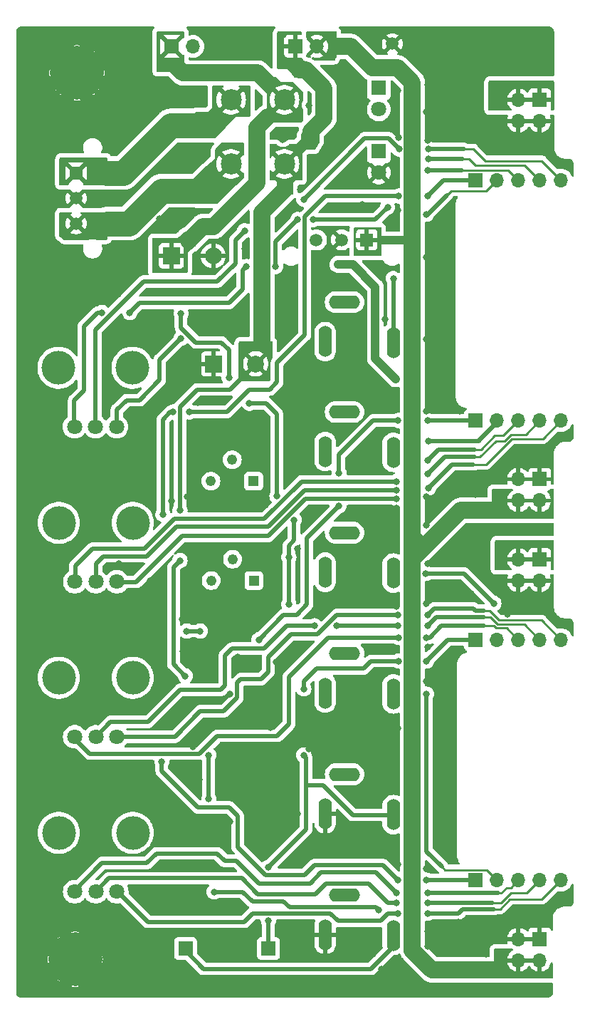
<source format=gtl>
G04 #@! TF.GenerationSoftware,KiCad,Pcbnew,7.0.9*
G04 #@! TF.CreationDate,2023-12-28T16:55:22-08:00*
G04 #@! TF.ProjectId,breadboard audio breakout,62726561-6462-46f6-9172-642061756469,rev?*
G04 #@! TF.SameCoordinates,Original*
G04 #@! TF.FileFunction,Copper,L1,Top*
G04 #@! TF.FilePolarity,Positive*
%FSLAX46Y46*%
G04 Gerber Fmt 4.6, Leading zero omitted, Abs format (unit mm)*
G04 Created by KiCad (PCBNEW 7.0.9) date 2023-12-28 16:55:22*
%MOMM*%
%LPD*%
G01*
G04 APERTURE LIST*
G04 #@! TA.AperFunction,ComponentPad*
%ADD10O,1.600000X3.700000*%
G04 #@! TD*
G04 #@! TA.AperFunction,ComponentPad*
%ADD11O,3.700000X1.600000*%
G04 #@! TD*
G04 #@! TA.AperFunction,ComponentPad*
%ADD12R,1.520000X1.520000*%
G04 #@! TD*
G04 #@! TA.AperFunction,ComponentPad*
%ADD13C,1.520000*%
G04 #@! TD*
G04 #@! TA.AperFunction,ComponentPad*
%ADD14C,1.500000*%
G04 #@! TD*
G04 #@! TA.AperFunction,ComponentPad*
%ADD15R,1.700000X1.700000*%
G04 #@! TD*
G04 #@! TA.AperFunction,ComponentPad*
%ADD16O,1.700000X1.700000*%
G04 #@! TD*
G04 #@! TA.AperFunction,WasherPad*
%ADD17C,4.000000*%
G04 #@! TD*
G04 #@! TA.AperFunction,ComponentPad*
%ADD18C,1.800000*%
G04 #@! TD*
G04 #@! TA.AperFunction,ComponentPad*
%ADD19R,2.000000X2.000000*%
G04 #@! TD*
G04 #@! TA.AperFunction,ComponentPad*
%ADD20C,2.000000*%
G04 #@! TD*
G04 #@! TA.AperFunction,ComponentPad*
%ADD21C,0.800000*%
G04 #@! TD*
G04 #@! TA.AperFunction,ComponentPad*
%ADD22C,6.400000*%
G04 #@! TD*
G04 #@! TA.AperFunction,ComponentPad*
%ADD23R,1.800000X1.800000*%
G04 #@! TD*
G04 #@! TA.AperFunction,ComponentPad*
%ADD24C,2.500000*%
G04 #@! TD*
G04 #@! TA.AperFunction,ComponentPad*
%ADD25R,1.222000X1.222000*%
G04 #@! TD*
G04 #@! TA.AperFunction,ComponentPad*
%ADD26C,1.222000*%
G04 #@! TD*
G04 #@! TA.AperFunction,ViaPad*
%ADD27C,0.800000*%
G04 #@! TD*
G04 #@! TA.AperFunction,Conductor*
%ADD28C,2.000000*%
G04 #@! TD*
G04 #@! TA.AperFunction,Conductor*
%ADD29C,0.500000*%
G04 #@! TD*
G04 #@! TA.AperFunction,Conductor*
%ADD30C,3.000000*%
G04 #@! TD*
G04 #@! TA.AperFunction,Conductor*
%ADD31C,1.000000*%
G04 #@! TD*
G04 #@! TA.AperFunction,Conductor*
%ADD32C,0.250000*%
G04 #@! TD*
G04 APERTURE END LIST*
D10*
X104403101Y-97917000D03*
X112503100Y-98017076D03*
D11*
X106703101Y-93217078D03*
D12*
X74765001Y-64835500D03*
D13*
X74765001Y-67835499D03*
X74765001Y-70835498D03*
D14*
X112395000Y-49478000D03*
D15*
X86129001Y-49784000D03*
D16*
X88669001Y-49784000D03*
D15*
X100866001Y-49784000D03*
D16*
X103406001Y-49784000D03*
D17*
X72708802Y-124806924D03*
X81508802Y-124806924D03*
D18*
X74608802Y-131806924D03*
X77108802Y-131806924D03*
X79608802Y-131806924D03*
D10*
X104403101Y-112268000D03*
X112503100Y-112368076D03*
D11*
X106703101Y-107568078D03*
D17*
X72708802Y-143221924D03*
X81508802Y-143221924D03*
D18*
X74608802Y-150221924D03*
X77108802Y-150221924D03*
X79608802Y-150221924D03*
D15*
X87785001Y-156972000D03*
D10*
X104403101Y-126619000D03*
X112503100Y-126719076D03*
D11*
X106703101Y-121919078D03*
D19*
X91132324Y-87503000D03*
D20*
X96132324Y-87503000D03*
D15*
X97663000Y-156972000D03*
D21*
X72481801Y-52946000D03*
X73184745Y-51248944D03*
X73184745Y-54643056D03*
X74881801Y-50546000D03*
D22*
X74881801Y-52946000D03*
D21*
X74881801Y-55346000D03*
X76578857Y-51248944D03*
X76578857Y-54643056D03*
X77281801Y-52946000D03*
D10*
X104403101Y-84864061D03*
X112503100Y-84964137D03*
D11*
X106703101Y-80164139D03*
D23*
X110772001Y-62230000D03*
D18*
X110772001Y-64770000D03*
D12*
X109347000Y-72771000D03*
D13*
X106347001Y-72771000D03*
X103347002Y-72771000D03*
D10*
X104403101Y-155321000D03*
X112503100Y-155421076D03*
D11*
X106703101Y-150621078D03*
D24*
X99568000Y-63754000D03*
X93218000Y-63754000D03*
X99568000Y-56134000D03*
X93218000Y-56134000D03*
D10*
X104403101Y-140970000D03*
X112503100Y-141070076D03*
D11*
X106703101Y-136270078D03*
D17*
X72668802Y-87976924D03*
X81468802Y-87976924D03*
D18*
X74568802Y-94976924D03*
X77068802Y-94976924D03*
X79568802Y-94976924D03*
D23*
X110772001Y-54730000D03*
D18*
X110772001Y-57270000D03*
D17*
X72713802Y-106391924D03*
X81513802Y-106391924D03*
D18*
X74613802Y-113391924D03*
X77113802Y-113391924D03*
X79613802Y-113391924D03*
D21*
X72253201Y-158242000D03*
X72956145Y-156544944D03*
X72956145Y-159939056D03*
X74653201Y-155842000D03*
D22*
X74653201Y-158242000D03*
D21*
X74653201Y-160642000D03*
X76350257Y-156544944D03*
X76350257Y-159939056D03*
X77053201Y-158242000D03*
D19*
X86084400Y-74676000D03*
D20*
X91084400Y-74676000D03*
D15*
X129921000Y-155829000D03*
D16*
X127381000Y-155829000D03*
X129921000Y-158369000D03*
X127381000Y-158369000D03*
D15*
X129921000Y-56134000D03*
D16*
X127381000Y-56134000D03*
X129921000Y-58674000D03*
X127381000Y-58674000D03*
D15*
X122301000Y-148844000D03*
D16*
X124841000Y-148844000D03*
X127381000Y-148844000D03*
X129921000Y-148844000D03*
X132461000Y-148844000D03*
D15*
X122301000Y-65659000D03*
D16*
X124841000Y-65659000D03*
X127381000Y-65659000D03*
X129921000Y-65659000D03*
X132461000Y-65659000D03*
D15*
X122301000Y-120269000D03*
D16*
X124841000Y-120269000D03*
X127381000Y-120269000D03*
X129921000Y-120269000D03*
X132461000Y-120269000D03*
D25*
X95887601Y-101443000D03*
D26*
X93347601Y-98903000D03*
X90807601Y-101443000D03*
D15*
X129921000Y-110744000D03*
D16*
X127381000Y-110744000D03*
X129921000Y-113284000D03*
X127381000Y-113284000D03*
D15*
X122301000Y-94234000D03*
D16*
X124841000Y-94234000D03*
X127381000Y-94234000D03*
X129921000Y-94234000D03*
X132461000Y-94234000D03*
D25*
X95913001Y-113254000D03*
D26*
X93373001Y-110714000D03*
X90833001Y-113254000D03*
D15*
X129921000Y-101214000D03*
D16*
X127381000Y-101214000D03*
X129921000Y-103754000D03*
X127381000Y-103754000D03*
D27*
X87249000Y-81534000D03*
X92964000Y-89154000D03*
X98649812Y-103221812D03*
X100076000Y-110490000D03*
X100711000Y-106045000D03*
X100076000Y-116078000D03*
X88138000Y-72694800D03*
X95377000Y-92202000D03*
X100330000Y-100838000D03*
X110109000Y-75692000D03*
X116586000Y-156718000D03*
X116459000Y-84582000D03*
X71247000Y-67945000D03*
X80645000Y-74295000D03*
X121793000Y-114808000D03*
X99695000Y-147066000D03*
X89281000Y-92075000D03*
X79883000Y-111252000D03*
X77470000Y-102235000D03*
X89789000Y-109093000D03*
X111125000Y-159385000D03*
X93091000Y-126746000D03*
X83566000Y-113284000D03*
X116459000Y-115951000D03*
X113157000Y-60579000D03*
X72009000Y-115697000D03*
X84582000Y-158496000D03*
X129921000Y-107315000D03*
X68834000Y-58420000D03*
X126238000Y-153162000D03*
X85090000Y-124841000D03*
X86106000Y-103759000D03*
X88646000Y-132969000D03*
X112522000Y-121412000D03*
X120269000Y-153797000D03*
X118110000Y-162052000D03*
X83439000Y-56896000D03*
X116459000Y-106680000D03*
X112903000Y-116332000D03*
X120396000Y-53086000D03*
X101092000Y-140970000D03*
X79375000Y-61849000D03*
X82677000Y-51562000D03*
X100203000Y-88138000D03*
X104267000Y-75819000D03*
X101092000Y-109474000D03*
X102489000Y-133223000D03*
X126111000Y-117221000D03*
X100584000Y-72644000D03*
X98552000Y-122936000D03*
X120015000Y-100838000D03*
X116459000Y-103251000D03*
X113411000Y-158369000D03*
X92456000Y-132842000D03*
X116586000Y-154940000D03*
X73279000Y-91567000D03*
X78994000Y-91567000D03*
X120650000Y-57531000D03*
X116459000Y-74803000D03*
X94869000Y-73787000D03*
X126873000Y-61595000D03*
X97663000Y-117348000D03*
X120396000Y-93091000D03*
X93345000Y-101473000D03*
X132715000Y-118237000D03*
X99187000Y-70231000D03*
X88011000Y-103251000D03*
X111506000Y-82169000D03*
X91821000Y-121031000D03*
X101473000Y-66802000D03*
X116459000Y-93091000D03*
X72136000Y-61976000D03*
X88519000Y-97790000D03*
X90805000Y-81915000D03*
X93980000Y-122301000D03*
X116586000Y-111252000D03*
X89408000Y-136906000D03*
X88773000Y-146939000D03*
X99822000Y-76835000D03*
X128778000Y-49657000D03*
X122301000Y-107188000D03*
X93472000Y-113030000D03*
X113030000Y-130810000D03*
X110617000Y-97028000D03*
X98552000Y-110236000D03*
X92964000Y-78613000D03*
X112903000Y-109347000D03*
X72136000Y-132080000D03*
X116459000Y-147447000D03*
X106426000Y-51689000D03*
X71628000Y-148082000D03*
X113030000Y-69215000D03*
X87503000Y-121666000D03*
X108839000Y-68580000D03*
X85852000Y-91821000D03*
X129794000Y-162179000D03*
X95377000Y-158242000D03*
X95504000Y-48514000D03*
X93091000Y-141859000D03*
X102489000Y-56769000D03*
X99364800Y-60858400D03*
X113030000Y-54991000D03*
X101219000Y-120904000D03*
X94488000Y-119888000D03*
X132842000Y-63754000D03*
X110109000Y-157607000D03*
X116459000Y-57531000D03*
X107442000Y-55118000D03*
X112268000Y-137668000D03*
X109601000Y-142367000D03*
X96520000Y-55880000D03*
X122301000Y-102997000D03*
X73025000Y-84201000D03*
X96774000Y-94742000D03*
X116459000Y-125222000D03*
X107696000Y-100203000D03*
X132715000Y-96012000D03*
X97282000Y-104267000D03*
X81280000Y-93218000D03*
X118618000Y-134239000D03*
X82296000Y-161798000D03*
X94869000Y-80772000D03*
X87376000Y-117856000D03*
X116586000Y-60960000D03*
X72517000Y-73279000D03*
X81661000Y-149987000D03*
X79756000Y-79248000D03*
X69088000Y-151638000D03*
X84709000Y-70231000D03*
X82931000Y-81407000D03*
X89662000Y-55118000D03*
X126619000Y-98425000D03*
X85852000Y-81915000D03*
X123571000Y-157607000D03*
X89535000Y-121031000D03*
X116586000Y-121158000D03*
X94488000Y-152019000D03*
X132588000Y-151003000D03*
X89154000Y-61722000D03*
X97917000Y-130683000D03*
X119507000Y-109347000D03*
X112903000Y-104648000D03*
X102997000Y-117221000D03*
X71882000Y-78740000D03*
X103378000Y-104902000D03*
X113030000Y-146939000D03*
X120269000Y-60706000D03*
X97028000Y-146177000D03*
X116586000Y-54356000D03*
X83185000Y-135128000D03*
X79629000Y-67691000D03*
X87122000Y-110871000D03*
X87757000Y-124587000D03*
X87122000Y-104902000D03*
X99568000Y-51612800D03*
X99415600Y-48463200D03*
X125730000Y-109220000D03*
X124968000Y-54864000D03*
X112776000Y-89281000D03*
X105918000Y-75692000D03*
X125603000Y-157734000D03*
X124968000Y-104902000D03*
X86272500Y-93218000D03*
X113157000Y-67564000D03*
X87921500Y-119253000D03*
X88265000Y-93218000D03*
X89535000Y-119253000D03*
X85090000Y-105410000D03*
X116586000Y-67564000D03*
X112503100Y-77361900D03*
X116459000Y-69723000D03*
X98500500Y-75946000D03*
X111823500Y-68897500D03*
X102997000Y-70358000D03*
X94996000Y-75946000D03*
X81153000Y-81407000D03*
X101131500Y-70358000D03*
X116586000Y-64516000D03*
X77851000Y-81407000D03*
X94805500Y-71691500D03*
X116713000Y-63119000D03*
X113176500Y-61976000D03*
X87249000Y-84455000D03*
X116713000Y-61976000D03*
X101854000Y-67945000D03*
X106045000Y-100457000D03*
X116586000Y-94234000D03*
X106045000Y-104394000D03*
X113030000Y-94234000D03*
X96520000Y-120269000D03*
X116713000Y-96647000D03*
X116586000Y-98933000D03*
X112903000Y-101473000D03*
X116586000Y-100584000D03*
X112903000Y-102489000D03*
X112903000Y-103505000D03*
X116713000Y-102235000D03*
X116375500Y-112395000D03*
X124460000Y-115951000D03*
X116459000Y-120015000D03*
X113157000Y-120015000D03*
X116586000Y-118618000D03*
X113030000Y-118618000D03*
X105791000Y-118618000D03*
X103124000Y-118618000D03*
X113030000Y-117348000D03*
X116586000Y-117348000D03*
X113030000Y-148844000D03*
X84963000Y-134747000D03*
X116459000Y-148844000D03*
X116459000Y-126746000D03*
X116586000Y-150368000D03*
X112903000Y-150368000D03*
X116586000Y-151511000D03*
X112903000Y-151511000D03*
X116586000Y-152781000D03*
X113030000Y-152781000D03*
X101849134Y-133990839D03*
X97637600Y-153630500D03*
X97624000Y-147320000D03*
X110744000Y-152400000D03*
X91192000Y-150241000D03*
X101854000Y-126111000D03*
X116459000Y-122809000D03*
X113157000Y-122809000D03*
X90551000Y-139192000D03*
X90551000Y-133985000D03*
D28*
X91132324Y-71173676D02*
X89862324Y-71173676D01*
X88138000Y-72694800D02*
X88138000Y-72898000D01*
X96368000Y-52934000D02*
X97536000Y-54102000D01*
D29*
X100076000Y-109093000D02*
X100076000Y-110490000D01*
D28*
X88138000Y-72898000D02*
X88265000Y-72771000D01*
D29*
X89027000Y-84963000D02*
X92075000Y-84963000D01*
X87249000Y-83185000D02*
X89027000Y-84963000D01*
X95377000Y-92202000D02*
X97409000Y-92202000D01*
X97409000Y-92202000D02*
X98649812Y-93442812D01*
X87249000Y-81534000D02*
X87249000Y-83185000D01*
D28*
X88341200Y-72694800D02*
X88138000Y-72694800D01*
D29*
X92075000Y-84963000D02*
X92964000Y-85852000D01*
X92964000Y-85852000D02*
X92964000Y-89154000D01*
D28*
X87478000Y-52934000D02*
X86741000Y-52197000D01*
D29*
X100711000Y-106045000D02*
X100711000Y-108458000D01*
D28*
X96266000Y-59436000D02*
X97536000Y-58166000D01*
D29*
X100076000Y-110490000D02*
X100076000Y-116078000D01*
D28*
X96368000Y-52934000D02*
X87478000Y-52934000D01*
X89862324Y-71173676D02*
X88341200Y-72694800D01*
X96266000Y-66040000D02*
X96266000Y-59436000D01*
D29*
X98649812Y-103221812D02*
X98649812Y-93442812D01*
X100711000Y-108458000D02*
X100076000Y-109093000D01*
D28*
X91132324Y-71173676D02*
X96266000Y-66040000D01*
D29*
X86360000Y-111633000D02*
X86360000Y-123190000D01*
X87122000Y-104902000D02*
X87122000Y-92583000D01*
D28*
X102743000Y-59817000D02*
X104267000Y-58293000D01*
D29*
X89154000Y-90551000D02*
X93091000Y-90551000D01*
D28*
X102108000Y-52578000D02*
X101346000Y-52578000D01*
X96901000Y-84836000D02*
X96901000Y-69469000D01*
D29*
X93091000Y-90551000D02*
X94488000Y-89154000D01*
X87757000Y-124587000D02*
X86360000Y-123190000D01*
X87122000Y-110871000D02*
X86360000Y-111633000D01*
D28*
X104267000Y-54737000D02*
X102108000Y-52578000D01*
X104267000Y-58293000D02*
X104267000Y-54737000D01*
X96901000Y-69469000D02*
X99568000Y-66802000D01*
D29*
X87122000Y-92583000D02*
X89154000Y-90551000D01*
D28*
X102743000Y-60452000D02*
X102743000Y-59817000D01*
D30*
X78420500Y-64835500D02*
X80354500Y-64835500D01*
X86008000Y-59182000D02*
X90424000Y-59182000D01*
X80354500Y-64835500D02*
X86008000Y-59182000D01*
X84932498Y-66929000D02*
X81026000Y-70835498D01*
X81026000Y-70835498D02*
X78516502Y-70835498D01*
X90043000Y-66929000D02*
X84932498Y-66929000D01*
D31*
X112776000Y-89281000D02*
X110363000Y-86868000D01*
X110363000Y-78359000D02*
X107696000Y-75692000D01*
X107696000Y-75692000D02*
X105918000Y-75692000D01*
X110363000Y-86868000D02*
X110363000Y-78359000D01*
D28*
X109982000Y-52324000D02*
X107442000Y-49784000D01*
X114776000Y-157194000D02*
X114776000Y-111506000D01*
X114776000Y-111506000D02*
X114776000Y-107696000D01*
X114776000Y-54070000D02*
X113030000Y-52324000D01*
X114776000Y-72771000D02*
X114776000Y-54070000D01*
X120523000Y-104902000D02*
X124968000Y-104902000D01*
X117094000Y-159512000D02*
X124841000Y-159512000D01*
X107442000Y-49784000D02*
X105918000Y-49784000D01*
X113030000Y-52324000D02*
X109982000Y-52324000D01*
X114776000Y-110649000D02*
X116078000Y-109347000D01*
X116078000Y-109347000D02*
X120523000Y-104902000D01*
X114776000Y-108045000D02*
X116078000Y-109347000D01*
X114776000Y-107696000D02*
X114776000Y-108045000D01*
D31*
X114776000Y-72771000D02*
X111125000Y-72771000D01*
D28*
X114776000Y-107696000D02*
X114776000Y-72771000D01*
X114776000Y-111506000D02*
X114776000Y-110649000D01*
X117094000Y-159512000D02*
X114776000Y-157194000D01*
X124968000Y-104902000D02*
X124841000Y-104902000D01*
D29*
X118491000Y-65659000D02*
X122301000Y-65659000D01*
X86272500Y-93218000D02*
X85979000Y-93218000D01*
X101981000Y-84074000D02*
X98679000Y-87376000D01*
X92710000Y-93218000D02*
X88265000Y-93218000D01*
X95377000Y-90551000D02*
X92710000Y-93218000D01*
X118491000Y-65659000D02*
X116586000Y-67564000D01*
X113157000Y-67564000D02*
X104394000Y-67564000D01*
X98679000Y-87376000D02*
X98679000Y-89662000D01*
X97790000Y-90551000D02*
X95377000Y-90551000D01*
X89535000Y-119253000D02*
X87921500Y-119253000D01*
X85090000Y-94107000D02*
X85090000Y-105410000D01*
X85979000Y-93218000D02*
X85090000Y-94107000D01*
X98679000Y-89662000D02*
X97790000Y-90551000D01*
X101981000Y-69977000D02*
X101981000Y-84074000D01*
X104394000Y-67564000D02*
X101981000Y-69977000D01*
X112503100Y-84964137D02*
X112503100Y-77361900D01*
D32*
X123571000Y-66929000D02*
X119380000Y-66929000D01*
D29*
X116586000Y-69723000D02*
X116459000Y-69723000D01*
D32*
X123634500Y-66865500D02*
X124841000Y-65659000D01*
X119380000Y-66929000D02*
X118872000Y-67437000D01*
X123634500Y-66865500D02*
X123571000Y-66929000D01*
D29*
X118872000Y-67437000D02*
X116586000Y-69723000D01*
X102997000Y-70358000D02*
X110363000Y-70358000D01*
X94615000Y-78613000D02*
X94615000Y-76327000D01*
X116618000Y-64484000D02*
X120650000Y-64484000D01*
X110363000Y-70358000D02*
X111823500Y-68897500D01*
X116586000Y-64516000D02*
X116618000Y-64484000D01*
X92964000Y-80264000D02*
X94615000Y-78613000D01*
X75692000Y-90678000D02*
X74549000Y-91821000D01*
D32*
X127381000Y-65659000D02*
X126206000Y-64484000D01*
D29*
X77343000Y-81407000D02*
X75692000Y-83058000D01*
X82296000Y-80264000D02*
X92964000Y-80264000D01*
X81153000Y-81407000D02*
X82296000Y-80264000D01*
X98500500Y-72989000D02*
X98500500Y-75946000D01*
X94615000Y-76327000D02*
X94996000Y-75946000D01*
X77851000Y-81407000D02*
X77343000Y-81407000D01*
D32*
X126206000Y-64484000D02*
X120650000Y-64484000D01*
D29*
X75692000Y-83058000D02*
X75692000Y-90678000D01*
X101131500Y-70358000D02*
X98500500Y-72989000D01*
X74549000Y-91821000D02*
X74549000Y-94869000D01*
X93726000Y-72771000D02*
X94805500Y-71691500D01*
D32*
X129921000Y-65659000D02*
X128143000Y-63881000D01*
D29*
X77089000Y-83439000D02*
X82804000Y-77724000D01*
D32*
X122301000Y-63881000D02*
X121539000Y-63119000D01*
D29*
X82804000Y-77724000D02*
X91567000Y-77724000D01*
X77089000Y-88891902D02*
X77089000Y-83439000D01*
D32*
X128143000Y-63881000D02*
X122301000Y-63881000D01*
D29*
X77068802Y-94976924D02*
X77068802Y-88912100D01*
X91567000Y-77724000D02*
X93726000Y-75565000D01*
X116713000Y-63119000D02*
X120777000Y-63119000D01*
X93726000Y-75565000D02*
X93726000Y-72771000D01*
D32*
X121539000Y-63119000D02*
X120777000Y-63119000D01*
D29*
X77068802Y-88912100D02*
X77089000Y-88891902D01*
X113176500Y-61934499D02*
X111948001Y-60706000D01*
X111948001Y-60706000D02*
X109093000Y-60706000D01*
D32*
X123444000Y-63373000D02*
X122047000Y-61976000D01*
D29*
X84709000Y-89408000D02*
X84709000Y-87122000D01*
X82296000Y-91821000D02*
X80772000Y-91821000D01*
X79629000Y-92964000D02*
X79629000Y-94869000D01*
X120904000Y-61976000D02*
X116713000Y-61976000D01*
D32*
X132461000Y-65659000D02*
X130175000Y-63373000D01*
X130175000Y-63373000D02*
X123444000Y-63373000D01*
D29*
X80772000Y-91821000D02*
X79629000Y-92964000D01*
X84709000Y-86995000D02*
X84709000Y-87122000D01*
X113176500Y-61976000D02*
X113176500Y-61934499D01*
X87249000Y-84455000D02*
X84709000Y-86995000D01*
D32*
X122047000Y-61976000D02*
X120904000Y-61976000D01*
D29*
X109093000Y-60706000D02*
X101854000Y-67945000D01*
X84709000Y-89408000D02*
X82296000Y-91821000D01*
X116586000Y-94234000D02*
X122174000Y-94234000D01*
X106045000Y-104394000D02*
X102235000Y-108204000D01*
X102235000Y-116078000D02*
X101092000Y-117221000D01*
X113030000Y-94234000D02*
X110109000Y-94234000D01*
X101092000Y-117221000D02*
X100965000Y-117348000D01*
X99441000Y-117348000D02*
X96520000Y-120269000D01*
X102235000Y-108204000D02*
X102235000Y-116078000D01*
X106045000Y-98298000D02*
X106045000Y-100457000D01*
X100965000Y-117348000D02*
X99441000Y-117348000D01*
X106045000Y-98298000D02*
X110109000Y-94234000D01*
X122809000Y-96520000D02*
X124587000Y-94742000D01*
X122682000Y-96647000D02*
X116713000Y-96647000D01*
X122809000Y-96520000D02*
X122682000Y-96647000D01*
X101600000Y-101473000D02*
X97155000Y-105918000D01*
X112903000Y-101473000D02*
X101600000Y-101473000D01*
X117856000Y-97663000D02*
X116586000Y-98933000D01*
X76644500Y-109537500D02*
X74676000Y-111506000D01*
X97155000Y-105918000D02*
X86487000Y-105918000D01*
X82931000Y-109474000D02*
X76708000Y-109474000D01*
D32*
X125603000Y-96012000D02*
X124587000Y-96012000D01*
X127381000Y-94234000D02*
X125603000Y-96012000D01*
X124587000Y-96012000D02*
X122936000Y-97663000D01*
X122936000Y-97663000D02*
X122174000Y-97663000D01*
D29*
X86487000Y-105918000D02*
X82931000Y-109474000D01*
X76708000Y-109474000D02*
X76644500Y-109537500D01*
X117856000Y-97663000D02*
X122174000Y-97663000D01*
X74676000Y-111506000D02*
X74676000Y-113157000D01*
D32*
X126492000Y-95885000D02*
X125730000Y-96647000D01*
X122809000Y-98552000D02*
X122174000Y-98552000D01*
D29*
X78002802Y-110363000D02*
X77113802Y-111252000D01*
D32*
X128270000Y-95885000D02*
X126492000Y-95885000D01*
D29*
X97663000Y-106807000D02*
X86741000Y-106807000D01*
D32*
X125730000Y-96647000D02*
X124714000Y-96647000D01*
D29*
X83185000Y-110363000D02*
X78002802Y-110363000D01*
D32*
X129921000Y-94234000D02*
X128270000Y-95885000D01*
D29*
X118618000Y-98552000D02*
X122174000Y-98552000D01*
X112903000Y-102489000D02*
X101981000Y-102489000D01*
X77113802Y-111252000D02*
X77113802Y-113391924D01*
X118618000Y-98552000D02*
X116586000Y-100584000D01*
X101981000Y-102489000D02*
X97663000Y-106807000D01*
X86741000Y-106807000D02*
X83185000Y-110363000D01*
D32*
X124714000Y-96647000D02*
X122809000Y-98552000D01*
D29*
X122047000Y-99441000D02*
X119507000Y-99441000D01*
X102048918Y-103505000D02*
X97603918Y-107950000D01*
D32*
X123572396Y-99441000D02*
X122047000Y-99441000D01*
D29*
X119507000Y-99441000D02*
X116713000Y-102235000D01*
D32*
X126620396Y-96393000D02*
X123572396Y-99441000D01*
X132461000Y-94234000D02*
X130302000Y-96393000D01*
D29*
X87376000Y-107950000D02*
X81915000Y-113411000D01*
D32*
X130302000Y-96393000D02*
X126620396Y-96393000D01*
D29*
X112903000Y-103505000D02*
X102048918Y-103505000D01*
X97603918Y-107950000D02*
X87376000Y-107950000D01*
X81915000Y-113411000D02*
X79883000Y-113411000D01*
X116375500Y-112395000D02*
X120904000Y-112395000D01*
X120904000Y-112395000D02*
X124460000Y-115951000D01*
X98679000Y-131699000D02*
X100076000Y-130302000D01*
X91567000Y-131699000D02*
X98679000Y-131699000D01*
D32*
X125984000Y-118872000D02*
X124714000Y-118872000D01*
D29*
X104775000Y-120015000D02*
X113157000Y-120015000D01*
D32*
X124460000Y-118618000D02*
X123317000Y-118618000D01*
D29*
X100076000Y-124714000D02*
X104775000Y-120015000D01*
X74803000Y-132207000D02*
X76415000Y-133819000D01*
X118237000Y-118618000D02*
X116840000Y-120015000D01*
X89447000Y-133819000D02*
X91567000Y-131699000D01*
X76415000Y-133819000D02*
X89447000Y-133819000D01*
X116840000Y-120015000D02*
X116459000Y-120015000D01*
D32*
X127381000Y-120269000D02*
X125984000Y-118872000D01*
D29*
X118237000Y-118618000D02*
X123317000Y-118618000D01*
D32*
X124714000Y-118872000D02*
X124460000Y-118618000D01*
D29*
X100076000Y-130302000D02*
X100076000Y-124714000D01*
X97091500Y-121348500D02*
X99822000Y-118618000D01*
X105791000Y-118618000D02*
X113030000Y-118618000D01*
X91987000Y-126238000D02*
X92475500Y-125749500D01*
X99822000Y-118618000D02*
X103124000Y-118618000D01*
D32*
X123317000Y-117602000D02*
X121666000Y-117602000D01*
D29*
X78867726Y-130048000D02*
X83312000Y-130048000D01*
X92475500Y-125749500D02*
X92475500Y-122154500D01*
D32*
X129921000Y-120269000D02*
X128074000Y-118422000D01*
D29*
X83312000Y-130048000D02*
X87122000Y-126238000D01*
X121285000Y-117602000D02*
X123317000Y-117602000D01*
X87122000Y-126238000D02*
X91987000Y-126238000D01*
X121666000Y-117602000D02*
X117602000Y-117602000D01*
D32*
X128074000Y-118422000D02*
X124900396Y-118422000D01*
D29*
X77108802Y-131806924D02*
X78867726Y-130048000D01*
D32*
X124080396Y-117602000D02*
X124900396Y-118422000D01*
X121666000Y-117602000D02*
X121285000Y-117602000D01*
D29*
X117602000Y-117602000D02*
X116586000Y-118618000D01*
X93281500Y-121348500D02*
X97091500Y-121348500D01*
D32*
X124080396Y-117602000D02*
X123317000Y-117602000D01*
D29*
X92475500Y-122154500D02*
X93281500Y-121348500D01*
X105791000Y-117348000D02*
X103505000Y-119634000D01*
X86506076Y-131806924D02*
X79608802Y-131806924D01*
X122047000Y-116586000D02*
X122008000Y-116547000D01*
D32*
X132461000Y-120269000D02*
X130164000Y-117972000D01*
D29*
X122301000Y-116840000D02*
X122047000Y-116586000D01*
D32*
X125086792Y-117972000D02*
X123954792Y-116840000D01*
D29*
X117387000Y-116547000D02*
X116586000Y-117348000D01*
X97663000Y-122301000D02*
X97663000Y-124079000D01*
X93941000Y-125388000D02*
X93941000Y-127166000D01*
D32*
X130164000Y-117972000D02*
X125086792Y-117972000D01*
D29*
X97663000Y-124079000D02*
X96774000Y-124968000D01*
X113030000Y-117348000D02*
X105791000Y-117348000D01*
X89535000Y-128778000D02*
X86506076Y-131806924D01*
X93941000Y-127166000D02*
X92329000Y-128778000D01*
D32*
X123954792Y-116840000D02*
X123317000Y-116840000D01*
D29*
X103505000Y-119634000D02*
X100330000Y-119634000D01*
X100330000Y-119634000D02*
X97663000Y-122301000D01*
X94361000Y-124968000D02*
X93941000Y-125388000D01*
X117387000Y-116547000D02*
X122008000Y-116547000D01*
X92329000Y-128778000D02*
X89535000Y-128778000D01*
X122301000Y-116840000D02*
X123317000Y-116840000D01*
X96774000Y-124968000D02*
X94361000Y-124968000D01*
X111252000Y-147066000D02*
X113030000Y-148844000D01*
X103124000Y-147066000D02*
X111252000Y-147066000D01*
X89281000Y-140208000D02*
X84963000Y-135890000D01*
X84963000Y-135890000D02*
X84963000Y-134747000D01*
X97282000Y-148209000D02*
X93980000Y-144907000D01*
X93980000Y-141224000D02*
X92964000Y-140208000D01*
X93980000Y-144907000D02*
X93980000Y-141224000D01*
X92964000Y-140208000D02*
X89281000Y-140208000D01*
X103124000Y-147066000D02*
X101981000Y-148209000D01*
X101981000Y-148209000D02*
X97282000Y-148209000D01*
X122301000Y-148844000D02*
X116459000Y-148844000D01*
D32*
X118668800Y-147624800D02*
X118262400Y-147218400D01*
D29*
X116459000Y-145415000D02*
X118262400Y-147218400D01*
D32*
X123621800Y-147624800D02*
X118668800Y-147624800D01*
X123621800Y-147624800D02*
X124841000Y-148844000D01*
D29*
X116459000Y-126746000D02*
X116459000Y-145415000D01*
X92456000Y-146558000D02*
X91567000Y-145669000D01*
X112903000Y-150368000D02*
X110453000Y-147918000D01*
X84328000Y-145669000D02*
X83185000Y-146812000D01*
X110453000Y-147918000D02*
X103923000Y-147918000D01*
X91567000Y-145669000D02*
X84328000Y-145669000D01*
X116586000Y-150368000D02*
X124968000Y-150368000D01*
X103923000Y-147918000D02*
X102616000Y-149225000D01*
X83185000Y-146812000D02*
X77851000Y-146812000D01*
X77851000Y-146812000D02*
X74422000Y-150241000D01*
X102616000Y-149225000D02*
X96520000Y-149225000D01*
X93853000Y-146558000D02*
X92456000Y-146558000D01*
D32*
X126492000Y-149733000D02*
X125984000Y-149733000D01*
D29*
X96520000Y-149225000D02*
X93853000Y-146558000D01*
D32*
X125349000Y-150368000D02*
X124968000Y-150368000D01*
X127381000Y-148844000D02*
X126492000Y-149733000D01*
X125984000Y-149733000D02*
X125349000Y-150368000D01*
D29*
X111887000Y-151511000D02*
X109601000Y-149225000D01*
X103251000Y-150495000D02*
X96356000Y-150495000D01*
X109601000Y-149225000D02*
X104521000Y-149225000D01*
D32*
X125349000Y-151511000D02*
X124333000Y-151511000D01*
D29*
X112903000Y-151511000D02*
X111887000Y-151511000D01*
D32*
X128397000Y-150368000D02*
X126492000Y-150368000D01*
X129921000Y-148844000D02*
X128397000Y-150368000D01*
D29*
X116586000Y-151511000D02*
X124333000Y-151511000D01*
D32*
X126492000Y-150368000D02*
X125349000Y-151511000D01*
D29*
X78703726Y-148627000D02*
X77108802Y-150221924D01*
X96356000Y-150495000D02*
X94488000Y-148627000D01*
X104521000Y-149225000D02*
X103251000Y-150495000D01*
X94488000Y-148627000D02*
X78703726Y-148627000D01*
X105918000Y-153670000D02*
X105029000Y-152781000D01*
X113030000Y-152781000D02*
X111887000Y-152781000D01*
X105029000Y-152781000D02*
X95758000Y-152781000D01*
X120777000Y-152273000D02*
X124460000Y-152273000D01*
D32*
X132461000Y-148844000D02*
X130175000Y-151130000D01*
D29*
X110998000Y-153670000D02*
X105918000Y-153670000D01*
X111887000Y-152781000D02*
X110998000Y-153670000D01*
D32*
X126366396Y-151130000D02*
X125223396Y-152273000D01*
D29*
X94742000Y-153797000D02*
X83312000Y-153797000D01*
X120269000Y-152781000D02*
X116586000Y-152781000D01*
X120777000Y-152273000D02*
X120269000Y-152781000D01*
D32*
X130175000Y-151130000D02*
X126366396Y-151130000D01*
D29*
X83312000Y-153797000D02*
X79629000Y-150114000D01*
D32*
X125223396Y-152273000D02*
X124460000Y-152273000D01*
D29*
X95758000Y-152781000D02*
X94742000Y-153797000D01*
X107696000Y-141097000D02*
X112014000Y-141097000D01*
X102108000Y-137795000D02*
X102108000Y-134249705D01*
X102108000Y-137541000D02*
X104140000Y-137541000D01*
X104140000Y-137541000D02*
X107696000Y-141097000D01*
X102108000Y-137541000D02*
X102108000Y-137795000D01*
X97663000Y-153655900D02*
X97637600Y-153630500D01*
X102108000Y-137795000D02*
X102108000Y-142836000D01*
X102108000Y-134249705D02*
X101849134Y-133990839D01*
X97663000Y-156972000D02*
X97663000Y-153655900D01*
X102108000Y-142836000D02*
X97624000Y-147320000D01*
X91192000Y-150241000D02*
X94615000Y-150241000D01*
X100138000Y-152081000D02*
X110425000Y-152081000D01*
X109855000Y-159385000D02*
X112268000Y-156972000D01*
X87785001Y-157254001D02*
X89916000Y-159385000D01*
X95758000Y-151384000D02*
X94615000Y-150241000D01*
X110425000Y-152081000D02*
X110744000Y-152400000D01*
X99441000Y-151384000D02*
X100138000Y-152081000D01*
X99441000Y-151384000D02*
X95758000Y-151384000D01*
X89916000Y-159385000D02*
X109855000Y-159385000D01*
X103378000Y-123698000D02*
X101854000Y-125222000D01*
X109855000Y-122809000D02*
X108966000Y-123698000D01*
X108966000Y-123698000D02*
X103378000Y-123698000D01*
X113157000Y-122809000D02*
X109855000Y-122809000D01*
X122301000Y-120269000D02*
X118999000Y-120269000D01*
X101854000Y-125222000D02*
X101854000Y-126111000D01*
X118999000Y-120269000D02*
X116459000Y-122809000D01*
X90551000Y-139192000D02*
X90551000Y-133985000D01*
G04 #@! TA.AperFunction,Conductor*
G36*
X74221764Y-69488685D02*
G01*
X74267519Y-69541489D01*
X74277463Y-69610647D01*
X74248438Y-69674203D01*
X74207130Y-69705382D01*
X74132595Y-69740138D01*
X74068249Y-69785192D01*
X74623636Y-70340579D01*
X74619840Y-70341125D01*
X74486439Y-70402047D01*
X74375606Y-70498085D01*
X74296319Y-70621458D01*
X74273867Y-70697918D01*
X73714695Y-70138746D01*
X73669641Y-70203092D01*
X73576467Y-70402902D01*
X73519403Y-70615864D01*
X73519402Y-70615871D01*
X73500188Y-70835496D01*
X73500188Y-70835499D01*
X73519402Y-71055124D01*
X73519403Y-71055132D01*
X73576464Y-71268085D01*
X73576467Y-71268091D01*
X73669639Y-71467900D01*
X73714695Y-71532248D01*
X74273867Y-70973077D01*
X74296319Y-71049538D01*
X74375606Y-71172911D01*
X74486439Y-71268949D01*
X74619840Y-71329871D01*
X74623634Y-71330416D01*
X74068248Y-71885802D01*
X74132594Y-71930857D01*
X74332407Y-72024031D01*
X74332413Y-72024034D01*
X74545366Y-72081095D01*
X74545374Y-72081096D01*
X74764999Y-72100311D01*
X74765003Y-72100311D01*
X74984627Y-72081096D01*
X74984635Y-72081095D01*
X75197588Y-72024034D01*
X75197599Y-72024030D01*
X75397403Y-71930860D01*
X75397411Y-71930856D01*
X75461752Y-71885803D01*
X75461752Y-71885802D01*
X74906367Y-71330416D01*
X74910162Y-71329871D01*
X75043563Y-71268949D01*
X75154396Y-71172911D01*
X75233683Y-71049538D01*
X75256134Y-70973078D01*
X75815305Y-71532249D01*
X75815306Y-71532249D01*
X75860359Y-71467908D01*
X75860363Y-71467900D01*
X75953533Y-71268096D01*
X75953537Y-71268085D01*
X76010598Y-71055132D01*
X76010599Y-71055124D01*
X76029814Y-70835499D01*
X76029814Y-70835496D01*
X76010599Y-70615871D01*
X76010598Y-70615864D01*
X75953534Y-70402902D01*
X75860361Y-70203093D01*
X75860360Y-70203091D01*
X75815305Y-70138746D01*
X75815305Y-70138745D01*
X75256133Y-70697916D01*
X75233683Y-70621458D01*
X75154396Y-70498085D01*
X75043563Y-70402047D01*
X74910162Y-70341125D01*
X74906366Y-70340579D01*
X75461752Y-69785192D01*
X75397403Y-69740136D01*
X75322873Y-69705382D01*
X75270434Y-69659210D01*
X75251282Y-69592016D01*
X75271498Y-69525135D01*
X75324663Y-69479801D01*
X75375278Y-69469000D01*
X78362000Y-69469000D01*
X78429039Y-69488685D01*
X78474794Y-69541489D01*
X78486000Y-69593000D01*
X78486000Y-72647000D01*
X78466315Y-72714039D01*
X78413511Y-72759794D01*
X78362000Y-72771000D01*
X77179482Y-72771000D01*
X77145792Y-72764693D01*
X77145365Y-72766196D01*
X77139851Y-72764627D01*
X76936019Y-72706632D01*
X76936016Y-72706631D01*
X76936014Y-72706631D01*
X76831831Y-72696977D01*
X76777869Y-72691977D01*
X76672133Y-72691977D01*
X76623681Y-72696466D01*
X76513987Y-72706631D01*
X76513983Y-72706631D01*
X76513983Y-72706632D01*
X76310151Y-72764627D01*
X76304637Y-72766196D01*
X76304209Y-72764693D01*
X76270520Y-72771000D01*
X73326545Y-72771000D01*
X73259506Y-72751315D01*
X73234395Y-72729972D01*
X73122870Y-72606111D01*
X72969734Y-72494851D01*
X72969732Y-72494850D01*
X72844563Y-72439120D01*
X72791327Y-72393869D01*
X72771006Y-72327020D01*
X72771000Y-72325841D01*
X72771000Y-69593000D01*
X72790685Y-69525961D01*
X72843489Y-69480206D01*
X72895000Y-69469000D01*
X74154725Y-69469000D01*
X74221764Y-69488685D01*
G37*
G04 #@! TD.AperFunction*
G04 #@! TA.AperFunction,Conductor*
G36*
X78429039Y-63011685D02*
G01*
X78474794Y-63064489D01*
X78486000Y-63116000D01*
X78486000Y-66170000D01*
X78466315Y-66237039D01*
X78413511Y-66282794D01*
X78362000Y-66294000D01*
X75763541Y-66294000D01*
X75696502Y-66274315D01*
X75650747Y-66221511D01*
X75640803Y-66152353D01*
X75642375Y-66143642D01*
X75656171Y-66080222D01*
X74906366Y-65330418D01*
X74910162Y-65329873D01*
X75043563Y-65268951D01*
X75154396Y-65172913D01*
X75233683Y-65049540D01*
X75256134Y-64973080D01*
X76009723Y-65726670D01*
X76009724Y-65726670D01*
X76018599Y-65702875D01*
X76025000Y-65643344D01*
X76025001Y-65643327D01*
X76025001Y-64027672D01*
X76025000Y-64027655D01*
X76018599Y-63968127D01*
X76018598Y-63968123D01*
X76009723Y-63944329D01*
X75256133Y-64697918D01*
X75233683Y-64621460D01*
X75154396Y-64498087D01*
X75043563Y-64402049D01*
X74910162Y-64341127D01*
X74906367Y-64340581D01*
X75656171Y-63590776D01*
X75632374Y-63581901D01*
X75572845Y-63575500D01*
X73957158Y-63575500D01*
X73897626Y-63581901D01*
X73897616Y-63581904D01*
X73873830Y-63590774D01*
X73873830Y-63590777D01*
X74623635Y-64340581D01*
X74619840Y-64341127D01*
X74486439Y-64402049D01*
X74375606Y-64498087D01*
X74296319Y-64621460D01*
X74273868Y-64697919D01*
X73520278Y-63944329D01*
X73520275Y-63944329D01*
X73511405Y-63968115D01*
X73511402Y-63968125D01*
X73505001Y-64027657D01*
X73505001Y-65643344D01*
X73511402Y-65702873D01*
X73520277Y-65726670D01*
X74273867Y-64973080D01*
X74296319Y-65049540D01*
X74375606Y-65172913D01*
X74486439Y-65268951D01*
X74619840Y-65329873D01*
X74623634Y-65330418D01*
X73873829Y-66080222D01*
X73887626Y-66143642D01*
X73882642Y-66213333D01*
X73840771Y-66269267D01*
X73775306Y-66293684D01*
X73766460Y-66294000D01*
X72895000Y-66294000D01*
X72827961Y-66274315D01*
X72782206Y-66221511D01*
X72771000Y-66170000D01*
X72771000Y-63116000D01*
X72790685Y-63048961D01*
X72843489Y-63003206D01*
X72895000Y-62992000D01*
X78362000Y-62992000D01*
X78429039Y-63011685D01*
G37*
G04 #@! TD.AperFunction*
G04 #@! TA.AperFunction,Conductor*
G36*
X98570805Y-53461285D02*
G01*
X98587556Y-53474193D01*
X99161600Y-54000400D01*
X100409195Y-54000400D01*
X100476234Y-54020085D01*
X100492432Y-54032490D01*
X101721296Y-55145423D01*
X101762439Y-55182684D01*
X101798915Y-55242276D01*
X101803200Y-55274593D01*
X101803200Y-56137282D01*
X101783515Y-56204321D01*
X101771351Y-56220253D01*
X101756468Y-56236782D01*
X101756464Y-56236787D01*
X101661821Y-56400715D01*
X101661818Y-56400722D01*
X101612377Y-56552888D01*
X101603326Y-56580744D01*
X101583540Y-56769000D01*
X101603326Y-56957256D01*
X101603327Y-56957259D01*
X101661818Y-57137277D01*
X101661821Y-57137284D01*
X101756464Y-57301212D01*
X101756465Y-57301214D01*
X101756467Y-57301216D01*
X101771351Y-57317746D01*
X101801580Y-57380736D01*
X101803200Y-57400717D01*
X101803200Y-58583409D01*
X101783515Y-58650448D01*
X101766878Y-58671093D01*
X101750586Y-58687384D01*
X101744826Y-58692471D01*
X101723256Y-58709262D01*
X101660049Y-58777922D01*
X101647890Y-58790081D01*
X101586567Y-58823566D01*
X101560209Y-58826400D01*
X97558400Y-58826400D01*
X97491361Y-58806715D01*
X97445606Y-58753911D01*
X97434400Y-58702400D01*
X97434400Y-56134004D01*
X97813093Y-56134004D01*
X97832692Y-56395545D01*
X97832693Y-56395550D01*
X97891058Y-56651270D01*
X97986883Y-56895426D01*
X97986882Y-56895426D01*
X98118030Y-57122577D01*
X98165873Y-57182571D01*
X98165874Y-57182571D01*
X98756882Y-56591562D01*
X98760685Y-56600103D01*
X98875235Y-56757768D01*
X99020062Y-56888171D01*
X99113458Y-56942093D01*
X98518831Y-57536720D01*
X98690546Y-57653793D01*
X98690550Y-57653795D01*
X98926854Y-57767594D01*
X98926858Y-57767595D01*
X99177494Y-57844907D01*
X99177500Y-57844909D01*
X99436848Y-57883999D01*
X99436857Y-57884000D01*
X99699143Y-57884000D01*
X99699151Y-57883999D01*
X99958499Y-57844909D01*
X99958505Y-57844907D01*
X100209143Y-57767595D01*
X100445445Y-57653798D01*
X100445456Y-57653791D01*
X100617167Y-57536720D01*
X100022541Y-56942093D01*
X100115938Y-56888171D01*
X100260765Y-56757768D01*
X100375315Y-56600104D01*
X100379117Y-56591564D01*
X100970124Y-57182571D01*
X101017974Y-57122570D01*
X101149116Y-56895426D01*
X101244941Y-56651270D01*
X101303306Y-56395550D01*
X101303307Y-56395545D01*
X101322907Y-56134004D01*
X101322907Y-56133995D01*
X101303307Y-55872454D01*
X101303306Y-55872449D01*
X101244941Y-55616729D01*
X101149116Y-55372573D01*
X101149117Y-55372573D01*
X101017971Y-55145426D01*
X100970125Y-55085427D01*
X100379116Y-55676435D01*
X100375315Y-55667897D01*
X100260765Y-55510232D01*
X100115938Y-55379829D01*
X100022540Y-55325905D01*
X100617167Y-54731278D01*
X100445447Y-54614202D01*
X100445445Y-54614201D01*
X100209142Y-54500404D01*
X100209144Y-54500404D01*
X99958505Y-54423092D01*
X99958499Y-54423090D01*
X99699151Y-54384000D01*
X99436848Y-54384000D01*
X99177500Y-54423090D01*
X99177494Y-54423092D01*
X98926858Y-54500404D01*
X98926854Y-54500405D01*
X98690550Y-54614204D01*
X98690546Y-54614206D01*
X98518832Y-54731278D01*
X99113459Y-55325905D01*
X99020062Y-55379829D01*
X98875235Y-55510232D01*
X98760685Y-55667896D01*
X98756882Y-55676436D01*
X98165873Y-55085427D01*
X98118029Y-55145423D01*
X97986883Y-55372573D01*
X97891058Y-55616729D01*
X97832693Y-55872449D01*
X97832692Y-55872454D01*
X97813093Y-56133995D01*
X97813093Y-56134004D01*
X97434400Y-56134004D01*
X97434400Y-55371999D01*
X97070345Y-55053450D01*
X97032855Y-54994490D01*
X97028000Y-54960131D01*
X97028000Y-53565600D01*
X97047685Y-53498561D01*
X97100489Y-53452806D01*
X97152000Y-53441600D01*
X98503766Y-53441600D01*
X98570805Y-53461285D01*
G37*
G04 #@! TD.AperFunction*
G04 #@! TA.AperFunction,Conductor*
G36*
X92269168Y-54454185D02*
G01*
X92314923Y-54506989D01*
X92324867Y-54576147D01*
X92295842Y-54639703D01*
X92271980Y-54660954D01*
X92168832Y-54731278D01*
X92763459Y-55325905D01*
X92670062Y-55379829D01*
X92525235Y-55510232D01*
X92410685Y-55667896D01*
X92406882Y-55676436D01*
X91815873Y-55085427D01*
X91768029Y-55145423D01*
X91636883Y-55372573D01*
X91541058Y-55616729D01*
X91482693Y-55872449D01*
X91482692Y-55872454D01*
X91463093Y-56133995D01*
X91463093Y-56134004D01*
X91482692Y-56395545D01*
X91482693Y-56395550D01*
X91541058Y-56651270D01*
X91636883Y-56895426D01*
X91636882Y-56895426D01*
X91768030Y-57122577D01*
X91815873Y-57182571D01*
X91815874Y-57182571D01*
X92406882Y-56591562D01*
X92410685Y-56600103D01*
X92525235Y-56757768D01*
X92670062Y-56888171D01*
X92763458Y-56942093D01*
X92168831Y-57536720D01*
X92340546Y-57653793D01*
X92340550Y-57653795D01*
X92576854Y-57767594D01*
X92576858Y-57767595D01*
X92827494Y-57844907D01*
X92827500Y-57844909D01*
X93086848Y-57883999D01*
X93086857Y-57884000D01*
X93349143Y-57884000D01*
X93349151Y-57883999D01*
X93608499Y-57844909D01*
X93608505Y-57844907D01*
X93859143Y-57767595D01*
X94095445Y-57653798D01*
X94095456Y-57653791D01*
X94267167Y-57536720D01*
X93672541Y-56942093D01*
X93765938Y-56888171D01*
X93910765Y-56757768D01*
X94025315Y-56600104D01*
X94029117Y-56591564D01*
X94620124Y-57182571D01*
X94667974Y-57122570D01*
X94799116Y-56895426D01*
X94894941Y-56651270D01*
X94953306Y-56395550D01*
X94953307Y-56395545D01*
X94972907Y-56134004D01*
X94972907Y-56133995D01*
X94953307Y-55872454D01*
X94953306Y-55872449D01*
X94894941Y-55616729D01*
X94799116Y-55372573D01*
X94799117Y-55372573D01*
X94667971Y-55145426D01*
X94620125Y-55085427D01*
X94029116Y-55676435D01*
X94025315Y-55667897D01*
X93910765Y-55510232D01*
X93765938Y-55379829D01*
X93672540Y-55325905D01*
X94267167Y-54731278D01*
X94164020Y-54660954D01*
X94119718Y-54606925D01*
X94111659Y-54537521D01*
X94142402Y-54474779D01*
X94202186Y-54438617D01*
X94233872Y-54434500D01*
X95380000Y-54434500D01*
X95447039Y-54454185D01*
X95492794Y-54506989D01*
X95504000Y-54558500D01*
X95504000Y-58024609D01*
X95484315Y-58091648D01*
X95467681Y-58112290D01*
X95450290Y-58129681D01*
X95388967Y-58163166D01*
X95362609Y-58166000D01*
X93725999Y-58166000D01*
X91349665Y-60667405D01*
X91289220Y-60702451D01*
X91259765Y-60706000D01*
X89056272Y-60706000D01*
X89000818Y-60692909D01*
X88841546Y-60613273D01*
X88790387Y-60565686D01*
X88773000Y-60502364D01*
X88773000Y-57836362D01*
X88792685Y-57769323D01*
X88809319Y-57748681D01*
X88990681Y-57567319D01*
X89052004Y-57533834D01*
X89078362Y-57531000D01*
X90424000Y-57531000D01*
X90932000Y-57023000D01*
X90932000Y-54558500D01*
X90951685Y-54491461D01*
X91004489Y-54445706D01*
X91056000Y-54434500D01*
X92202129Y-54434500D01*
X92269168Y-54454185D01*
G37*
G04 #@! TD.AperFunction*
G04 #@! TA.AperFunction,Conductor*
G36*
X111068039Y-71266685D02*
G01*
X111113794Y-71319489D01*
X111125000Y-71371000D01*
X111125000Y-74552000D01*
X111105315Y-74619039D01*
X111052511Y-74664794D01*
X111001000Y-74676000D01*
X107947000Y-74676000D01*
X107879961Y-74656315D01*
X107834206Y-74603511D01*
X107823000Y-74552000D01*
X107823000Y-73578844D01*
X108087000Y-73578844D01*
X108093401Y-73638372D01*
X108093403Y-73638379D01*
X108143645Y-73773086D01*
X108143649Y-73773093D01*
X108229809Y-73888187D01*
X108229812Y-73888190D01*
X108344906Y-73974350D01*
X108344913Y-73974354D01*
X108479620Y-74024596D01*
X108479627Y-74024598D01*
X108539155Y-74030999D01*
X108539172Y-74031000D01*
X109097000Y-74031000D01*
X109097000Y-73217494D01*
X109201839Y-73265373D01*
X109310527Y-73281000D01*
X109383473Y-73281000D01*
X109492161Y-73265373D01*
X109597000Y-73217494D01*
X109597000Y-74031000D01*
X110154828Y-74031000D01*
X110154844Y-74030999D01*
X110214372Y-74024598D01*
X110214379Y-74024596D01*
X110349086Y-73974354D01*
X110349093Y-73974350D01*
X110464187Y-73888190D01*
X110464190Y-73888187D01*
X110550350Y-73773093D01*
X110550354Y-73773086D01*
X110600596Y-73638379D01*
X110600598Y-73638372D01*
X110606999Y-73578844D01*
X110607000Y-73578827D01*
X110607000Y-73021000D01*
X109792572Y-73021000D01*
X109815682Y-72985040D01*
X109857000Y-72844327D01*
X109857000Y-72697673D01*
X109815682Y-72556960D01*
X109792572Y-72521000D01*
X110607000Y-72521000D01*
X110607000Y-71963172D01*
X110606999Y-71963155D01*
X110600598Y-71903627D01*
X110600596Y-71903620D01*
X110550354Y-71768913D01*
X110550350Y-71768906D01*
X110464190Y-71653812D01*
X110464187Y-71653809D01*
X110349093Y-71567649D01*
X110349086Y-71567645D01*
X110214379Y-71517403D01*
X110214372Y-71517401D01*
X110154844Y-71511000D01*
X109597000Y-71511000D01*
X109597000Y-72324505D01*
X109492161Y-72276627D01*
X109383473Y-72261000D01*
X109310527Y-72261000D01*
X109201839Y-72276627D01*
X109097000Y-72324505D01*
X109097000Y-71511000D01*
X108539155Y-71511000D01*
X108479627Y-71517401D01*
X108479620Y-71517403D01*
X108344913Y-71567645D01*
X108344906Y-71567649D01*
X108229812Y-71653809D01*
X108229809Y-71653812D01*
X108143649Y-71768906D01*
X108143645Y-71768913D01*
X108093403Y-71903620D01*
X108093401Y-71903627D01*
X108087000Y-71963155D01*
X108087000Y-72521000D01*
X108901428Y-72521000D01*
X108878318Y-72556960D01*
X108837000Y-72697673D01*
X108837000Y-72844327D01*
X108878318Y-72985040D01*
X108901428Y-73021000D01*
X108087000Y-73021000D01*
X108087000Y-73578844D01*
X107823000Y-73578844D01*
X107823000Y-71371000D01*
X107842685Y-71303961D01*
X107895489Y-71258206D01*
X107947000Y-71247000D01*
X111001000Y-71247000D01*
X111068039Y-71266685D01*
G37*
G04 #@! TD.AperFunction*
G04 #@! TA.AperFunction,Conductor*
G36*
X94708539Y-61233685D02*
G01*
X94754294Y-61286489D01*
X94765500Y-61338000D01*
X94765500Y-62582432D01*
X94745815Y-62649471D01*
X94693011Y-62695226D01*
X94634549Y-62706237D01*
X94620125Y-62705427D01*
X94029116Y-63296435D01*
X94025315Y-63287897D01*
X93910765Y-63130232D01*
X93765938Y-62999829D01*
X93672540Y-62945905D01*
X94267167Y-62351278D01*
X94095447Y-62234202D01*
X94095445Y-62234201D01*
X93859142Y-62120404D01*
X93859144Y-62120404D01*
X93608505Y-62043092D01*
X93608499Y-62043090D01*
X93349151Y-62004000D01*
X93086848Y-62004000D01*
X92827500Y-62043090D01*
X92827494Y-62043092D01*
X92576858Y-62120404D01*
X92576854Y-62120405D01*
X92340550Y-62234204D01*
X92340546Y-62234206D01*
X92168832Y-62351278D01*
X92763459Y-62945905D01*
X92670062Y-62999829D01*
X92525235Y-63130232D01*
X92410685Y-63287896D01*
X92406882Y-63296436D01*
X91815873Y-62705427D01*
X91768029Y-62765423D01*
X91636883Y-62992573D01*
X91541058Y-63236729D01*
X91482693Y-63492449D01*
X91482692Y-63492454D01*
X91463093Y-63753995D01*
X91463093Y-63754004D01*
X91482692Y-64015545D01*
X91482693Y-64015550D01*
X91541058Y-64271270D01*
X91636883Y-64515426D01*
X91636882Y-64515426D01*
X91768030Y-64742577D01*
X91815873Y-64802571D01*
X91815874Y-64802571D01*
X92406882Y-64211562D01*
X92410685Y-64220103D01*
X92525235Y-64377768D01*
X92670062Y-64508171D01*
X92763458Y-64562093D01*
X92168831Y-65156720D01*
X92340546Y-65273793D01*
X92340550Y-65273795D01*
X92576854Y-65387594D01*
X92576858Y-65387595D01*
X92827494Y-65464907D01*
X92827500Y-65464909D01*
X93086848Y-65503999D01*
X93086857Y-65504000D01*
X93349143Y-65504000D01*
X93349151Y-65503999D01*
X93608499Y-65464909D01*
X93608505Y-65464907D01*
X93859143Y-65387595D01*
X94095445Y-65273798D01*
X94095456Y-65273791D01*
X94267167Y-65156720D01*
X93672541Y-64562093D01*
X93765938Y-64508171D01*
X93910765Y-64377768D01*
X94025315Y-64220104D01*
X94029117Y-64211564D01*
X94620123Y-64802570D01*
X94634547Y-64801761D01*
X94702585Y-64817656D01*
X94751229Y-64867811D01*
X94765500Y-64925566D01*
X94765500Y-65367110D01*
X94745815Y-65434149D01*
X94729181Y-65454791D01*
X93862608Y-66321364D01*
X91718108Y-68312686D01*
X91602683Y-68419866D01*
X91540162Y-68451059D01*
X91518307Y-68453000D01*
X88929272Y-68453000D01*
X88873818Y-68439909D01*
X88714546Y-68360273D01*
X88663387Y-68312686D01*
X88646000Y-68249364D01*
X88646000Y-65583362D01*
X88665685Y-65516323D01*
X88682319Y-65495681D01*
X88790406Y-65387594D01*
X88898972Y-65279027D01*
X88901069Y-65277027D01*
X90297000Y-64008000D01*
X91313000Y-63119000D01*
X91313000Y-62027362D01*
X91332685Y-61960323D01*
X91349319Y-61939681D01*
X92038681Y-61250319D01*
X92100004Y-61216834D01*
X92126362Y-61214000D01*
X94641500Y-61214000D01*
X94708539Y-61233685D01*
G37*
G04 #@! TD.AperFunction*
G04 #@! TA.AperFunction,Conductor*
G36*
X103785182Y-59830091D02*
G01*
X103877030Y-59876015D01*
X103928189Y-59923602D01*
X103945499Y-59991294D01*
X103923464Y-60057598D01*
X103919080Y-60063534D01*
X103733600Y-60299599D01*
X103733600Y-61128310D01*
X103715407Y-61192970D01*
X103211063Y-62018260D01*
X103159309Y-62065199D01*
X103105256Y-62077600D01*
X102107999Y-62077600D01*
X101701600Y-62483999D01*
X101701600Y-65611200D01*
X101681915Y-65678239D01*
X101629111Y-65723994D01*
X101577600Y-65735200D01*
X100837999Y-65735200D01*
X100634800Y-65938399D01*
X100634800Y-66447994D01*
X100628731Y-66486312D01*
X100587327Y-66613740D01*
X100587326Y-66613744D01*
X100567540Y-66802000D01*
X100587326Y-66990256D01*
X100587327Y-66990259D01*
X100628731Y-67117686D01*
X100634800Y-67156004D01*
X100634800Y-67236800D01*
X100615115Y-67303839D01*
X100562311Y-67349594D01*
X100510800Y-67360800D01*
X98777600Y-67360800D01*
X98710561Y-67341115D01*
X98664806Y-67288311D01*
X98653600Y-67236800D01*
X98653600Y-65887599D01*
X98537485Y-65800513D01*
X98450400Y-65735200D01*
X98450399Y-65735200D01*
X97890500Y-65735200D01*
X97823461Y-65715515D01*
X97777706Y-65662711D01*
X97766500Y-65611200D01*
X97766500Y-64596485D01*
X97786185Y-64529446D01*
X97838989Y-64483691D01*
X97908147Y-64473747D01*
X97971703Y-64502772D01*
X97997887Y-64534485D01*
X98118030Y-64742577D01*
X98165873Y-64802571D01*
X98165874Y-64802571D01*
X98756882Y-64211562D01*
X98760685Y-64220103D01*
X98875235Y-64377768D01*
X99020062Y-64508171D01*
X99113458Y-64562093D01*
X98518831Y-65156720D01*
X98690546Y-65273793D01*
X98690550Y-65273795D01*
X98926854Y-65387594D01*
X98926858Y-65387595D01*
X99177494Y-65464907D01*
X99177500Y-65464909D01*
X99436848Y-65503999D01*
X99436857Y-65504000D01*
X99699143Y-65504000D01*
X99699151Y-65503999D01*
X99958499Y-65464909D01*
X99958505Y-65464907D01*
X100209143Y-65387595D01*
X100445445Y-65273798D01*
X100445456Y-65273791D01*
X100617167Y-65156720D01*
X100022541Y-64562093D01*
X100115938Y-64508171D01*
X100260765Y-64377768D01*
X100375315Y-64220104D01*
X100379117Y-64211564D01*
X100970124Y-64802571D01*
X101017974Y-64742570D01*
X101149116Y-64515426D01*
X101244941Y-64271270D01*
X101303306Y-64015550D01*
X101303307Y-64015545D01*
X101322907Y-63754004D01*
X101322907Y-63753995D01*
X101303307Y-63492454D01*
X101303306Y-63492449D01*
X101244941Y-63236729D01*
X101149116Y-62992573D01*
X101149117Y-62992573D01*
X101017971Y-62765426D01*
X100970125Y-62705427D01*
X100379116Y-63296435D01*
X100375315Y-63287897D01*
X100260765Y-63130232D01*
X100115938Y-62999829D01*
X100022540Y-62945905D01*
X100617167Y-62351278D01*
X100445447Y-62234202D01*
X100445445Y-62234201D01*
X100209142Y-62120404D01*
X100209144Y-62120404D01*
X99958505Y-62043092D01*
X99958499Y-62043090D01*
X99699151Y-62004000D01*
X99486120Y-62004000D01*
X99454430Y-61994694D01*
X99443255Y-62001877D01*
X99426801Y-62005515D01*
X99177500Y-62043090D01*
X99177494Y-62043092D01*
X98926858Y-62120404D01*
X98926854Y-62120405D01*
X98690550Y-62234204D01*
X98690546Y-62234206D01*
X98518832Y-62351278D01*
X99113459Y-62945905D01*
X99020062Y-62999829D01*
X98875235Y-63130232D01*
X98760685Y-63287896D01*
X98756882Y-63296436D01*
X98165873Y-62705427D01*
X98118031Y-62765420D01*
X97997887Y-62973515D01*
X97947319Y-63021730D01*
X97878712Y-63034952D01*
X97813848Y-63008984D01*
X97773320Y-62952070D01*
X97766500Y-62911514D01*
X97766500Y-61515800D01*
X97786185Y-61448761D01*
X97838989Y-61403006D01*
X97890500Y-61391800D01*
X98578125Y-61391800D01*
X98645164Y-61411485D01*
X98670275Y-61432828D01*
X98758929Y-61531288D01*
X98912065Y-61642548D01*
X98912070Y-61642551D01*
X99084992Y-61719542D01*
X99084997Y-61719544D01*
X99270154Y-61758900D01*
X99270155Y-61758900D01*
X99408320Y-61758900D01*
X99440009Y-61768205D01*
X99451185Y-61761023D01*
X99460334Y-61758711D01*
X99644603Y-61719544D01*
X99817530Y-61642551D01*
X99970671Y-61531288D01*
X100059325Y-61432827D01*
X100118812Y-61396179D01*
X100151475Y-61391800D01*
X100939599Y-61391800D01*
X100939600Y-61391800D01*
X101498400Y-60756800D01*
X101498400Y-60340350D01*
X101518085Y-60273311D01*
X101522564Y-60266804D01*
X101816832Y-59867442D01*
X101872446Y-59825150D01*
X101916658Y-59817000D01*
X103729728Y-59817000D01*
X103785182Y-59830091D01*
G37*
G04 #@! TD.AperFunction*
G04 #@! TA.AperFunction,Conductor*
G36*
X87573039Y-48025685D02*
G01*
X87618794Y-48078489D01*
X87630000Y-48130000D01*
X87630000Y-48685126D01*
X87610315Y-48752165D01*
X87557511Y-48797920D01*
X87488353Y-48807864D01*
X87479642Y-48806292D01*
X87463723Y-48802829D01*
X86612077Y-49654475D01*
X86588494Y-49574156D01*
X86510762Y-49453202D01*
X86402101Y-49359048D01*
X86271316Y-49299320D01*
X86261534Y-49297913D01*
X87110170Y-48449276D01*
X87110169Y-48449275D01*
X87086383Y-48440403D01*
X87086373Y-48440401D01*
X87026845Y-48434000D01*
X85231156Y-48434000D01*
X85171627Y-48440401D01*
X85147830Y-48449276D01*
X85996468Y-49297913D01*
X85986686Y-49299320D01*
X85855901Y-49359048D01*
X85747240Y-49453202D01*
X85669508Y-49574156D01*
X85645924Y-49654476D01*
X84794277Y-48802829D01*
X84785402Y-48826626D01*
X84779001Y-48886155D01*
X84779001Y-50681844D01*
X84785402Y-50741372D01*
X84785404Y-50741382D01*
X84794276Y-50765168D01*
X84794277Y-50765169D01*
X85645923Y-49913523D01*
X85669508Y-49993844D01*
X85747240Y-50114798D01*
X85855901Y-50208952D01*
X85986686Y-50268680D01*
X85996467Y-50270086D01*
X85147830Y-51118722D01*
X85147830Y-51118723D01*
X85171625Y-51127598D01*
X85231156Y-51133999D01*
X85231173Y-51134000D01*
X87026829Y-51134000D01*
X87026845Y-51133999D01*
X87086373Y-51127598D01*
X87086379Y-51127597D01*
X87110169Y-51118723D01*
X87110169Y-51118722D01*
X86261535Y-50270086D01*
X86271316Y-50268680D01*
X86402101Y-50208952D01*
X86510762Y-50114798D01*
X86588494Y-49993844D01*
X86612077Y-49913523D01*
X87463723Y-50765168D01*
X87479642Y-50761706D01*
X87549334Y-50766690D01*
X87605267Y-50808562D01*
X87629684Y-50874027D01*
X87630000Y-50882872D01*
X87630000Y-52708000D01*
X87610315Y-52775039D01*
X87557511Y-52820794D01*
X87506000Y-52832000D01*
X84452000Y-52832000D01*
X84384961Y-52812315D01*
X84339206Y-52759511D01*
X84328000Y-52708000D01*
X84328000Y-48130000D01*
X84347685Y-48062961D01*
X84400489Y-48017206D01*
X84452000Y-48006000D01*
X87506000Y-48006000D01*
X87573039Y-48025685D01*
G37*
G04 #@! TD.AperFunction*
G04 #@! TA.AperFunction,Conductor*
G36*
X105734039Y-48025685D02*
G01*
X105779794Y-48078489D01*
X105791000Y-48130000D01*
X105791000Y-51000862D01*
X105771315Y-51067901D01*
X105759150Y-51083834D01*
X105693470Y-51156778D01*
X105693465Y-51156785D01*
X105598821Y-51320715D01*
X105598819Y-51320719D01*
X105589527Y-51349319D01*
X105550089Y-51406994D01*
X105485730Y-51434192D01*
X105471596Y-51435000D01*
X103130231Y-51435000D01*
X103063192Y-51415315D01*
X103046248Y-51402229D01*
X103032793Y-51389842D01*
X103032787Y-51389838D01*
X103032785Y-51389836D01*
X103009904Y-51374887D01*
X103003747Y-51370296D01*
X102982894Y-51352634D01*
X102902720Y-51304860D01*
X102882652Y-51291749D01*
X102837294Y-51238603D01*
X102827870Y-51169372D01*
X102857371Y-51106035D01*
X102916431Y-51068703D01*
X102982565Y-51068164D01*
X103170674Y-51118567D01*
X103170685Y-51118569D01*
X103405999Y-51139157D01*
X103406003Y-51139157D01*
X103641316Y-51118569D01*
X103641327Y-51118567D01*
X103869484Y-51057433D01*
X103869493Y-51057429D01*
X104083579Y-50957600D01*
X104083583Y-50957598D01*
X104167374Y-50898926D01*
X104167374Y-50898925D01*
X103538534Y-50270086D01*
X103548316Y-50268680D01*
X103679101Y-50208952D01*
X103787762Y-50114798D01*
X103865494Y-49993844D01*
X103889077Y-49913524D01*
X104520926Y-50545373D01*
X104520927Y-50545373D01*
X104579599Y-50461582D01*
X104579601Y-50461578D01*
X104679430Y-50247492D01*
X104679434Y-50247483D01*
X104740568Y-50019326D01*
X104740570Y-50019315D01*
X104761158Y-49784001D01*
X104761158Y-49783998D01*
X104740570Y-49548684D01*
X104740568Y-49548673D01*
X104679434Y-49320516D01*
X104679430Y-49320507D01*
X104579601Y-49106423D01*
X104579600Y-49106421D01*
X104520926Y-49022626D01*
X104520926Y-49022625D01*
X103889077Y-49654475D01*
X103865494Y-49574156D01*
X103787762Y-49453202D01*
X103679101Y-49359048D01*
X103548316Y-49299320D01*
X103538534Y-49297913D01*
X104167374Y-48669073D01*
X104167374Y-48669072D01*
X104083584Y-48610402D01*
X104083580Y-48610400D01*
X103869493Y-48510570D01*
X103869484Y-48510566D01*
X103641327Y-48449432D01*
X103641316Y-48449430D01*
X103406003Y-48428843D01*
X103405999Y-48428843D01*
X103170685Y-48449430D01*
X103170674Y-48449432D01*
X102942517Y-48510566D01*
X102942508Y-48510570D01*
X102728420Y-48610401D01*
X102644626Y-48669072D01*
X103273467Y-49297913D01*
X103263686Y-49299320D01*
X103132901Y-49359048D01*
X103024240Y-49453202D01*
X102946508Y-49574156D01*
X102922924Y-49654476D01*
X102252819Y-48984371D01*
X102219334Y-48923048D01*
X102216500Y-48896690D01*
X102216500Y-48886129D01*
X102216499Y-48886123D01*
X102210092Y-48826516D01*
X102159798Y-48691671D01*
X102159796Y-48691668D01*
X102132733Y-48655516D01*
X102108316Y-48590051D01*
X102108000Y-48581205D01*
X102108000Y-48130000D01*
X102127685Y-48062961D01*
X102180489Y-48017206D01*
X102232000Y-48006000D01*
X105667000Y-48006000D01*
X105734039Y-48025685D01*
G37*
G04 #@! TD.AperFunction*
G04 #@! TA.AperFunction,Conductor*
G36*
X102946508Y-49993844D02*
G01*
X103024240Y-50114798D01*
X103132901Y-50208952D01*
X103263686Y-50268680D01*
X103273467Y-50270086D01*
X102644626Y-50898925D01*
X102688482Y-50929633D01*
X102732106Y-50984210D01*
X102739299Y-51053709D01*
X102707777Y-51116063D01*
X102647547Y-51151477D01*
X102586913Y-51151412D01*
X102570387Y-51147227D01*
X102563067Y-51144882D01*
X102546593Y-51138454D01*
X102537614Y-51134951D01*
X102446288Y-51115801D01*
X102355819Y-51092891D01*
X102328590Y-51090635D01*
X102320983Y-51089526D01*
X102300986Y-51085334D01*
X102294237Y-51083919D01*
X102294235Y-51083918D01*
X102248334Y-51082020D01*
X102182166Y-51059581D01*
X102138633Y-51004931D01*
X102131556Y-50935421D01*
X102154195Y-50883813D01*
X102159797Y-50876331D01*
X102210092Y-50741483D01*
X102216501Y-50681873D01*
X102216500Y-50671314D01*
X102236180Y-50604277D01*
X102252819Y-50583628D01*
X102922924Y-49913523D01*
X102946508Y-49993844D01*
G37*
G04 #@! TD.AperFunction*
G04 #@! TA.AperFunction,Conductor*
G36*
X101545539Y-48025685D02*
G01*
X101591294Y-48078489D01*
X101602500Y-48130000D01*
X101602500Y-48310000D01*
X101582815Y-48377039D01*
X101530011Y-48422794D01*
X101478500Y-48434000D01*
X101116001Y-48434000D01*
X101116001Y-49348498D01*
X101008316Y-49299320D01*
X100901764Y-49284000D01*
X100830238Y-49284000D01*
X100723686Y-49299320D01*
X100616001Y-49348498D01*
X100616001Y-48434000D01*
X99968156Y-48434000D01*
X99908628Y-48440401D01*
X99908621Y-48440403D01*
X99773914Y-48490645D01*
X99773907Y-48490649D01*
X99658813Y-48576809D01*
X99658810Y-48576812D01*
X99572650Y-48691906D01*
X99572646Y-48691913D01*
X99522404Y-48826620D01*
X99522402Y-48826627D01*
X99516001Y-48886155D01*
X99516001Y-49534000D01*
X100432315Y-49534000D01*
X100406508Y-49574156D01*
X100366001Y-49712111D01*
X100366001Y-49855889D01*
X100406508Y-49993844D01*
X100432315Y-50034000D01*
X99516001Y-50034000D01*
X99516001Y-50681844D01*
X99522402Y-50741372D01*
X99522404Y-50741379D01*
X99572646Y-50876086D01*
X99572650Y-50876093D01*
X99658810Y-50991187D01*
X99658813Y-50991190D01*
X99773907Y-51077350D01*
X99773914Y-51077354D01*
X99908621Y-51127596D01*
X99908628Y-51127598D01*
X99968156Y-51133999D01*
X99968173Y-51134000D01*
X100616001Y-51134000D01*
X100616001Y-50219501D01*
X100723686Y-50268680D01*
X100830238Y-50284000D01*
X100901764Y-50284000D01*
X101008316Y-50268680D01*
X101116001Y-50219501D01*
X101116001Y-51134000D01*
X101563291Y-51134000D01*
X101630330Y-51153685D01*
X101670288Y-51195330D01*
X101743244Y-51319889D01*
X101786774Y-51374535D01*
X101786777Y-51374538D01*
X101891522Y-51473170D01*
X101891524Y-51473171D01*
X101891526Y-51473173D01*
X102019821Y-51538303D01*
X102023815Y-51539657D01*
X102080983Y-51579823D01*
X102107361Y-51644522D01*
X102108000Y-51657091D01*
X102108000Y-53470000D01*
X102088315Y-53537039D01*
X102035511Y-53582794D01*
X101984000Y-53594000D01*
X101234266Y-53594000D01*
X101204192Y-53590298D01*
X100991156Y-53537039D01*
X100757506Y-53478626D01*
X100697243Y-53443269D01*
X100684407Y-53427111D01*
X100202998Y-52704997D01*
X100202995Y-52704994D01*
X99949000Y-52451000D01*
X98803000Y-52451000D01*
X98735961Y-52431315D01*
X98690206Y-52378511D01*
X98679000Y-52327000D01*
X98679000Y-48130000D01*
X98698685Y-48062961D01*
X98751489Y-48017206D01*
X98803000Y-48006000D01*
X101478500Y-48006000D01*
X101545539Y-48025685D01*
G37*
G04 #@! TD.AperFunction*
G04 #@! TA.AperFunction,Conductor*
G36*
X98114039Y-84855685D02*
G01*
X98159794Y-84908489D01*
X98171000Y-84960000D01*
X98171000Y-86768708D01*
X98151315Y-86835747D01*
X98141987Y-86848416D01*
X98126897Y-86866400D01*
X98123249Y-86870381D01*
X98117407Y-86876224D01*
X98097059Y-86901959D01*
X98047695Y-86960789D01*
X98043729Y-86966819D01*
X98043682Y-86966788D01*
X98039630Y-86973147D01*
X98039679Y-86973177D01*
X98035889Y-86979321D01*
X98003424Y-87048941D01*
X97968960Y-87117566D01*
X97966488Y-87124357D01*
X97966432Y-87124336D01*
X97963960Y-87131450D01*
X97964015Y-87131469D01*
X97961742Y-87138327D01*
X97954748Y-87172202D01*
X97946207Y-87213565D01*
X97936325Y-87255261D01*
X97928498Y-87288286D01*
X97927661Y-87295454D01*
X97927601Y-87295447D01*
X97926835Y-87302945D01*
X97926895Y-87302951D01*
X97926265Y-87310140D01*
X97928500Y-87386916D01*
X97928500Y-89299770D01*
X97908815Y-89366809D01*
X97892181Y-89387451D01*
X97780951Y-89498681D01*
X97719628Y-89532166D01*
X97693270Y-89535000D01*
X94231000Y-89535000D01*
X94163961Y-89515315D01*
X94118206Y-89462511D01*
X94107000Y-89411000D01*
X94107000Y-87503005D01*
X94627183Y-87503005D01*
X94647709Y-87750729D01*
X94647711Y-87750738D01*
X94708736Y-87991717D01*
X94808590Y-88219364D01*
X94908888Y-88372882D01*
X95649247Y-87632523D01*
X95672831Y-87712844D01*
X95750563Y-87833798D01*
X95859224Y-87927952D01*
X95990009Y-87987680D01*
X95999790Y-87989086D01*
X95262266Y-88726609D01*
X95309092Y-88763055D01*
X95309094Y-88763056D01*
X95527709Y-88881364D01*
X95527720Y-88881369D01*
X95762830Y-88962083D01*
X96008031Y-89003000D01*
X96256617Y-89003000D01*
X96501817Y-88962083D01*
X96736927Y-88881369D01*
X96736938Y-88881364D01*
X96955552Y-88763057D01*
X96955555Y-88763055D01*
X97002380Y-88726609D01*
X96264857Y-87989086D01*
X96274639Y-87987680D01*
X96405424Y-87927952D01*
X96514085Y-87833798D01*
X96591817Y-87712844D01*
X96615400Y-87632524D01*
X97355758Y-88372882D01*
X97456055Y-88219369D01*
X97555911Y-87991717D01*
X97616936Y-87750738D01*
X97616938Y-87750729D01*
X97637465Y-87503005D01*
X97637465Y-87502994D01*
X97616938Y-87255270D01*
X97616936Y-87255261D01*
X97555911Y-87014282D01*
X97456055Y-86786630D01*
X97355758Y-86633116D01*
X96615400Y-87373475D01*
X96591817Y-87293156D01*
X96514085Y-87172202D01*
X96405424Y-87078048D01*
X96274639Y-87018320D01*
X96264858Y-87016913D01*
X97002381Y-86279390D01*
X97002380Y-86279389D01*
X96955553Y-86242943D01*
X96736938Y-86124635D01*
X96736927Y-86124630D01*
X96501817Y-86043916D01*
X96256617Y-86003000D01*
X96008031Y-86003000D01*
X95762830Y-86043916D01*
X95527720Y-86124630D01*
X95527714Y-86124632D01*
X95309085Y-86242949D01*
X95262266Y-86279388D01*
X95262266Y-86279390D01*
X95999790Y-87016913D01*
X95990009Y-87018320D01*
X95859224Y-87078048D01*
X95750563Y-87172202D01*
X95672831Y-87293156D01*
X95649247Y-87373475D01*
X94908888Y-86633116D01*
X94808591Y-86786632D01*
X94708736Y-87014282D01*
X94647711Y-87255261D01*
X94647709Y-87255270D01*
X94627183Y-87502994D01*
X94627183Y-87503005D01*
X94107000Y-87503005D01*
X94107000Y-84960000D01*
X94126685Y-84892961D01*
X94179489Y-84847206D01*
X94231000Y-84836000D01*
X98047000Y-84836000D01*
X98114039Y-84855685D01*
G37*
G04 #@! TD.AperFunction*
G04 #@! TA.AperFunction,Conductor*
G36*
X126689091Y-102381685D02*
G01*
X126734846Y-102434489D01*
X126744790Y-102503647D01*
X126715765Y-102567203D01*
X126693175Y-102587575D01*
X126509926Y-102715886D01*
X126509920Y-102715891D01*
X126342891Y-102882920D01*
X126342886Y-102882926D01*
X126207400Y-103076420D01*
X126207399Y-103076422D01*
X126107570Y-103290507D01*
X126107567Y-103290513D01*
X126050364Y-103503999D01*
X126050364Y-103504000D01*
X126947314Y-103504000D01*
X126921507Y-103544156D01*
X126881000Y-103682111D01*
X126881000Y-103825889D01*
X126921507Y-103963844D01*
X126947314Y-104004000D01*
X126050364Y-104004000D01*
X126107567Y-104217486D01*
X126107570Y-104217492D01*
X126207399Y-104431578D01*
X126342894Y-104625082D01*
X126509917Y-104792105D01*
X126703421Y-104927600D01*
X126917507Y-105027429D01*
X126917516Y-105027433D01*
X127131000Y-105084634D01*
X127131000Y-104189501D01*
X127238685Y-104238680D01*
X127345237Y-104254000D01*
X127416763Y-104254000D01*
X127523315Y-104238680D01*
X127631000Y-104189501D01*
X127631000Y-105084633D01*
X127844483Y-105027433D01*
X127844492Y-105027429D01*
X128058578Y-104927600D01*
X128252082Y-104792105D01*
X128419105Y-104625082D01*
X128549425Y-104438968D01*
X128604002Y-104395344D01*
X128673501Y-104388151D01*
X128735855Y-104419673D01*
X128752575Y-104438968D01*
X128882894Y-104625082D01*
X129049917Y-104792105D01*
X129243421Y-104927600D01*
X129457507Y-105027429D01*
X129457516Y-105027433D01*
X129671000Y-105084634D01*
X129671000Y-104189501D01*
X129778685Y-104238680D01*
X129885237Y-104254000D01*
X129956763Y-104254000D01*
X130063315Y-104238680D01*
X130171000Y-104189501D01*
X130171000Y-105084633D01*
X130384483Y-105027433D01*
X130384492Y-105027429D01*
X130598578Y-104927600D01*
X130792082Y-104792105D01*
X130959105Y-104625082D01*
X131094600Y-104431578D01*
X131194429Y-104217492D01*
X131194432Y-104217486D01*
X131251636Y-104004000D01*
X130354686Y-104004000D01*
X130380493Y-103963844D01*
X130421000Y-103825889D01*
X130421000Y-103682111D01*
X130380493Y-103544156D01*
X130354686Y-103504000D01*
X131251636Y-103504000D01*
X131251635Y-103503999D01*
X131194432Y-103290513D01*
X131194429Y-103290507D01*
X131094600Y-103076422D01*
X131094599Y-103076420D01*
X130959113Y-102882926D01*
X130959108Y-102882920D01*
X130837053Y-102760865D01*
X130803568Y-102699542D01*
X130808552Y-102629850D01*
X130850424Y-102573917D01*
X130881400Y-102557002D01*
X131013331Y-102507796D01*
X131128546Y-102421546D01*
X131135924Y-102411689D01*
X131191857Y-102369818D01*
X131235191Y-102362000D01*
X131479300Y-102362000D01*
X131546339Y-102381685D01*
X131592094Y-102434489D01*
X131603300Y-102486000D01*
X131603300Y-105794000D01*
X131583615Y-105861039D01*
X131530811Y-105906794D01*
X131479300Y-105918000D01*
X124330000Y-105918000D01*
X124262961Y-105898315D01*
X124217206Y-105845511D01*
X124206000Y-105794000D01*
X124206000Y-102486000D01*
X124225685Y-102418961D01*
X124278489Y-102373206D01*
X124330000Y-102362000D01*
X126622052Y-102362000D01*
X126689091Y-102381685D01*
G37*
G04 #@! TD.AperFunction*
G04 #@! TA.AperFunction,Conductor*
G36*
X129461507Y-103544156D02*
G01*
X129421000Y-103682111D01*
X129421000Y-103825889D01*
X129461507Y-103963844D01*
X129487314Y-104004000D01*
X127814686Y-104004000D01*
X127840493Y-103963844D01*
X127881000Y-103825889D01*
X127881000Y-103682111D01*
X127840493Y-103544156D01*
X127814686Y-103504000D01*
X129487314Y-103504000D01*
X129461507Y-103544156D01*
G37*
G04 #@! TD.AperFunction*
G04 #@! TA.AperFunction,Conductor*
G36*
X131546339Y-108477685D02*
G01*
X131592094Y-108530489D01*
X131603300Y-108582000D01*
X131603300Y-111890000D01*
X131583615Y-111957039D01*
X131530811Y-112002794D01*
X131479300Y-112014000D01*
X131326198Y-112014000D01*
X131259159Y-111994315D01*
X131213404Y-111941511D01*
X131203460Y-111872353D01*
X131212595Y-111844899D01*
X131211254Y-111844399D01*
X131264596Y-111701379D01*
X131264598Y-111701372D01*
X131270999Y-111641844D01*
X131271000Y-111641827D01*
X131271000Y-110994000D01*
X130354686Y-110994000D01*
X130380493Y-110953844D01*
X130421000Y-110815889D01*
X130421000Y-110672111D01*
X130380493Y-110534156D01*
X130354686Y-110494000D01*
X131271000Y-110494000D01*
X131271000Y-109846172D01*
X131270999Y-109846155D01*
X131264598Y-109786627D01*
X131264596Y-109786620D01*
X131214354Y-109651913D01*
X131214350Y-109651906D01*
X131128190Y-109536812D01*
X131128187Y-109536809D01*
X131013093Y-109450649D01*
X131013086Y-109450645D01*
X130878379Y-109400403D01*
X130878372Y-109400401D01*
X130818844Y-109394000D01*
X130171000Y-109394000D01*
X130171000Y-110308498D01*
X130063315Y-110259320D01*
X129956763Y-110244000D01*
X129885237Y-110244000D01*
X129778685Y-110259320D01*
X129671000Y-110308498D01*
X129671000Y-109394000D01*
X129023155Y-109394000D01*
X128963627Y-109400401D01*
X128963620Y-109400403D01*
X128828913Y-109450645D01*
X128828906Y-109450649D01*
X128713812Y-109536809D01*
X128713809Y-109536812D01*
X128627649Y-109651906D01*
X128627646Y-109651911D01*
X128578385Y-109783987D01*
X128536513Y-109839920D01*
X128471049Y-109864337D01*
X128402776Y-109849485D01*
X128374522Y-109828334D01*
X128252082Y-109705894D01*
X128058578Y-109570399D01*
X127844492Y-109470570D01*
X127844486Y-109470567D01*
X127631000Y-109413364D01*
X127631000Y-110308498D01*
X127523315Y-110259320D01*
X127416763Y-110244000D01*
X127345237Y-110244000D01*
X127238685Y-110259320D01*
X127131000Y-110308498D01*
X127131000Y-109413364D01*
X127130999Y-109413364D01*
X126917513Y-109470567D01*
X126917507Y-109470570D01*
X126703422Y-109570399D01*
X126703420Y-109570400D01*
X126509926Y-109705886D01*
X126509920Y-109705891D01*
X126342891Y-109872920D01*
X126342886Y-109872926D01*
X126207400Y-110066420D01*
X126207399Y-110066422D01*
X126107570Y-110280507D01*
X126107567Y-110280513D01*
X126050364Y-110493999D01*
X126050364Y-110494000D01*
X126947314Y-110494000D01*
X126921507Y-110534156D01*
X126881000Y-110672111D01*
X126881000Y-110815889D01*
X126921507Y-110953844D01*
X126947314Y-110994000D01*
X126050364Y-110994000D01*
X126107567Y-111207486D01*
X126107570Y-111207492D01*
X126207399Y-111421578D01*
X126342894Y-111615082D01*
X126509920Y-111782108D01*
X126518944Y-111788427D01*
X126562567Y-111843004D01*
X126569759Y-111912503D01*
X126538235Y-111974857D01*
X126478005Y-112010270D01*
X126447818Y-112014000D01*
X124711000Y-112014000D01*
X124643961Y-111994315D01*
X124598206Y-111941511D01*
X124587000Y-111890000D01*
X124587000Y-108582000D01*
X124606685Y-108514961D01*
X124659489Y-108469206D01*
X124711000Y-108458000D01*
X131479300Y-108458000D01*
X131546339Y-108477685D01*
G37*
G04 #@! TD.AperFunction*
G04 #@! TA.AperFunction,Conductor*
G36*
X129461507Y-110534156D02*
G01*
X129421000Y-110672111D01*
X129421000Y-110815889D01*
X129461507Y-110953844D01*
X129487314Y-110994000D01*
X127814686Y-110994000D01*
X127840493Y-110953844D01*
X127881000Y-110815889D01*
X127881000Y-110672111D01*
X127840493Y-110534156D01*
X127814686Y-110494000D01*
X129487314Y-110494000D01*
X129461507Y-110534156D01*
G37*
G04 #@! TD.AperFunction*
G04 #@! TA.AperFunction,Conductor*
G36*
X131571739Y-53867685D02*
G01*
X131617494Y-53920489D01*
X131628700Y-53972000D01*
X131628700Y-57280000D01*
X131609015Y-57347039D01*
X131556211Y-57392794D01*
X131504700Y-57404000D01*
X131326198Y-57404000D01*
X131259159Y-57384315D01*
X131213404Y-57331511D01*
X131203460Y-57262353D01*
X131212595Y-57234899D01*
X131211254Y-57234399D01*
X131264596Y-57091379D01*
X131264598Y-57091372D01*
X131270999Y-57031844D01*
X131271000Y-57031827D01*
X131271000Y-56384000D01*
X130354686Y-56384000D01*
X130380493Y-56343844D01*
X130421000Y-56205889D01*
X130421000Y-56062111D01*
X130380493Y-55924156D01*
X130354686Y-55884000D01*
X131271000Y-55884000D01*
X131271000Y-55236172D01*
X131270999Y-55236155D01*
X131264598Y-55176627D01*
X131264596Y-55176620D01*
X131214354Y-55041913D01*
X131214350Y-55041906D01*
X131128190Y-54926812D01*
X131128187Y-54926809D01*
X131013093Y-54840649D01*
X131013086Y-54840645D01*
X130878379Y-54790403D01*
X130878372Y-54790401D01*
X130818844Y-54784000D01*
X130171000Y-54784000D01*
X130171000Y-55698498D01*
X130063315Y-55649320D01*
X129956763Y-55634000D01*
X129885237Y-55634000D01*
X129778685Y-55649320D01*
X129671000Y-55698498D01*
X129671000Y-54784000D01*
X129023155Y-54784000D01*
X128963627Y-54790401D01*
X128963620Y-54790403D01*
X128828913Y-54840645D01*
X128828906Y-54840649D01*
X128713812Y-54926809D01*
X128713809Y-54926812D01*
X128627649Y-55041906D01*
X128627646Y-55041911D01*
X128578385Y-55173987D01*
X128536513Y-55229920D01*
X128471049Y-55254337D01*
X128402776Y-55239485D01*
X128374522Y-55218334D01*
X128252082Y-55095894D01*
X128058578Y-54960399D01*
X127844492Y-54860570D01*
X127844486Y-54860567D01*
X127631000Y-54803364D01*
X127631000Y-55698498D01*
X127523315Y-55649320D01*
X127416763Y-55634000D01*
X127345237Y-55634000D01*
X127238685Y-55649320D01*
X127131000Y-55698498D01*
X127131000Y-54803364D01*
X127130999Y-54803364D01*
X126917513Y-54860567D01*
X126917507Y-54860570D01*
X126703422Y-54960399D01*
X126703420Y-54960400D01*
X126509926Y-55095886D01*
X126509920Y-55095891D01*
X126342891Y-55262920D01*
X126342886Y-55262926D01*
X126207400Y-55456420D01*
X126207399Y-55456422D01*
X126107570Y-55670507D01*
X126107567Y-55670513D01*
X126050364Y-55883999D01*
X126050364Y-55884000D01*
X126947314Y-55884000D01*
X126921507Y-55924156D01*
X126881000Y-56062111D01*
X126881000Y-56205889D01*
X126921507Y-56343844D01*
X126947314Y-56384000D01*
X126050364Y-56384000D01*
X126107567Y-56597486D01*
X126107570Y-56597492D01*
X126207399Y-56811578D01*
X126342894Y-57005082D01*
X126509920Y-57172108D01*
X126518944Y-57178427D01*
X126562567Y-57233004D01*
X126569759Y-57302503D01*
X126538235Y-57364857D01*
X126478005Y-57400270D01*
X126447818Y-57404000D01*
X123949000Y-57404000D01*
X123881961Y-57384315D01*
X123836206Y-57331511D01*
X123825000Y-57280000D01*
X123825000Y-53972000D01*
X123844685Y-53904961D01*
X123897489Y-53859206D01*
X123949000Y-53848000D01*
X131504700Y-53848000D01*
X131571739Y-53867685D01*
G37*
G04 #@! TD.AperFunction*
G04 #@! TA.AperFunction,Conductor*
G36*
X129461507Y-55924156D02*
G01*
X129421000Y-56062111D01*
X129421000Y-56205889D01*
X129461507Y-56343844D01*
X129487314Y-56384000D01*
X127814686Y-56384000D01*
X127840493Y-56343844D01*
X127881000Y-56205889D01*
X127881000Y-56062111D01*
X127840493Y-55924156D01*
X127814686Y-55884000D01*
X129487314Y-55884000D01*
X129461507Y-55924156D01*
G37*
G04 #@! TD.AperFunction*
G04 #@! TA.AperFunction,Conductor*
G36*
X84040177Y-47450245D02*
G01*
X84085932Y-47503049D01*
X84095876Y-47572207D01*
X84066851Y-47635763D01*
X84054341Y-47648273D01*
X84016656Y-47680927D01*
X83922433Y-47789664D01*
X83922430Y-47789668D01*
X83862664Y-47920534D01*
X83842978Y-47987575D01*
X83842976Y-47987580D01*
X83830252Y-48076081D01*
X83822500Y-48130000D01*
X83822500Y-52708000D01*
X83822501Y-52708009D01*
X83834052Y-52815450D01*
X83834054Y-52815462D01*
X83845260Y-52866972D01*
X83879383Y-52969497D01*
X83879386Y-52969503D01*
X83957171Y-53090537D01*
X83957179Y-53090548D01*
X84002923Y-53143340D01*
X84002926Y-53143343D01*
X84002930Y-53143347D01*
X84111664Y-53237567D01*
X84242541Y-53297338D01*
X84287357Y-53310497D01*
X84309575Y-53317022D01*
X84309580Y-53317023D01*
X84309584Y-53317024D01*
X84452000Y-53337500D01*
X85708110Y-53337500D01*
X85775149Y-53357185D01*
X85795791Y-53373819D01*
X86348392Y-53926419D01*
X86353473Y-53932174D01*
X86365918Y-53948163D01*
X86370258Y-53953739D01*
X86370265Y-53953747D01*
X86438933Y-54016961D01*
X86460871Y-54038899D01*
X86472726Y-54048939D01*
X86484552Y-54058955D01*
X86553215Y-54122164D01*
X86553217Y-54122165D01*
X86553218Y-54122166D01*
X86576086Y-54137106D01*
X86582250Y-54141702D01*
X86603106Y-54159366D01*
X86615948Y-54167018D01*
X86683272Y-54207134D01*
X86746002Y-54248118D01*
X86761393Y-54258173D01*
X86786414Y-54269148D01*
X86793245Y-54272664D01*
X86816726Y-54286655D01*
X86841124Y-54296175D01*
X86903651Y-54320574D01*
X86966116Y-54347973D01*
X86989119Y-54358063D01*
X86989123Y-54358064D01*
X87015609Y-54364771D01*
X87022932Y-54367116D01*
X87048386Y-54377049D01*
X87139702Y-54396196D01*
X87230179Y-54419108D01*
X87257415Y-54421364D01*
X87265018Y-54422471D01*
X87291763Y-54428080D01*
X87384994Y-54431936D01*
X87415933Y-54434500D01*
X87415935Y-54434500D01*
X87446974Y-54434500D01*
X87540221Y-54438357D01*
X87556914Y-54436276D01*
X87567342Y-54434977D01*
X87575018Y-54434500D01*
X90302500Y-54434500D01*
X90369539Y-54454185D01*
X90415294Y-54506989D01*
X90426500Y-54558500D01*
X90426500Y-56762254D01*
X90406815Y-56829293D01*
X90390181Y-56849935D01*
X90250935Y-56989181D01*
X90189612Y-57022666D01*
X90163254Y-57025500D01*
X89064823Y-57025500D01*
X89037784Y-57026949D01*
X89037776Y-57026949D01*
X89037773Y-57026950D01*
X89037772Y-57026950D01*
X88997964Y-57031231D01*
X88944554Y-57039885D01*
X88944552Y-57039885D01*
X88809747Y-57090166D01*
X88748423Y-57123651D01*
X88704184Y-57156768D01*
X88638719Y-57181184D01*
X88629874Y-57181500D01*
X85864915Y-57181500D01*
X85796212Y-57191377D01*
X85791814Y-57191850D01*
X85722569Y-57196804D01*
X85654732Y-57211559D01*
X85650380Y-57212344D01*
X85581683Y-57222224D01*
X85581680Y-57222224D01*
X85581677Y-57222225D01*
X85581674Y-57222225D01*
X85581668Y-57222227D01*
X85515078Y-57241778D01*
X85510791Y-57242873D01*
X85442951Y-57257631D01*
X85377918Y-57281887D01*
X85373718Y-57283285D01*
X85307122Y-57302840D01*
X85307110Y-57302844D01*
X85243977Y-57331676D01*
X85239888Y-57333370D01*
X85174842Y-57357631D01*
X85174831Y-57357636D01*
X85113917Y-57390898D01*
X85109960Y-57392878D01*
X85046815Y-57421716D01*
X85046813Y-57421717D01*
X84988408Y-57459251D01*
X84984603Y-57461509D01*
X84923685Y-57494773D01*
X84868122Y-57536366D01*
X84864488Y-57538889D01*
X84806088Y-57576421D01*
X84806080Y-57576427D01*
X84753616Y-57621887D01*
X84750170Y-57624664D01*
X84694608Y-57666258D01*
X84694596Y-57666269D01*
X84673717Y-57687149D01*
X84643954Y-57716912D01*
X82031184Y-60329682D01*
X79562185Y-62798681D01*
X79500862Y-62832166D01*
X79474504Y-62835000D01*
X78989793Y-62835000D01*
X78922754Y-62815315D01*
X78885478Y-62778041D01*
X78874058Y-62760272D01*
X78856825Y-62733457D01*
X78822101Y-62693383D01*
X78811076Y-62680659D01*
X78811072Y-62680656D01*
X78811070Y-62680653D01*
X78702336Y-62586433D01*
X78702333Y-62586431D01*
X78702331Y-62586430D01*
X78571465Y-62526664D01*
X78571460Y-62526662D01*
X78571459Y-62526662D01*
X78548858Y-62520025D01*
X78504425Y-62506978D01*
X78504419Y-62506976D01*
X78418966Y-62494690D01*
X78362000Y-62486500D01*
X78361998Y-62486500D01*
X77880131Y-62486500D01*
X77813092Y-62466815D01*
X77767337Y-62414011D01*
X77757393Y-62344853D01*
X77764504Y-62317706D01*
X77829561Y-62149775D01*
X77868501Y-61941462D01*
X77868501Y-61729540D01*
X77829561Y-61521227D01*
X77753006Y-61323616D01*
X77641443Y-61143436D01*
X77614082Y-61113422D01*
X77498674Y-60986825D01*
X77329555Y-60859112D01*
X77139854Y-60764652D01*
X77139851Y-60764651D01*
X76936019Y-60706656D01*
X76936016Y-60706655D01*
X76936014Y-60706655D01*
X76831831Y-60697001D01*
X76777869Y-60692001D01*
X76672133Y-60692001D01*
X76623681Y-60696490D01*
X76513987Y-60706655D01*
X76513983Y-60706655D01*
X76513983Y-60706656D01*
X76487360Y-60714231D01*
X76310147Y-60764652D01*
X76120446Y-60859112D01*
X75951327Y-60986825D01*
X75808560Y-61143434D01*
X75696996Y-61323614D01*
X75696995Y-61323616D01*
X75629505Y-61497830D01*
X75620441Y-61521227D01*
X75581501Y-61729540D01*
X75581501Y-61941462D01*
X75620441Y-62149775D01*
X75620442Y-62149777D01*
X75685498Y-62317706D01*
X75691360Y-62387329D01*
X75658650Y-62449069D01*
X75597754Y-62483324D01*
X75569871Y-62486500D01*
X72895000Y-62486500D01*
X72894991Y-62486500D01*
X72894990Y-62486501D01*
X72787549Y-62498052D01*
X72787537Y-62498054D01*
X72736027Y-62509260D01*
X72633502Y-62543383D01*
X72633496Y-62543386D01*
X72512462Y-62621171D01*
X72512451Y-62621179D01*
X72459659Y-62666923D01*
X72365433Y-62775664D01*
X72365430Y-62775668D01*
X72305664Y-62906534D01*
X72285978Y-62973575D01*
X72285976Y-62973580D01*
X72276918Y-63036583D01*
X72265500Y-63116000D01*
X72265500Y-64835502D01*
X72265500Y-66170000D01*
X72265501Y-66170009D01*
X72277052Y-66277450D01*
X72277054Y-66277462D01*
X72288260Y-66328972D01*
X72322383Y-66431497D01*
X72322386Y-66431503D01*
X72400171Y-66552537D01*
X72400179Y-66552548D01*
X72445923Y-66605340D01*
X72445926Y-66605343D01*
X72445930Y-66605347D01*
X72554664Y-66699567D01*
X72554667Y-66699568D01*
X72554668Y-66699569D01*
X72669880Y-66752186D01*
X72685541Y-66759338D01*
X72730357Y-66772497D01*
X72752575Y-66779022D01*
X72752580Y-66779023D01*
X72752584Y-66779024D01*
X72895000Y-66799500D01*
X72895003Y-66799500D01*
X73775484Y-66799500D01*
X73775486Y-66799500D01*
X73793352Y-66798862D01*
X73811367Y-66797896D01*
X73951959Y-66767313D01*
X73951962Y-66767311D01*
X73956215Y-66766064D01*
X73956753Y-66767897D01*
X74018538Y-66763416D01*
X74079895Y-66796839D01*
X74623636Y-67340580D01*
X74619840Y-67341126D01*
X74486439Y-67402048D01*
X74375606Y-67498086D01*
X74296319Y-67621459D01*
X74273867Y-67697919D01*
X73714695Y-67138747D01*
X73669641Y-67203093D01*
X73576467Y-67402903D01*
X73519403Y-67615865D01*
X73519402Y-67615872D01*
X73500188Y-67835497D01*
X73500188Y-67835500D01*
X73519402Y-68055125D01*
X73519403Y-68055133D01*
X73576464Y-68268086D01*
X73576467Y-68268092D01*
X73669639Y-68467901D01*
X73714695Y-68532249D01*
X74273867Y-67973078D01*
X74296319Y-68049539D01*
X74375606Y-68172912D01*
X74486439Y-68268950D01*
X74619840Y-68329872D01*
X74623635Y-68330417D01*
X74027362Y-68926690D01*
X74024084Y-68923412D01*
X74000880Y-68947370D01*
X73939724Y-68963500D01*
X72895000Y-68963500D01*
X72894991Y-68963500D01*
X72894990Y-68963501D01*
X72787549Y-68975052D01*
X72787537Y-68975054D01*
X72736027Y-68986260D01*
X72633502Y-69020383D01*
X72633496Y-69020386D01*
X72512462Y-69098171D01*
X72512451Y-69098179D01*
X72459659Y-69143923D01*
X72365433Y-69252664D01*
X72365430Y-69252668D01*
X72305664Y-69383534D01*
X72285978Y-69450575D01*
X72285976Y-69450580D01*
X72274382Y-69531220D01*
X72266246Y-69587815D01*
X72265500Y-69593001D01*
X72265500Y-72327134D01*
X72265513Y-72329600D01*
X72265528Y-72331825D01*
X72287358Y-72474042D01*
X72303254Y-72526333D01*
X72307679Y-72540890D01*
X72343187Y-72616724D01*
X72367081Y-72667757D01*
X72368689Y-72671190D01*
X72456848Y-72771000D01*
X72463940Y-72779029D01*
X72475347Y-72788725D01*
X72517175Y-72824279D01*
X72517180Y-72824283D01*
X72638954Y-72900916D01*
X72675685Y-72917269D01*
X72703684Y-72929736D01*
X72726131Y-72942694D01*
X72772220Y-72976181D01*
X72791476Y-72993519D01*
X72870011Y-73080741D01*
X72894181Y-73104229D01*
X72894182Y-73104230D01*
X72894181Y-73104230D01*
X72917191Y-73123787D01*
X72932132Y-73136486D01*
X72932141Y-73136493D01*
X72932140Y-73136493D01*
X72956988Y-73154909D01*
X72986209Y-73176567D01*
X73117086Y-73236338D01*
X73159858Y-73248897D01*
X73184120Y-73256022D01*
X73184125Y-73256023D01*
X73184129Y-73256024D01*
X73326545Y-73276500D01*
X75534221Y-73276500D01*
X75601260Y-73296185D01*
X75647015Y-73348989D01*
X75656959Y-73418147D01*
X75649848Y-73445294D01*
X75620442Y-73521199D01*
X75620441Y-73521201D01*
X75620441Y-73521203D01*
X75581501Y-73729516D01*
X75581501Y-73941438D01*
X75620441Y-74149751D01*
X75624326Y-74159779D01*
X75696995Y-74347361D01*
X75696996Y-74347363D01*
X75808560Y-74527543D01*
X75951327Y-74684152D01*
X75981483Y-74706925D01*
X76120447Y-74811866D01*
X76310151Y-74906327D01*
X76513983Y-74964322D01*
X76672133Y-74978977D01*
X76672136Y-74978977D01*
X76777866Y-74978977D01*
X76777869Y-74978977D01*
X76936019Y-74964322D01*
X77139851Y-74906327D01*
X77329555Y-74811866D01*
X77498672Y-74684154D01*
X77641443Y-74527542D01*
X77753006Y-74347362D01*
X77829561Y-74149751D01*
X77868501Y-73941438D01*
X77868501Y-73729516D01*
X77829561Y-73521203D01*
X77800154Y-73445294D01*
X77794292Y-73375670D01*
X77827002Y-73313930D01*
X77887899Y-73279675D01*
X77915781Y-73276500D01*
X78361990Y-73276500D01*
X78362000Y-73276500D01*
X78469456Y-73264947D01*
X78520967Y-73253741D01*
X78555197Y-73242347D01*
X78623497Y-73219616D01*
X78623501Y-73219613D01*
X78623504Y-73219613D01*
X78744543Y-73141825D01*
X78797347Y-73096070D01*
X78891567Y-72987336D01*
X78917873Y-72929736D01*
X78927578Y-72908486D01*
X78973333Y-72855682D01*
X79040372Y-72835998D01*
X81169076Y-72835998D01*
X81169079Y-72835998D01*
X81237804Y-72826116D01*
X81242177Y-72825646D01*
X81311428Y-72820694D01*
X81379297Y-72805929D01*
X81383604Y-72805152D01*
X81452322Y-72795273D01*
X81518911Y-72775720D01*
X81523195Y-72774625D01*
X81591046Y-72759867D01*
X81656106Y-72735600D01*
X81660272Y-72734213D01*
X81726888Y-72714654D01*
X81790057Y-72685804D01*
X81794083Y-72684137D01*
X81859161Y-72659865D01*
X81920093Y-72626592D01*
X81924036Y-72624619D01*
X81941324Y-72616724D01*
X81987187Y-72595780D01*
X82045615Y-72558229D01*
X82049380Y-72555996D01*
X82110315Y-72522724D01*
X82165882Y-72481125D01*
X82169509Y-72478607D01*
X82227917Y-72441072D01*
X82280388Y-72395604D01*
X82283823Y-72392837D01*
X82339395Y-72351237D01*
X82541739Y-72148893D01*
X85724813Y-68965819D01*
X85786136Y-68932334D01*
X85812494Y-68929500D01*
X88733132Y-68929500D01*
X88761619Y-68932816D01*
X88813131Y-68944977D01*
X88894013Y-68954394D01*
X88929270Y-68958500D01*
X88929272Y-68958500D01*
X90926110Y-68958500D01*
X90993149Y-68978185D01*
X91038904Y-69030989D01*
X91048848Y-69100147D01*
X91019823Y-69163703D01*
X91013791Y-69170181D01*
X90547115Y-69636857D01*
X90485792Y-69670342D01*
X90459434Y-69673176D01*
X89959342Y-69673176D01*
X89951666Y-69672699D01*
X89928631Y-69669828D01*
X89924545Y-69669319D01*
X89924544Y-69669319D01*
X89831298Y-69673176D01*
X89800257Y-69673176D01*
X89775505Y-69675226D01*
X89769317Y-69675739D01*
X89676089Y-69679595D01*
X89649344Y-69685203D01*
X89641736Y-69686311D01*
X89614503Y-69688567D01*
X89542308Y-69706849D01*
X89524026Y-69711479D01*
X89503905Y-69715698D01*
X89432716Y-69730625D01*
X89432704Y-69730629D01*
X89407259Y-69740557D01*
X89399940Y-69742902D01*
X89373447Y-69749611D01*
X89287987Y-69787096D01*
X89201050Y-69821019D01*
X89201041Y-69821024D01*
X89177568Y-69835011D01*
X89170733Y-69838529D01*
X89145721Y-69849500D01*
X89145714Y-69849504D01*
X89067602Y-69900536D01*
X88987428Y-69948311D01*
X88966574Y-69965973D01*
X88960411Y-69970568D01*
X88937540Y-69985510D01*
X88901902Y-70018317D01*
X88868888Y-70048709D01*
X88862397Y-70054207D01*
X88845193Y-70068778D01*
X88823246Y-70090725D01*
X88754586Y-70153932D01*
X88737795Y-70175503D01*
X88732706Y-70181264D01*
X87655137Y-71258833D01*
X87617265Y-71284708D01*
X87594444Y-71294719D01*
X87589669Y-71296582D01*
X87533194Y-71315970D01*
X87533183Y-71315975D01*
X87480674Y-71344392D01*
X87476069Y-71346643D01*
X87421394Y-71370626D01*
X87421390Y-71370628D01*
X87371418Y-71403276D01*
X87367016Y-71405899D01*
X87314486Y-71434328D01*
X87267374Y-71470997D01*
X87263204Y-71473975D01*
X87213217Y-71506634D01*
X87213215Y-71506635D01*
X87169291Y-71547070D01*
X87165380Y-71550382D01*
X87118260Y-71587058D01*
X87118257Y-71587060D01*
X87096971Y-71610182D01*
X87077805Y-71631001D01*
X87074201Y-71634605D01*
X87061281Y-71646500D01*
X87030260Y-71675057D01*
X87030258Y-71675060D01*
X86993582Y-71722180D01*
X86990270Y-71726091D01*
X86949836Y-71770014D01*
X86922882Y-71811269D01*
X86890897Y-71844526D01*
X86688154Y-71988582D01*
X86622104Y-72011366D01*
X86616332Y-72011500D01*
X83969400Y-72011500D01*
X83969391Y-72011500D01*
X83969390Y-72011501D01*
X83861949Y-72023052D01*
X83861937Y-72023054D01*
X83810427Y-72034260D01*
X83707902Y-72068383D01*
X83707896Y-72068386D01*
X83586862Y-72146171D01*
X83586851Y-72146179D01*
X83534059Y-72191923D01*
X83439833Y-72300664D01*
X83439830Y-72300668D01*
X83380064Y-72431534D01*
X83360378Y-72498575D01*
X83360376Y-72498580D01*
X83346401Y-72595782D01*
X83339900Y-72641000D01*
X83339900Y-73681500D01*
X83339900Y-75431500D01*
X83339900Y-76584000D01*
X83339901Y-76584009D01*
X83351452Y-76691450D01*
X83351454Y-76691462D01*
X83362659Y-76742969D01*
X83385083Y-76810340D01*
X83387577Y-76880165D01*
X83351925Y-76940255D01*
X83289446Y-76971530D01*
X83267429Y-76973500D01*
X82867708Y-76973500D01*
X82849737Y-76972191D01*
X82825979Y-76968711D01*
X82825973Y-76968710D01*
X82780903Y-76972654D01*
X82773931Y-76973264D01*
X82768530Y-76973500D01*
X82760289Y-76973500D01*
X82738579Y-76976037D01*
X82727724Y-76977306D01*
X82712419Y-76978645D01*
X82651199Y-76984001D01*
X82644132Y-76985460D01*
X82644120Y-76985404D01*
X82636763Y-76987035D01*
X82636777Y-76987092D01*
X82629743Y-76988759D01*
X82557575Y-77015025D01*
X82484675Y-77039181D01*
X82478126Y-77042236D01*
X82478101Y-77042183D01*
X82471308Y-77045471D01*
X82471334Y-77045523D01*
X82464880Y-77048764D01*
X82400708Y-77090971D01*
X82335347Y-77131285D01*
X82329683Y-77135765D01*
X82329647Y-77135719D01*
X82323798Y-77140484D01*
X82323835Y-77140528D01*
X82318310Y-77145164D01*
X82318304Y-77145169D01*
X82318304Y-77145170D01*
X82291440Y-77173644D01*
X82265597Y-77201035D01*
X78679868Y-80786762D01*
X78618545Y-80820247D01*
X78548853Y-80815263D01*
X78500037Y-80782053D01*
X78456870Y-80734111D01*
X78303734Y-80622851D01*
X78303729Y-80622848D01*
X78130807Y-80545857D01*
X78130802Y-80545855D01*
X77985001Y-80514865D01*
X77945646Y-80506500D01*
X77756354Y-80506500D01*
X77723897Y-80513398D01*
X77571197Y-80545855D01*
X77571192Y-80545857D01*
X77398270Y-80622848D01*
X77398265Y-80622851D01*
X77385482Y-80632139D01*
X77323414Y-80655346D01*
X77316723Y-80655932D01*
X77312927Y-80656264D01*
X77307529Y-80656500D01*
X77299289Y-80656500D01*
X77277579Y-80659037D01*
X77266724Y-80660306D01*
X77251419Y-80661645D01*
X77190199Y-80667001D01*
X77183132Y-80668460D01*
X77183120Y-80668404D01*
X77175763Y-80670035D01*
X77175777Y-80670092D01*
X77168743Y-80671759D01*
X77096575Y-80698025D01*
X77023675Y-80722181D01*
X77017126Y-80725236D01*
X77017101Y-80725183D01*
X77010308Y-80728471D01*
X77010334Y-80728523D01*
X77003880Y-80731764D01*
X76939708Y-80773971D01*
X76874347Y-80814285D01*
X76868683Y-80818765D01*
X76868647Y-80818719D01*
X76862798Y-80823484D01*
X76862835Y-80823528D01*
X76857310Y-80828164D01*
X76857304Y-80828169D01*
X76857304Y-80828170D01*
X76830375Y-80856713D01*
X76804598Y-80884034D01*
X75206358Y-82482272D01*
X75192729Y-82494051D01*
X75173468Y-82508390D01*
X75139898Y-82548397D01*
X75136253Y-82552376D01*
X75130409Y-82558222D01*
X75110059Y-82583959D01*
X75060695Y-82642789D01*
X75056729Y-82648819D01*
X75056682Y-82648788D01*
X75052630Y-82655147D01*
X75052679Y-82655177D01*
X75048889Y-82661321D01*
X75016424Y-82730941D01*
X74981960Y-82799566D01*
X74979488Y-82806357D01*
X74979432Y-82806336D01*
X74976960Y-82813450D01*
X74977015Y-82813469D01*
X74974742Y-82820327D01*
X74968796Y-82849128D01*
X74959207Y-82895565D01*
X74946001Y-82951284D01*
X74941498Y-82970286D01*
X74940661Y-82977454D01*
X74940601Y-82977447D01*
X74939835Y-82984945D01*
X74939895Y-82984951D01*
X74939265Y-82992140D01*
X74941500Y-83068916D01*
X74941500Y-86464691D01*
X74921815Y-86531730D01*
X74869011Y-86577485D01*
X74799853Y-86587429D01*
X74736297Y-86558404D01*
X74712803Y-86531133D01*
X74695750Y-86504262D01*
X74695747Y-86504258D01*
X74495195Y-86261833D01*
X74495193Y-86261831D01*
X74371643Y-86145809D01*
X74265832Y-86046446D01*
X74265829Y-86046444D01*
X74265823Y-86046439D01*
X74011297Y-85861515D01*
X74011290Y-85861510D01*
X74011286Y-85861508D01*
X73735568Y-85709930D01*
X73735565Y-85709928D01*
X73735560Y-85709926D01*
X73735559Y-85709925D01*
X73443030Y-85594105D01*
X73443027Y-85594104D01*
X73138278Y-85515858D01*
X73138265Y-85515856D01*
X72826131Y-85476424D01*
X72826120Y-85476424D01*
X72511484Y-85476424D01*
X72511472Y-85476424D01*
X72199338Y-85515856D01*
X72199325Y-85515858D01*
X71894576Y-85594104D01*
X71894573Y-85594105D01*
X71602044Y-85709925D01*
X71602043Y-85709926D01*
X71326318Y-85861508D01*
X71326306Y-85861515D01*
X71071780Y-86046439D01*
X71071770Y-86046447D01*
X70842410Y-86261831D01*
X70842408Y-86261833D01*
X70641856Y-86504258D01*
X70641853Y-86504262D01*
X70473266Y-86769914D01*
X70473263Y-86769920D01*
X70339301Y-87054602D01*
X70339299Y-87054607D01*
X70242072Y-87353840D01*
X70183113Y-87662912D01*
X70183112Y-87662919D01*
X70163358Y-87976918D01*
X70163358Y-87976929D01*
X70183112Y-88290928D01*
X70183113Y-88290935D01*
X70183114Y-88290939D01*
X70232693Y-88550844D01*
X70242072Y-88600007D01*
X70339299Y-88899240D01*
X70339301Y-88899245D01*
X70473263Y-89183927D01*
X70473266Y-89183933D01*
X70641853Y-89449585D01*
X70641856Y-89449589D01*
X70842408Y-89692014D01*
X70842410Y-89692016D01*
X70842412Y-89692018D01*
X71070861Y-89906546D01*
X71071770Y-89907400D01*
X71071780Y-89907408D01*
X71326306Y-90092332D01*
X71326311Y-90092334D01*
X71326318Y-90092340D01*
X71602036Y-90243918D01*
X71602041Y-90243920D01*
X71602043Y-90243921D01*
X71602044Y-90243922D01*
X71894573Y-90359742D01*
X71894576Y-90359743D01*
X72199325Y-90437989D01*
X72199329Y-90437990D01*
X72264812Y-90446262D01*
X72511472Y-90477423D01*
X72511481Y-90477423D01*
X72511484Y-90477424D01*
X72511486Y-90477424D01*
X72826118Y-90477424D01*
X72826120Y-90477424D01*
X72826123Y-90477423D01*
X72826131Y-90477423D01*
X73012395Y-90453892D01*
X73138275Y-90437990D01*
X73443027Y-90359743D01*
X73490301Y-90341026D01*
X73735559Y-90243922D01*
X73735560Y-90243921D01*
X73735558Y-90243921D01*
X73735568Y-90243918D01*
X74011286Y-90092340D01*
X74265832Y-89907402D01*
X74495192Y-89692018D01*
X74635609Y-89522284D01*
X74695747Y-89449590D01*
X74712802Y-89422715D01*
X74765343Y-89376659D01*
X74834444Y-89366319D01*
X74898165Y-89394980D01*
X74936275Y-89453540D01*
X74941500Y-89489156D01*
X74941500Y-90315769D01*
X74921815Y-90382808D01*
X74905181Y-90403450D01*
X74063358Y-91245272D01*
X74049729Y-91257051D01*
X74030468Y-91271390D01*
X73996898Y-91311397D01*
X73993253Y-91315376D01*
X73987409Y-91321222D01*
X73967059Y-91346959D01*
X73917695Y-91405789D01*
X73913729Y-91411819D01*
X73913682Y-91411788D01*
X73909630Y-91418147D01*
X73909679Y-91418177D01*
X73905889Y-91424321D01*
X73873424Y-91493941D01*
X73838960Y-91562566D01*
X73836488Y-91569357D01*
X73836432Y-91569336D01*
X73833960Y-91576450D01*
X73834015Y-91576469D01*
X73831742Y-91583327D01*
X73824204Y-91619835D01*
X73816207Y-91658565D01*
X73808864Y-91689550D01*
X73798498Y-91733286D01*
X73797661Y-91740454D01*
X73797601Y-91740447D01*
X73796835Y-91747945D01*
X73796895Y-91747951D01*
X73796265Y-91755140D01*
X73798500Y-91831916D01*
X73798500Y-93741138D01*
X73778815Y-93808177D01*
X73750662Y-93838991D01*
X73617024Y-93943005D01*
X73617021Y-93943008D01*
X73617018Y-93943010D01*
X73617018Y-93943011D01*
X73593555Y-93968499D01*
X73459818Y-94113776D01*
X73332877Y-94308075D01*
X73239644Y-94520623D01*
X73182668Y-94745615D01*
X73182666Y-94745626D01*
X73163502Y-94976917D01*
X73163502Y-94976930D01*
X73182666Y-95208221D01*
X73182668Y-95208232D01*
X73239644Y-95433224D01*
X73332877Y-95645772D01*
X73459818Y-95840071D01*
X73459821Y-95840075D01*
X73459823Y-95840077D01*
X73617018Y-96010837D01*
X73617021Y-96010839D01*
X73617024Y-96010842D01*
X73800167Y-96153388D01*
X73800173Y-96153392D01*
X73800176Y-96153394D01*
X74004299Y-96263860D01*
X74097075Y-96295710D01*
X74223817Y-96339221D01*
X74223819Y-96339221D01*
X74223821Y-96339222D01*
X74452753Y-96377424D01*
X74452754Y-96377424D01*
X74684850Y-96377424D01*
X74684851Y-96377424D01*
X74913783Y-96339222D01*
X75133305Y-96263860D01*
X75337428Y-96153394D01*
X75520586Y-96010837D01*
X75677781Y-95840077D01*
X75690633Y-95820406D01*
X75714993Y-95783120D01*
X75768139Y-95737763D01*
X75837371Y-95728339D01*
X75900706Y-95757841D01*
X75922611Y-95783120D01*
X75959818Y-95840071D01*
X75959821Y-95840075D01*
X75959823Y-95840077D01*
X76117018Y-96010837D01*
X76117021Y-96010839D01*
X76117024Y-96010842D01*
X76300167Y-96153388D01*
X76300173Y-96153392D01*
X76300176Y-96153394D01*
X76504299Y-96263860D01*
X76597075Y-96295710D01*
X76723817Y-96339221D01*
X76723819Y-96339221D01*
X76723821Y-96339222D01*
X76952753Y-96377424D01*
X76952754Y-96377424D01*
X77184850Y-96377424D01*
X77184851Y-96377424D01*
X77413783Y-96339222D01*
X77633305Y-96263860D01*
X77837428Y-96153394D01*
X78020586Y-96010837D01*
X78177781Y-95840077D01*
X78190633Y-95820406D01*
X78214993Y-95783120D01*
X78268139Y-95737763D01*
X78337371Y-95728339D01*
X78400706Y-95757841D01*
X78422611Y-95783120D01*
X78459818Y-95840071D01*
X78459821Y-95840075D01*
X78459823Y-95840077D01*
X78617018Y-96010837D01*
X78617021Y-96010839D01*
X78617024Y-96010842D01*
X78800167Y-96153388D01*
X78800173Y-96153392D01*
X78800176Y-96153394D01*
X79004299Y-96263860D01*
X79097075Y-96295710D01*
X79223817Y-96339221D01*
X79223819Y-96339221D01*
X79223821Y-96339222D01*
X79452753Y-96377424D01*
X79452754Y-96377424D01*
X79684850Y-96377424D01*
X79684851Y-96377424D01*
X79913783Y-96339222D01*
X80133305Y-96263860D01*
X80337428Y-96153394D01*
X80520586Y-96010837D01*
X80677781Y-95840077D01*
X80804726Y-95645773D01*
X80897959Y-95433224D01*
X80954936Y-95208229D01*
X80960624Y-95139583D01*
X80974102Y-94976930D01*
X80974102Y-94976917D01*
X80954937Y-94745626D01*
X80954935Y-94745615D01*
X80897959Y-94520623D01*
X80804726Y-94308075D01*
X80677785Y-94113776D01*
X80677782Y-94113773D01*
X80677781Y-94113771D01*
X80520586Y-93943011D01*
X80427337Y-93870432D01*
X80386524Y-93813722D01*
X80379500Y-93772579D01*
X80379500Y-93326229D01*
X80399185Y-93259190D01*
X80415819Y-93238548D01*
X81046548Y-92607819D01*
X81107871Y-92574334D01*
X81134229Y-92571500D01*
X82232295Y-92571500D01*
X82250265Y-92572809D01*
X82274023Y-92576289D01*
X82326068Y-92571735D01*
X82331470Y-92571500D01*
X82339704Y-92571500D01*
X82339709Y-92571500D01*
X82351327Y-92570141D01*
X82372276Y-92567693D01*
X82385028Y-92566577D01*
X82448797Y-92560999D01*
X82448805Y-92560996D01*
X82455866Y-92559539D01*
X82455878Y-92559598D01*
X82463243Y-92557965D01*
X82463229Y-92557906D01*
X82470246Y-92556241D01*
X82470255Y-92556241D01*
X82542423Y-92529974D01*
X82615334Y-92505814D01*
X82615343Y-92505807D01*
X82621882Y-92502760D01*
X82621908Y-92502816D01*
X82628690Y-92499532D01*
X82628663Y-92499478D01*
X82635106Y-92496240D01*
X82635117Y-92496237D01*
X82699283Y-92454034D01*
X82764656Y-92413712D01*
X82764662Y-92413705D01*
X82770325Y-92409229D01*
X82770362Y-92409277D01*
X82776204Y-92404518D01*
X82776164Y-92404471D01*
X82781691Y-92399832D01*
X82781696Y-92399830D01*
X82834386Y-92343981D01*
X85194638Y-89983727D01*
X85208267Y-89971950D01*
X85214266Y-89967484D01*
X85227530Y-89957610D01*
X85227532Y-89957606D01*
X85227534Y-89957606D01*
X85245663Y-89935999D01*
X85261113Y-89917585D01*
X85264767Y-89913599D01*
X85270589Y-89907778D01*
X85271578Y-89906528D01*
X85290927Y-89882055D01*
X85340302Y-89823214D01*
X85340304Y-89823209D01*
X85344272Y-89817179D01*
X85344323Y-89817212D01*
X85348369Y-89810860D01*
X85348317Y-89810828D01*
X85352109Y-89804679D01*
X85352111Y-89804677D01*
X85384569Y-89735069D01*
X85419040Y-89666433D01*
X85419043Y-89666417D01*
X85421510Y-89659644D01*
X85421568Y-89659665D01*
X85424043Y-89652546D01*
X85423985Y-89652527D01*
X85426256Y-89645672D01*
X85441784Y-89570467D01*
X85459500Y-89495720D01*
X85460339Y-89488548D01*
X85460397Y-89488554D01*
X85461164Y-89481056D01*
X85461104Y-89481051D01*
X85461733Y-89473860D01*
X85459500Y-89397103D01*
X85459500Y-87357228D01*
X85479185Y-87290189D01*
X85495814Y-87269552D01*
X87401770Y-85363595D01*
X87463091Y-85330112D01*
X87463427Y-85330039D01*
X87528803Y-85316144D01*
X87701730Y-85239151D01*
X87854871Y-85127888D01*
X87898038Y-85079945D01*
X87957525Y-85043297D01*
X88027382Y-85044628D01*
X88077869Y-85075237D01*
X88451270Y-85448638D01*
X88463051Y-85462270D01*
X88477388Y-85481528D01*
X88517409Y-85515111D01*
X88521397Y-85518766D01*
X88527216Y-85524585D01*
X88527220Y-85524588D01*
X88527223Y-85524591D01*
X88552959Y-85544940D01*
X88611786Y-85594302D01*
X88611787Y-85594302D01*
X88611789Y-85594304D01*
X88617818Y-85598270D01*
X88617785Y-85598319D01*
X88624147Y-85602372D01*
X88624179Y-85602321D01*
X88630319Y-85606108D01*
X88630323Y-85606111D01*
X88665132Y-85622343D01*
X88699941Y-85638575D01*
X88768565Y-85673039D01*
X88768567Y-85673040D01*
X88768569Y-85673040D01*
X88775357Y-85675511D01*
X88775336Y-85675567D01*
X88782455Y-85678042D01*
X88782474Y-85677986D01*
X88789329Y-85680258D01*
X88864562Y-85695791D01*
X88939279Y-85713500D01*
X88939289Y-85713500D01*
X88946452Y-85714338D01*
X88946444Y-85714397D01*
X88953945Y-85715164D01*
X88953951Y-85715105D01*
X88961140Y-85715734D01*
X88961144Y-85715733D01*
X88961145Y-85715734D01*
X89037918Y-85713500D01*
X91712770Y-85713500D01*
X91779809Y-85733185D01*
X91800451Y-85749819D01*
X91841951Y-85791319D01*
X91875436Y-85852642D01*
X91870452Y-85922334D01*
X91828580Y-85978267D01*
X91763116Y-86002684D01*
X91754270Y-86003000D01*
X91382324Y-86003000D01*
X91382324Y-87067498D01*
X91274639Y-87018320D01*
X91168087Y-87003000D01*
X91096561Y-87003000D01*
X90990009Y-87018320D01*
X90882324Y-87067498D01*
X90882324Y-86003000D01*
X90084479Y-86003000D01*
X90024951Y-86009401D01*
X90024944Y-86009403D01*
X89890237Y-86059645D01*
X89890230Y-86059649D01*
X89775136Y-86145809D01*
X89775133Y-86145812D01*
X89688973Y-86260906D01*
X89688969Y-86260913D01*
X89638727Y-86395620D01*
X89638725Y-86395627D01*
X89632324Y-86455155D01*
X89632324Y-87253000D01*
X90698638Y-87253000D01*
X90672831Y-87293156D01*
X90632324Y-87431111D01*
X90632324Y-87574889D01*
X90672831Y-87712844D01*
X90698638Y-87753000D01*
X89632324Y-87753000D01*
X89632324Y-88550844D01*
X89638725Y-88610372D01*
X89638727Y-88610379D01*
X89688969Y-88745086D01*
X89688973Y-88745093D01*
X89775133Y-88860187D01*
X89775136Y-88860190D01*
X89890230Y-88946350D01*
X89890237Y-88946354D01*
X90024944Y-88996596D01*
X90024951Y-88996598D01*
X90084479Y-89002999D01*
X90084496Y-89003000D01*
X90882324Y-89003000D01*
X90882324Y-87938501D01*
X90990009Y-87987680D01*
X91096561Y-88003000D01*
X91168087Y-88003000D01*
X91274639Y-87987680D01*
X91382324Y-87938501D01*
X91382324Y-89003000D01*
X91936695Y-89003000D01*
X92003734Y-89022685D01*
X92049489Y-89075489D01*
X92060015Y-89139959D01*
X92058540Y-89154000D01*
X92078326Y-89342256D01*
X92078327Y-89342259D01*
X92136818Y-89522277D01*
X92136821Y-89522284D01*
X92164639Y-89570467D01*
X92190062Y-89614500D01*
X92206535Y-89682400D01*
X92183682Y-89748427D01*
X92128761Y-89791618D01*
X92082675Y-89800500D01*
X89217705Y-89800500D01*
X89199735Y-89799191D01*
X89175972Y-89795710D01*
X89130533Y-89799686D01*
X89123931Y-89800264D01*
X89118530Y-89800500D01*
X89110289Y-89800500D01*
X89088579Y-89803037D01*
X89077724Y-89804306D01*
X89073484Y-89804677D01*
X89001199Y-89811001D01*
X88994132Y-89812460D01*
X88994120Y-89812404D01*
X88986763Y-89814035D01*
X88986777Y-89814092D01*
X88979743Y-89815759D01*
X88907575Y-89842025D01*
X88834675Y-89866181D01*
X88828126Y-89869236D01*
X88828101Y-89869183D01*
X88821308Y-89872471D01*
X88821334Y-89872523D01*
X88814880Y-89875764D01*
X88750708Y-89917971D01*
X88685347Y-89958285D01*
X88679683Y-89962765D01*
X88679647Y-89962719D01*
X88673798Y-89967484D01*
X88673835Y-89967528D01*
X88668310Y-89972164D01*
X88668304Y-89972169D01*
X88668304Y-89972170D01*
X88657394Y-89983734D01*
X88615597Y-90028035D01*
X86636358Y-92007272D01*
X86622729Y-92019051D01*
X86603468Y-92033390D01*
X86569898Y-92073397D01*
X86566253Y-92077376D01*
X86560409Y-92083222D01*
X86540059Y-92108959D01*
X86490695Y-92167789D01*
X86486729Y-92173819D01*
X86486682Y-92173788D01*
X86482630Y-92180147D01*
X86482679Y-92180177D01*
X86478889Y-92186321D01*
X86451103Y-92245907D01*
X86404930Y-92298345D01*
X86338722Y-92317500D01*
X86177854Y-92317500D01*
X86145397Y-92324398D01*
X85992697Y-92356855D01*
X85992692Y-92356857D01*
X85819770Y-92433848D01*
X85819766Y-92433850D01*
X85718236Y-92507616D01*
X85684360Y-92525001D01*
X85659677Y-92533181D01*
X85653126Y-92536236D01*
X85653101Y-92536183D01*
X85646308Y-92539471D01*
X85646334Y-92539523D01*
X85639880Y-92542764D01*
X85575708Y-92584971D01*
X85510347Y-92625285D01*
X85504683Y-92629765D01*
X85504647Y-92629719D01*
X85498798Y-92634484D01*
X85498835Y-92634528D01*
X85493310Y-92639164D01*
X85440598Y-92695034D01*
X84604358Y-93531272D01*
X84590729Y-93543051D01*
X84571468Y-93557390D01*
X84537898Y-93597397D01*
X84534253Y-93601376D01*
X84528409Y-93607222D01*
X84508059Y-93632959D01*
X84458695Y-93691789D01*
X84454729Y-93697819D01*
X84454682Y-93697788D01*
X84450630Y-93704147D01*
X84450679Y-93704177D01*
X84446889Y-93710321D01*
X84414424Y-93779941D01*
X84379960Y-93848566D01*
X84377488Y-93855357D01*
X84377432Y-93855336D01*
X84374960Y-93862450D01*
X84375015Y-93862469D01*
X84372742Y-93869327D01*
X84367125Y-93896532D01*
X84357207Y-93944565D01*
X84345922Y-93992182D01*
X84339498Y-94019286D01*
X84338661Y-94026454D01*
X84338601Y-94026447D01*
X84337835Y-94033945D01*
X84337895Y-94033951D01*
X84337265Y-94041140D01*
X84339500Y-94117916D01*
X84339500Y-104875677D01*
X84322887Y-104937677D01*
X84262821Y-105041714D01*
X84216292Y-105184917D01*
X84204326Y-105221744D01*
X84184540Y-105410000D01*
X84204326Y-105598256D01*
X84204327Y-105598259D01*
X84262818Y-105778277D01*
X84262821Y-105778284D01*
X84357467Y-105942216D01*
X84464898Y-106061530D01*
X84484129Y-106082888D01*
X84637265Y-106194148D01*
X84637270Y-106194151D01*
X84810189Y-106271141D01*
X84810193Y-106271142D01*
X84810197Y-106271144D01*
X84810200Y-106271144D01*
X84815714Y-106272936D01*
X84873391Y-106312371D01*
X84900592Y-106376729D01*
X84888681Y-106445576D01*
X84865082Y-106478550D01*
X84118958Y-107224673D01*
X84057635Y-107258158D01*
X83987943Y-107253174D01*
X83932010Y-107211302D01*
X83907593Y-107145838D01*
X83913345Y-107098677D01*
X83940533Y-107015003D01*
X83999490Y-106705939D01*
X83999491Y-106705928D01*
X84019246Y-106391929D01*
X84019246Y-106391918D01*
X83999491Y-106077919D01*
X83999490Y-106077912D01*
X83999490Y-106077909D01*
X83940533Y-105768845D01*
X83843305Y-105469609D01*
X83820326Y-105420777D01*
X83738083Y-105246001D01*
X83709339Y-105184917D01*
X83652087Y-105094702D01*
X83540750Y-104919262D01*
X83540747Y-104919258D01*
X83340195Y-104676833D01*
X83340193Y-104676831D01*
X83187792Y-104533716D01*
X83110832Y-104461446D01*
X83110829Y-104461444D01*
X83110823Y-104461439D01*
X82856297Y-104276515D01*
X82856290Y-104276510D01*
X82856286Y-104276508D01*
X82580568Y-104124930D01*
X82580565Y-104124928D01*
X82580560Y-104124926D01*
X82580559Y-104124925D01*
X82288030Y-104009105D01*
X82288027Y-104009104D01*
X81983278Y-103930858D01*
X81983265Y-103930856D01*
X81671131Y-103891424D01*
X81671120Y-103891424D01*
X81356484Y-103891424D01*
X81356472Y-103891424D01*
X81044338Y-103930856D01*
X81044325Y-103930858D01*
X80739576Y-104009104D01*
X80739573Y-104009105D01*
X80447044Y-104124925D01*
X80447043Y-104124926D01*
X80171318Y-104276508D01*
X80171306Y-104276515D01*
X79916780Y-104461439D01*
X79916770Y-104461447D01*
X79687410Y-104676831D01*
X79687408Y-104676833D01*
X79486856Y-104919258D01*
X79486853Y-104919262D01*
X79318266Y-105184914D01*
X79318263Y-105184920D01*
X79184301Y-105469602D01*
X79184299Y-105469607D01*
X79087072Y-105768840D01*
X79028113Y-106077912D01*
X79028112Y-106077919D01*
X79008358Y-106391918D01*
X79008358Y-106391929D01*
X79028112Y-106705928D01*
X79028113Y-106705935D01*
X79087072Y-107015007D01*
X79184299Y-107314240D01*
X79184301Y-107314245D01*
X79318263Y-107598927D01*
X79318266Y-107598933D01*
X79486853Y-107864585D01*
X79486856Y-107864589D01*
X79687408Y-108107014D01*
X79687410Y-108107016D01*
X79687412Y-108107018D01*
X79715006Y-108132930D01*
X79916770Y-108322400D01*
X79916780Y-108322408D01*
X80160088Y-108499182D01*
X80202754Y-108554512D01*
X80208733Y-108624125D01*
X80176127Y-108685920D01*
X80115289Y-108720277D01*
X80087203Y-108723500D01*
X76771705Y-108723500D01*
X76753735Y-108722191D01*
X76729972Y-108718710D01*
X76684533Y-108722686D01*
X76677931Y-108723264D01*
X76672530Y-108723500D01*
X76664289Y-108723500D01*
X76642579Y-108726037D01*
X76631724Y-108727306D01*
X76616419Y-108728645D01*
X76555199Y-108734001D01*
X76548132Y-108735460D01*
X76548120Y-108735404D01*
X76540763Y-108737035D01*
X76540777Y-108737092D01*
X76533743Y-108738759D01*
X76461575Y-108765025D01*
X76388675Y-108789181D01*
X76382126Y-108792236D01*
X76382101Y-108792183D01*
X76375308Y-108795471D01*
X76375334Y-108795523D01*
X76368880Y-108798764D01*
X76304708Y-108840971D01*
X76239346Y-108881287D01*
X76233685Y-108885763D01*
X76233649Y-108885718D01*
X76227797Y-108890485D01*
X76227834Y-108890529D01*
X76222303Y-108895170D01*
X76169604Y-108951027D01*
X76082909Y-109037723D01*
X76082905Y-109037727D01*
X74190358Y-110930272D01*
X74176729Y-110942051D01*
X74157468Y-110956390D01*
X74123898Y-110996397D01*
X74120253Y-111000376D01*
X74114409Y-111006222D01*
X74094059Y-111031959D01*
X74044695Y-111090789D01*
X74040729Y-111096819D01*
X74040682Y-111096788D01*
X74036630Y-111103147D01*
X74036679Y-111103177D01*
X74032889Y-111109321D01*
X74000424Y-111178941D01*
X73965960Y-111247566D01*
X73963488Y-111254357D01*
X73963432Y-111254336D01*
X73960960Y-111261450D01*
X73961015Y-111261469D01*
X73958742Y-111268327D01*
X73950976Y-111305941D01*
X73943207Y-111343565D01*
X73932565Y-111388469D01*
X73925498Y-111418286D01*
X73924661Y-111425454D01*
X73924601Y-111425447D01*
X73923835Y-111432945D01*
X73923895Y-111432951D01*
X73923265Y-111440140D01*
X73925500Y-111516916D01*
X73925500Y-112098096D01*
X73905815Y-112165135D01*
X73860522Y-112207148D01*
X73845184Y-112215449D01*
X73845178Y-112215452D01*
X73845176Y-112215454D01*
X73714183Y-112317409D01*
X73662019Y-112358010D01*
X73504818Y-112528776D01*
X73377877Y-112723075D01*
X73284644Y-112935623D01*
X73227668Y-113160615D01*
X73227666Y-113160626D01*
X73208502Y-113391917D01*
X73208502Y-113391930D01*
X73227666Y-113623221D01*
X73227668Y-113623232D01*
X73284644Y-113848224D01*
X73377877Y-114060772D01*
X73504818Y-114255071D01*
X73504821Y-114255075D01*
X73504823Y-114255077D01*
X73662018Y-114425837D01*
X73662021Y-114425839D01*
X73662024Y-114425842D01*
X73845167Y-114568388D01*
X73845173Y-114568392D01*
X73845176Y-114568394D01*
X74049299Y-114678860D01*
X74163289Y-114717992D01*
X74268817Y-114754221D01*
X74268819Y-114754221D01*
X74268821Y-114754222D01*
X74497753Y-114792424D01*
X74497754Y-114792424D01*
X74729850Y-114792424D01*
X74729851Y-114792424D01*
X74958783Y-114754222D01*
X75178305Y-114678860D01*
X75382428Y-114568394D01*
X75412822Y-114544738D01*
X75515458Y-114464853D01*
X75565586Y-114425837D01*
X75722781Y-114255077D01*
X75759993Y-114198120D01*
X75813139Y-114152763D01*
X75882371Y-114143339D01*
X75945706Y-114172841D01*
X75967611Y-114198120D01*
X76004818Y-114255071D01*
X76004821Y-114255075D01*
X76004823Y-114255077D01*
X76162018Y-114425837D01*
X76162021Y-114425839D01*
X76162024Y-114425842D01*
X76345167Y-114568388D01*
X76345173Y-114568392D01*
X76345176Y-114568394D01*
X76549299Y-114678860D01*
X76663289Y-114717992D01*
X76768817Y-114754221D01*
X76768819Y-114754221D01*
X76768821Y-114754222D01*
X76997753Y-114792424D01*
X76997754Y-114792424D01*
X77229850Y-114792424D01*
X77229851Y-114792424D01*
X77458783Y-114754222D01*
X77678305Y-114678860D01*
X77882428Y-114568394D01*
X77912822Y-114544738D01*
X78015458Y-114464853D01*
X78065586Y-114425837D01*
X78222781Y-114255077D01*
X78259993Y-114198120D01*
X78313139Y-114152763D01*
X78382371Y-114143339D01*
X78445706Y-114172841D01*
X78467611Y-114198120D01*
X78504818Y-114255071D01*
X78504821Y-114255075D01*
X78504823Y-114255077D01*
X78662018Y-114425837D01*
X78662021Y-114425839D01*
X78662024Y-114425842D01*
X78845167Y-114568388D01*
X78845173Y-114568392D01*
X78845176Y-114568394D01*
X79049299Y-114678860D01*
X79163289Y-114717992D01*
X79268817Y-114754221D01*
X79268819Y-114754221D01*
X79268821Y-114754222D01*
X79497753Y-114792424D01*
X79497754Y-114792424D01*
X79729850Y-114792424D01*
X79729851Y-114792424D01*
X79958783Y-114754222D01*
X80178305Y-114678860D01*
X80382428Y-114568394D01*
X80412822Y-114544738D01*
X80515458Y-114464853D01*
X80565586Y-114425837D01*
X80722781Y-114255077D01*
X80727390Y-114248021D01*
X80747216Y-114217678D01*
X80800362Y-114172321D01*
X80851024Y-114161500D01*
X81851295Y-114161500D01*
X81869265Y-114162809D01*
X81893023Y-114166289D01*
X81945068Y-114161735D01*
X81950470Y-114161500D01*
X81958704Y-114161500D01*
X81958709Y-114161500D01*
X81970327Y-114160141D01*
X81991276Y-114157693D01*
X82004028Y-114156577D01*
X82067797Y-114150999D01*
X82067805Y-114150996D01*
X82074866Y-114149539D01*
X82074878Y-114149598D01*
X82082243Y-114147965D01*
X82082229Y-114147906D01*
X82089246Y-114146241D01*
X82089255Y-114146241D01*
X82161423Y-114119974D01*
X82234334Y-114095814D01*
X82234343Y-114095807D01*
X82240882Y-114092760D01*
X82240908Y-114092816D01*
X82247690Y-114089532D01*
X82247663Y-114089478D01*
X82254106Y-114086240D01*
X82254117Y-114086237D01*
X82318283Y-114044034D01*
X82383656Y-114003712D01*
X82383662Y-114003705D01*
X82389325Y-113999229D01*
X82389362Y-113999277D01*
X82395204Y-113994518D01*
X82395164Y-113994471D01*
X82400691Y-113989832D01*
X82400696Y-113989830D01*
X82453386Y-113933981D01*
X86189120Y-110198246D01*
X86250441Y-110164763D01*
X86320133Y-110169747D01*
X86376066Y-110211619D01*
X86400483Y-110277083D01*
X86385631Y-110345356D01*
X86384187Y-110347928D01*
X86294820Y-110502718D01*
X86294819Y-110502719D01*
X86239479Y-110673039D01*
X86209229Y-110722401D01*
X85874358Y-111057272D01*
X85860729Y-111069051D01*
X85841468Y-111083390D01*
X85807898Y-111123397D01*
X85804253Y-111127376D01*
X85798409Y-111133222D01*
X85778059Y-111158959D01*
X85728695Y-111217789D01*
X85724729Y-111223819D01*
X85724682Y-111223788D01*
X85720630Y-111230147D01*
X85720679Y-111230177D01*
X85716889Y-111236321D01*
X85684424Y-111305941D01*
X85649960Y-111374566D01*
X85647488Y-111381357D01*
X85647432Y-111381336D01*
X85644960Y-111388450D01*
X85645015Y-111388469D01*
X85642742Y-111395327D01*
X85638002Y-111418286D01*
X85627207Y-111470565D01*
X85616222Y-111516916D01*
X85609498Y-111545286D01*
X85608661Y-111552454D01*
X85608601Y-111552447D01*
X85607835Y-111559945D01*
X85607895Y-111559951D01*
X85607265Y-111567140D01*
X85609500Y-111643916D01*
X85609500Y-123126294D01*
X85608191Y-123144263D01*
X85604710Y-123168025D01*
X85609264Y-123220064D01*
X85609500Y-123225470D01*
X85609500Y-123233709D01*
X85613306Y-123266274D01*
X85620000Y-123342791D01*
X85621461Y-123349867D01*
X85621403Y-123349878D01*
X85623034Y-123357237D01*
X85623092Y-123357224D01*
X85624757Y-123364250D01*
X85651025Y-123436424D01*
X85675185Y-123509331D01*
X85678236Y-123515874D01*
X85678182Y-123515898D01*
X85681470Y-123522688D01*
X85681521Y-123522663D01*
X85684761Y-123529113D01*
X85684762Y-123529114D01*
X85684763Y-123529117D01*
X85704746Y-123559500D01*
X85726965Y-123593283D01*
X85767287Y-123658655D01*
X85771766Y-123664319D01*
X85771719Y-123664356D01*
X85776482Y-123670202D01*
X85776528Y-123670164D01*
X85781173Y-123675700D01*
X85824706Y-123716770D01*
X85837018Y-123728386D01*
X86350066Y-124241434D01*
X86844228Y-124735595D01*
X86874478Y-124784958D01*
X86929818Y-124955277D01*
X86929821Y-124955284D01*
X87024467Y-125119216D01*
X87093140Y-125195485D01*
X87135329Y-125242341D01*
X87151129Y-125259888D01*
X87155662Y-125263181D01*
X87198328Y-125318509D01*
X87204309Y-125388123D01*
X87171704Y-125449918D01*
X87110866Y-125484277D01*
X87082778Y-125487500D01*
X87078289Y-125487500D01*
X87056579Y-125490037D01*
X87045724Y-125491306D01*
X87030419Y-125492645D01*
X86969199Y-125498001D01*
X86962132Y-125499460D01*
X86962120Y-125499404D01*
X86954763Y-125501035D01*
X86954777Y-125501092D01*
X86947743Y-125502759D01*
X86875575Y-125529025D01*
X86802675Y-125553181D01*
X86796126Y-125556236D01*
X86796101Y-125556183D01*
X86789308Y-125559471D01*
X86789334Y-125559523D01*
X86782880Y-125562764D01*
X86718708Y-125604971D01*
X86653347Y-125645285D01*
X86647683Y-125649765D01*
X86647647Y-125649719D01*
X86641798Y-125654484D01*
X86641835Y-125654528D01*
X86636310Y-125659164D01*
X86636304Y-125659169D01*
X86636304Y-125659170D01*
X86608249Y-125688906D01*
X86583597Y-125715035D01*
X83037451Y-129261181D01*
X82976128Y-129294666D01*
X82949770Y-129297500D01*
X78931431Y-129297500D01*
X78913461Y-129296191D01*
X78889698Y-129292710D01*
X78844616Y-129296655D01*
X78837659Y-129297264D01*
X78832258Y-129297500D01*
X78824013Y-129297500D01*
X78797948Y-129300546D01*
X78791431Y-129301308D01*
X78786129Y-129301771D01*
X78714927Y-129308001D01*
X78707860Y-129309461D01*
X78707848Y-129309404D01*
X78700479Y-129311038D01*
X78700493Y-129311095D01*
X78693465Y-129312760D01*
X78638262Y-129332852D01*
X78621289Y-129339030D01*
X78548392Y-129363186D01*
X78548390Y-129363186D01*
X78548387Y-129363188D01*
X78541848Y-129366237D01*
X78541823Y-129366185D01*
X78535034Y-129369471D01*
X78535060Y-129369522D01*
X78528610Y-129372761D01*
X78464442Y-129414964D01*
X78399073Y-129455285D01*
X78393403Y-129459769D01*
X78393367Y-129459723D01*
X78387524Y-129464484D01*
X78387561Y-129464528D01*
X78382036Y-129469164D01*
X78382030Y-129469169D01*
X78382030Y-129469170D01*
X78340451Y-129513240D01*
X78329340Y-129525017D01*
X77461164Y-130393192D01*
X77399841Y-130426677D01*
X77353074Y-130427820D01*
X77224851Y-130406424D01*
X76992753Y-130406424D01*
X76946966Y-130414064D01*
X76763817Y-130444626D01*
X76544306Y-130519985D01*
X76544297Y-130519988D01*
X76340173Y-130630455D01*
X76340167Y-130630459D01*
X76157024Y-130773005D01*
X76157021Y-130773008D01*
X76157018Y-130773010D01*
X76157018Y-130773011D01*
X75999879Y-130943711D01*
X75999817Y-130943778D01*
X75962610Y-131000728D01*
X75909464Y-131046085D01*
X75840232Y-131055508D01*
X75776897Y-131026006D01*
X75754994Y-131000728D01*
X75717786Y-130943778D01*
X75717784Y-130943776D01*
X75717781Y-130943771D01*
X75560586Y-130773011D01*
X75560581Y-130773007D01*
X75560579Y-130773005D01*
X75377436Y-130630459D01*
X75377430Y-130630455D01*
X75173306Y-130519988D01*
X75173297Y-130519985D01*
X74953786Y-130444626D01*
X74782084Y-130415974D01*
X74724851Y-130406424D01*
X74492753Y-130406424D01*
X74446966Y-130414064D01*
X74263817Y-130444626D01*
X74044306Y-130519985D01*
X74044297Y-130519988D01*
X73840173Y-130630455D01*
X73840167Y-130630459D01*
X73657024Y-130773005D01*
X73657021Y-130773008D01*
X73657018Y-130773010D01*
X73657018Y-130773011D01*
X73633555Y-130798499D01*
X73499818Y-130943776D01*
X73372877Y-131138075D01*
X73279644Y-131350623D01*
X73222668Y-131575615D01*
X73222666Y-131575626D01*
X73203502Y-131806917D01*
X73203502Y-131806930D01*
X73222666Y-132038221D01*
X73222668Y-132038232D01*
X73279644Y-132263224D01*
X73372877Y-132475772D01*
X73499818Y-132670071D01*
X73499821Y-132670075D01*
X73499823Y-132670077D01*
X73657018Y-132840837D01*
X73657021Y-132840839D01*
X73657024Y-132840842D01*
X73840167Y-132983388D01*
X73840173Y-132983392D01*
X73840176Y-132983394D01*
X74044299Y-133093860D01*
X74148680Y-133129694D01*
X74263817Y-133169221D01*
X74263819Y-133169221D01*
X74263821Y-133169222D01*
X74492753Y-133207424D01*
X74492754Y-133207424D01*
X74690694Y-133207424D01*
X74757733Y-133227109D01*
X74778375Y-133243743D01*
X75839267Y-134304634D01*
X75851048Y-134318266D01*
X75865390Y-134337530D01*
X75905420Y-134371119D01*
X75909392Y-134374759D01*
X75915223Y-134380590D01*
X75915222Y-134380590D01*
X75940944Y-134400927D01*
X75999786Y-134450302D01*
X75999794Y-134450306D01*
X76005824Y-134454273D01*
X76005790Y-134454323D01*
X76012137Y-134458366D01*
X76012169Y-134458316D01*
X76018318Y-134462108D01*
X76018320Y-134462109D01*
X76018323Y-134462111D01*
X76087930Y-134494569D01*
X76156567Y-134529040D01*
X76156576Y-134529042D01*
X76163355Y-134531510D01*
X76163334Y-134531567D01*
X76170451Y-134534040D01*
X76170470Y-134533984D01*
X76177330Y-134536257D01*
X76220339Y-134545137D01*
X76252532Y-134551784D01*
X76327279Y-134569500D01*
X76327288Y-134569500D01*
X76334452Y-134570338D01*
X76334445Y-134570397D01*
X76341946Y-134571163D01*
X76341952Y-134571104D01*
X76349140Y-134571733D01*
X76349143Y-134571732D01*
X76349144Y-134571733D01*
X76425898Y-134569500D01*
X83938480Y-134569500D01*
X84005519Y-134589185D01*
X84051274Y-134641989D01*
X84061800Y-134706460D01*
X84057540Y-134747000D01*
X84077326Y-134935256D01*
X84077327Y-134935259D01*
X84135818Y-135115277D01*
X84135821Y-135115284D01*
X84195887Y-135219321D01*
X84212500Y-135281321D01*
X84212500Y-135826294D01*
X84211191Y-135844263D01*
X84207710Y-135868025D01*
X84212264Y-135920064D01*
X84212500Y-135925470D01*
X84212500Y-135933709D01*
X84216306Y-135966274D01*
X84223000Y-136042791D01*
X84224461Y-136049867D01*
X84224403Y-136049878D01*
X84226034Y-136057237D01*
X84226092Y-136057224D01*
X84227757Y-136064250D01*
X84254025Y-136136424D01*
X84278185Y-136209331D01*
X84281236Y-136215874D01*
X84281182Y-136215898D01*
X84284470Y-136222688D01*
X84284521Y-136222663D01*
X84287761Y-136229113D01*
X84287762Y-136229114D01*
X84287763Y-136229117D01*
X84314702Y-136270076D01*
X84329965Y-136293283D01*
X84370287Y-136358655D01*
X84374766Y-136364319D01*
X84374719Y-136364356D01*
X84379482Y-136370202D01*
X84379528Y-136370164D01*
X84384173Y-136375700D01*
X84440018Y-136428386D01*
X88705267Y-140693634D01*
X88717048Y-140707266D01*
X88731390Y-140726530D01*
X88771420Y-140760119D01*
X88775392Y-140763759D01*
X88781223Y-140769590D01*
X88781222Y-140769590D01*
X88790545Y-140776961D01*
X88806944Y-140789927D01*
X88865786Y-140839302D01*
X88865794Y-140839306D01*
X88871824Y-140843273D01*
X88871790Y-140843323D01*
X88878137Y-140847366D01*
X88878169Y-140847316D01*
X88884318Y-140851108D01*
X88884320Y-140851109D01*
X88884323Y-140851111D01*
X88953930Y-140883569D01*
X89022567Y-140918040D01*
X89022576Y-140918042D01*
X89029355Y-140920510D01*
X89029334Y-140920567D01*
X89036451Y-140923040D01*
X89036470Y-140922984D01*
X89043330Y-140925257D01*
X89118532Y-140940784D01*
X89193279Y-140958500D01*
X89193288Y-140958500D01*
X89200452Y-140959338D01*
X89200445Y-140959397D01*
X89207946Y-140960163D01*
X89207952Y-140960104D01*
X89215140Y-140960733D01*
X89215143Y-140960732D01*
X89215144Y-140960733D01*
X89291898Y-140958500D01*
X92601770Y-140958500D01*
X92668809Y-140978185D01*
X92689451Y-140994819D01*
X93193181Y-141498549D01*
X93226666Y-141559872D01*
X93229500Y-141586230D01*
X93229500Y-144843294D01*
X93228191Y-144861263D01*
X93224710Y-144885025D01*
X93227973Y-144922308D01*
X93229259Y-144937014D01*
X93229264Y-144937064D01*
X93229500Y-144942470D01*
X93229500Y-144950709D01*
X93233306Y-144983274D01*
X93240000Y-145059791D01*
X93241461Y-145066867D01*
X93241403Y-145066878D01*
X93243034Y-145074237D01*
X93243092Y-145074224D01*
X93244757Y-145081250D01*
X93271025Y-145153424D01*
X93295185Y-145226331D01*
X93298236Y-145232874D01*
X93298182Y-145232898D01*
X93301470Y-145239688D01*
X93301521Y-145239663D01*
X93304761Y-145246113D01*
X93304762Y-145246114D01*
X93304763Y-145246117D01*
X93346965Y-145310283D01*
X93387287Y-145375655D01*
X93391766Y-145381319D01*
X93391719Y-145381356D01*
X93396482Y-145387202D01*
X93396528Y-145387164D01*
X93401173Y-145392700D01*
X93457018Y-145445386D01*
X93607450Y-145595819D01*
X93640935Y-145657142D01*
X93635951Y-145726834D01*
X93594079Y-145782767D01*
X93528615Y-145807184D01*
X93519769Y-145807500D01*
X92818229Y-145807500D01*
X92751190Y-145787815D01*
X92730548Y-145771181D01*
X92448289Y-145488922D01*
X92142729Y-145183361D01*
X92130949Y-145169730D01*
X92123482Y-145159701D01*
X92116612Y-145150472D01*
X92111303Y-145146017D01*
X92076587Y-145116886D01*
X92072612Y-145113244D01*
X92069690Y-145110322D01*
X92066780Y-145107411D01*
X92041040Y-145087059D01*
X91982209Y-145037694D01*
X91976180Y-145033729D01*
X91976212Y-145033680D01*
X91969853Y-145029628D01*
X91969822Y-145029679D01*
X91963680Y-145025891D01*
X91963678Y-145025890D01*
X91963677Y-145025889D01*
X91924474Y-145007608D01*
X91894058Y-144993424D01*
X91859894Y-144976267D01*
X91825433Y-144958960D01*
X91825431Y-144958959D01*
X91825430Y-144958959D01*
X91818645Y-144956489D01*
X91818665Y-144956433D01*
X91811549Y-144953959D01*
X91811531Y-144954015D01*
X91804671Y-144951742D01*
X91776841Y-144945996D01*
X91729434Y-144936207D01*
X91680472Y-144924603D01*
X91654719Y-144918499D01*
X91647547Y-144917661D01*
X91647553Y-144917601D01*
X91640055Y-144916835D01*
X91640050Y-144916895D01*
X91632860Y-144916265D01*
X91556083Y-144918500D01*
X84391705Y-144918500D01*
X84373735Y-144917191D01*
X84349972Y-144913710D01*
X84304890Y-144917655D01*
X84297933Y-144918264D01*
X84292532Y-144918500D01*
X84284287Y-144918500D01*
X84258222Y-144921546D01*
X84251705Y-144922308D01*
X84246403Y-144922771D01*
X84175201Y-144929001D01*
X84168134Y-144930461D01*
X84168122Y-144930404D01*
X84160753Y-144932038D01*
X84160767Y-144932095D01*
X84153739Y-144933760D01*
X84107173Y-144950709D01*
X84081563Y-144960030D01*
X84008666Y-144984186D01*
X84008664Y-144984186D01*
X84008661Y-144984188D01*
X84002122Y-144987237D01*
X84002097Y-144987185D01*
X83995308Y-144990471D01*
X83995334Y-144990522D01*
X83988884Y-144993761D01*
X83924716Y-145035964D01*
X83859347Y-145076285D01*
X83853677Y-145080769D01*
X83853641Y-145080723D01*
X83847798Y-145085484D01*
X83847835Y-145085528D01*
X83842310Y-145090164D01*
X83842304Y-145090169D01*
X83842304Y-145090170D01*
X83789614Y-145146017D01*
X83339813Y-145595819D01*
X82910451Y-146025181D01*
X82849128Y-146058666D01*
X82822770Y-146061500D01*
X77914705Y-146061500D01*
X77896735Y-146060191D01*
X77872972Y-146056710D01*
X77827890Y-146060655D01*
X77820933Y-146061264D01*
X77815532Y-146061500D01*
X77807288Y-146061500D01*
X77774707Y-146065308D01*
X77698199Y-146072001D01*
X77691133Y-146073461D01*
X77691121Y-146073404D01*
X77683754Y-146075038D01*
X77683768Y-146075094D01*
X77676751Y-146076756D01*
X77604573Y-146103026D01*
X77531662Y-146127187D01*
X77525119Y-146130238D01*
X77525094Y-146130186D01*
X77518310Y-146133470D01*
X77518336Y-146133521D01*
X77511885Y-146136761D01*
X77447723Y-146178961D01*
X77382346Y-146219285D01*
X77376682Y-146223765D01*
X77376646Y-146223719D01*
X77370798Y-146228484D01*
X77370835Y-146228528D01*
X77365310Y-146233164D01*
X77312614Y-146289017D01*
X74816526Y-148785105D01*
X74755203Y-148818590D01*
X74728845Y-148821424D01*
X74724851Y-148821424D01*
X74492753Y-148821424D01*
X74446966Y-148829064D01*
X74263817Y-148859626D01*
X74044306Y-148934985D01*
X74044297Y-148934988D01*
X73840173Y-149045455D01*
X73840167Y-149045459D01*
X73657024Y-149188005D01*
X73657021Y-149188008D01*
X73499818Y-149358776D01*
X73372877Y-149553075D01*
X73279644Y-149765623D01*
X73222668Y-149990615D01*
X73222666Y-149990626D01*
X73203502Y-150221917D01*
X73203502Y-150221930D01*
X73222666Y-150453221D01*
X73222668Y-150453232D01*
X73279644Y-150678224D01*
X73372877Y-150890772D01*
X73499818Y-151085071D01*
X73499821Y-151085075D01*
X73499823Y-151085077D01*
X73657018Y-151255837D01*
X73657021Y-151255839D01*
X73657024Y-151255842D01*
X73840167Y-151398388D01*
X73840173Y-151398392D01*
X73840176Y-151398394D01*
X74044299Y-151508860D01*
X74137075Y-151540710D01*
X74263817Y-151584221D01*
X74263819Y-151584221D01*
X74263821Y-151584222D01*
X74492753Y-151622424D01*
X74492754Y-151622424D01*
X74724850Y-151622424D01*
X74724851Y-151622424D01*
X74953783Y-151584222D01*
X74956242Y-151583378D01*
X74962241Y-151581318D01*
X75173305Y-151508860D01*
X75377428Y-151398394D01*
X75560586Y-151255837D01*
X75717781Y-151085077D01*
X75729216Y-151067574D01*
X75754993Y-151028120D01*
X75808139Y-150982763D01*
X75877371Y-150973339D01*
X75940706Y-151002841D01*
X75962611Y-151028120D01*
X75999818Y-151085071D01*
X75999821Y-151085075D01*
X75999823Y-151085077D01*
X76157018Y-151255837D01*
X76157021Y-151255839D01*
X76157024Y-151255842D01*
X76340167Y-151398388D01*
X76340173Y-151398392D01*
X76340176Y-151398394D01*
X76544299Y-151508860D01*
X76637075Y-151540710D01*
X76763817Y-151584221D01*
X76763819Y-151584221D01*
X76763821Y-151584222D01*
X76992753Y-151622424D01*
X76992754Y-151622424D01*
X77224850Y-151622424D01*
X77224851Y-151622424D01*
X77453783Y-151584222D01*
X77456242Y-151583378D01*
X77462241Y-151581318D01*
X77673305Y-151508860D01*
X77877428Y-151398394D01*
X78060586Y-151255837D01*
X78217781Y-151085077D01*
X78229216Y-151067574D01*
X78254993Y-151028120D01*
X78308139Y-150982763D01*
X78377371Y-150973339D01*
X78440706Y-151002841D01*
X78462611Y-151028120D01*
X78499818Y-151085071D01*
X78499821Y-151085075D01*
X78499823Y-151085077D01*
X78657018Y-151255837D01*
X78657021Y-151255839D01*
X78657024Y-151255842D01*
X78840167Y-151398388D01*
X78840173Y-151398392D01*
X78840176Y-151398394D01*
X79044299Y-151508860D01*
X79137075Y-151540710D01*
X79263817Y-151584221D01*
X79263819Y-151584221D01*
X79263821Y-151584222D01*
X79492753Y-151622424D01*
X79492754Y-151622424D01*
X79724850Y-151622424D01*
X79724851Y-151622424D01*
X79851051Y-151601365D01*
X79958842Y-151583378D01*
X79959075Y-151584777D01*
X80022376Y-151587152D01*
X80070687Y-151617055D01*
X82736267Y-154282634D01*
X82748048Y-154296266D01*
X82753356Y-154303396D01*
X82762390Y-154315530D01*
X82802420Y-154349119D01*
X82806392Y-154352759D01*
X82812224Y-154358591D01*
X82812227Y-154358594D01*
X82837947Y-154378931D01*
X82896788Y-154428304D01*
X82902818Y-154432270D01*
X82902785Y-154432319D01*
X82909143Y-154436369D01*
X82909175Y-154436319D01*
X82915320Y-154440109D01*
X82915323Y-154440111D01*
X82984936Y-154472572D01*
X83053567Y-154507040D01*
X83053572Y-154507041D01*
X83060361Y-154509513D01*
X83060340Y-154509570D01*
X83067455Y-154512043D01*
X83067475Y-154511986D01*
X83074330Y-154514258D01*
X83149558Y-154529790D01*
X83224279Y-154547500D01*
X83224289Y-154547500D01*
X83231452Y-154548338D01*
X83231444Y-154548397D01*
X83238945Y-154549164D01*
X83238951Y-154549105D01*
X83246140Y-154549734D01*
X83246144Y-154549733D01*
X83246145Y-154549734D01*
X83322918Y-154547500D01*
X94678295Y-154547500D01*
X94696265Y-154548809D01*
X94720023Y-154552289D01*
X94772068Y-154547735D01*
X94777470Y-154547500D01*
X94785704Y-154547500D01*
X94785709Y-154547500D01*
X94811372Y-154544500D01*
X94818276Y-154543693D01*
X94831028Y-154542577D01*
X94894797Y-154536999D01*
X94894805Y-154536996D01*
X94901866Y-154535539D01*
X94901878Y-154535598D01*
X94909243Y-154533965D01*
X94909229Y-154533906D01*
X94916246Y-154532241D01*
X94916255Y-154532241D01*
X94988423Y-154505974D01*
X95061334Y-154481814D01*
X95061343Y-154481807D01*
X95067882Y-154478760D01*
X95067908Y-154478816D01*
X95074690Y-154475532D01*
X95074663Y-154475478D01*
X95081106Y-154472240D01*
X95081117Y-154472237D01*
X95145283Y-154430034D01*
X95210656Y-154389712D01*
X95210662Y-154389705D01*
X95216325Y-154385229D01*
X95216363Y-154385277D01*
X95222200Y-154380522D01*
X95222161Y-154380475D01*
X95227696Y-154375830D01*
X95280385Y-154319982D01*
X96032549Y-153567819D01*
X96093872Y-153534334D01*
X96120230Y-153531500D01*
X96610085Y-153531500D01*
X96677124Y-153551185D01*
X96722879Y-153603989D01*
X96733404Y-153642534D01*
X96751926Y-153818756D01*
X96751927Y-153818759D01*
X96810418Y-153998777D01*
X96810421Y-153998784D01*
X96895887Y-154146816D01*
X96912500Y-154208816D01*
X96912500Y-155497500D01*
X96892815Y-155564539D01*
X96840011Y-155610294D01*
X96788505Y-155621500D01*
X96765132Y-155621500D01*
X96765123Y-155621501D01*
X96705516Y-155627908D01*
X96570671Y-155678202D01*
X96570664Y-155678206D01*
X96455455Y-155764452D01*
X96455452Y-155764455D01*
X96369206Y-155879664D01*
X96369202Y-155879671D01*
X96318908Y-156014517D01*
X96313181Y-156067794D01*
X96312501Y-156074123D01*
X96312500Y-156074135D01*
X96312500Y-157869870D01*
X96312501Y-157869876D01*
X96318908Y-157929483D01*
X96369202Y-158064328D01*
X96369206Y-158064335D01*
X96455452Y-158179544D01*
X96455455Y-158179547D01*
X96570664Y-158265793D01*
X96570671Y-158265797D01*
X96705517Y-158316091D01*
X96705516Y-158316091D01*
X96712444Y-158316835D01*
X96765127Y-158322500D01*
X98560872Y-158322499D01*
X98620483Y-158316091D01*
X98755331Y-158265796D01*
X98870546Y-158179546D01*
X98956796Y-158064331D01*
X99007091Y-157929483D01*
X99013500Y-157869873D01*
X99013499Y-156074128D01*
X99007091Y-156014517D01*
X98979128Y-155939545D01*
X98956797Y-155879671D01*
X98956793Y-155879664D01*
X98870547Y-155764455D01*
X98870544Y-155764452D01*
X98755335Y-155678206D01*
X98755328Y-155678202D01*
X98620482Y-155627908D01*
X98620483Y-155627908D01*
X98560883Y-155621501D01*
X98560881Y-155621500D01*
X98560873Y-155621500D01*
X98560865Y-155621500D01*
X98537500Y-155621500D01*
X98470461Y-155601815D01*
X98424706Y-155549011D01*
X98413500Y-155497500D01*
X98413500Y-154120827D01*
X98430113Y-154058827D01*
X98464779Y-153998784D01*
X98523274Y-153818756D01*
X98541794Y-153642536D01*
X98568378Y-153577924D01*
X98625676Y-153537939D01*
X98665115Y-153531500D01*
X103118903Y-153531500D01*
X103185942Y-153551185D01*
X103231697Y-153603989D01*
X103241641Y-153673147D01*
X103231285Y-153707905D01*
X103176835Y-153824673D01*
X103176831Y-153824682D01*
X103117961Y-154044389D01*
X103117959Y-154044400D01*
X103103101Y-154214237D01*
X103103101Y-155071000D01*
X103978101Y-155071000D01*
X103978101Y-155571000D01*
X103103101Y-155571000D01*
X103103101Y-156427763D01*
X103117959Y-156597599D01*
X103117961Y-156597610D01*
X103176831Y-156817317D01*
X103176835Y-156817326D01*
X103272966Y-157023482D01*
X103403443Y-157209820D01*
X103564280Y-157370657D01*
X103750618Y-157501134D01*
X103956774Y-157597265D01*
X103956783Y-157597269D01*
X104153100Y-157649872D01*
X104153101Y-157649871D01*
X104153101Y-156645607D01*
X104270132Y-156705238D01*
X104403101Y-156726298D01*
X104536070Y-156705238D01*
X104653101Y-156645607D01*
X104653101Y-157649872D01*
X104849418Y-157597269D01*
X104849427Y-157597265D01*
X105055583Y-157501134D01*
X105241921Y-157370657D01*
X105402758Y-157209820D01*
X105533235Y-157023482D01*
X105629366Y-156817326D01*
X105629370Y-156817317D01*
X105688240Y-156597610D01*
X105688242Y-156597599D01*
X105703101Y-156427763D01*
X105703101Y-155571000D01*
X104828101Y-155571000D01*
X104828101Y-155071000D01*
X105703101Y-155071000D01*
X105703101Y-154544500D01*
X105722786Y-154477461D01*
X105775590Y-154431706D01*
X105827101Y-154420500D01*
X105828655Y-154420500D01*
X105844944Y-154422164D01*
X105844950Y-154422105D01*
X105852139Y-154422734D01*
X105852143Y-154422733D01*
X105852144Y-154422734D01*
X105928917Y-154420500D01*
X110934295Y-154420500D01*
X110952265Y-154421809D01*
X110976023Y-154425289D01*
X111028068Y-154420735D01*
X111033470Y-154420500D01*
X111041704Y-154420500D01*
X111041709Y-154420500D01*
X111064202Y-154417870D01*
X111133072Y-154429636D01*
X111184649Y-154476769D01*
X111202600Y-154541031D01*
X111202600Y-156527860D01*
X111217464Y-156697763D01*
X111217466Y-156697773D01*
X111254598Y-156836352D01*
X111252935Y-156906202D01*
X111222504Y-156956126D01*
X109580451Y-158598181D01*
X109519128Y-158631666D01*
X109492770Y-158634500D01*
X90278229Y-158634500D01*
X90211190Y-158614815D01*
X90190548Y-158598181D01*
X89171819Y-157579452D01*
X89138334Y-157518129D01*
X89135500Y-157491771D01*
X89135500Y-156074129D01*
X89135499Y-156074123D01*
X89135498Y-156074116D01*
X89129092Y-156014517D01*
X89101129Y-155939545D01*
X89078798Y-155879671D01*
X89078794Y-155879664D01*
X88992548Y-155764455D01*
X88992545Y-155764452D01*
X88877336Y-155678206D01*
X88877329Y-155678202D01*
X88742483Y-155627908D01*
X88742484Y-155627908D01*
X88682884Y-155621501D01*
X88682882Y-155621500D01*
X88682874Y-155621500D01*
X88682865Y-155621500D01*
X86887130Y-155621500D01*
X86887124Y-155621501D01*
X86827517Y-155627908D01*
X86692672Y-155678202D01*
X86692665Y-155678206D01*
X86577456Y-155764452D01*
X86577453Y-155764455D01*
X86491207Y-155879664D01*
X86491203Y-155879671D01*
X86440909Y-156014517D01*
X86435182Y-156067794D01*
X86434502Y-156074123D01*
X86434501Y-156074135D01*
X86434501Y-157869870D01*
X86434502Y-157869876D01*
X86440909Y-157929483D01*
X86491203Y-158064328D01*
X86491207Y-158064335D01*
X86577453Y-158179544D01*
X86577456Y-158179547D01*
X86692665Y-158265793D01*
X86692672Y-158265797D01*
X86827518Y-158316091D01*
X86827517Y-158316091D01*
X86834445Y-158316835D01*
X86887128Y-158322500D01*
X87740769Y-158322499D01*
X87807808Y-158342183D01*
X87828450Y-158358818D01*
X89340267Y-159870634D01*
X89352048Y-159884266D01*
X89366390Y-159903530D01*
X89406420Y-159937119D01*
X89410392Y-159940759D01*
X89416224Y-159946591D01*
X89416227Y-159946594D01*
X89441947Y-159966931D01*
X89500788Y-160016304D01*
X89506818Y-160020270D01*
X89506785Y-160020319D01*
X89513147Y-160024372D01*
X89513179Y-160024321D01*
X89519319Y-160028108D01*
X89519323Y-160028111D01*
X89537530Y-160036601D01*
X89588941Y-160060575D01*
X89607336Y-160069813D01*
X89657567Y-160095040D01*
X89657569Y-160095040D01*
X89664357Y-160097511D01*
X89664336Y-160097567D01*
X89671455Y-160100042D01*
X89671474Y-160099986D01*
X89678329Y-160102258D01*
X89753562Y-160117791D01*
X89828279Y-160135500D01*
X89828289Y-160135500D01*
X89835452Y-160136338D01*
X89835444Y-160136397D01*
X89842945Y-160137164D01*
X89842951Y-160137105D01*
X89850140Y-160137734D01*
X89850144Y-160137733D01*
X89850145Y-160137734D01*
X89926918Y-160135500D01*
X109791295Y-160135500D01*
X109809265Y-160136809D01*
X109833023Y-160140289D01*
X109885068Y-160135735D01*
X109890470Y-160135500D01*
X109898704Y-160135500D01*
X109898709Y-160135500D01*
X109910327Y-160134141D01*
X109931276Y-160131693D01*
X109944028Y-160130577D01*
X110007797Y-160124999D01*
X110007805Y-160124996D01*
X110014866Y-160123539D01*
X110014878Y-160123598D01*
X110022243Y-160121965D01*
X110022229Y-160121906D01*
X110029246Y-160120241D01*
X110029255Y-160120241D01*
X110101423Y-160093974D01*
X110174334Y-160069814D01*
X110174343Y-160069807D01*
X110180882Y-160066760D01*
X110180908Y-160066816D01*
X110187690Y-160063532D01*
X110187663Y-160063478D01*
X110194106Y-160060240D01*
X110194117Y-160060237D01*
X110258283Y-160018034D01*
X110323656Y-159977712D01*
X110323662Y-159977705D01*
X110329325Y-159973229D01*
X110329362Y-159973277D01*
X110335204Y-159968518D01*
X110335164Y-159968471D01*
X110340686Y-159963836D01*
X110340696Y-159963830D01*
X110365904Y-159937111D01*
X110393386Y-159907982D01*
X112121822Y-158179544D01*
X112494993Y-157806372D01*
X112556314Y-157772889D01*
X112571856Y-157770528D01*
X112729792Y-157756711D01*
X112949596Y-157697815D01*
X113155834Y-157601644D01*
X113157711Y-157600329D01*
X113158669Y-157600006D01*
X113160520Y-157598938D01*
X113160734Y-157599309D01*
X113223911Y-157577998D01*
X113291680Y-157595003D01*
X113339497Y-157645947D01*
X113349043Y-157671455D01*
X113351937Y-157682881D01*
X113371424Y-157727307D01*
X113389420Y-157768335D01*
X113423344Y-157855275D01*
X113437332Y-157878750D01*
X113440852Y-157885588D01*
X113451825Y-157910604D01*
X113451827Y-157910607D01*
X113502860Y-157988720D01*
X113550634Y-158068894D01*
X113568296Y-158089747D01*
X113572887Y-158095904D01*
X113587836Y-158118785D01*
X113587837Y-158118786D01*
X113651033Y-158187435D01*
X113671100Y-158211129D01*
X113693049Y-158233078D01*
X113756257Y-158301739D01*
X113777822Y-158318524D01*
X113783587Y-158323615D01*
X115964384Y-160504412D01*
X115969473Y-160510174D01*
X115986262Y-160531744D01*
X115986264Y-160531746D01*
X115986265Y-160531747D01*
X116054921Y-160594950D01*
X116076866Y-160616894D01*
X116076874Y-160616902D01*
X116100564Y-160636966D01*
X116169215Y-160700164D01*
X116169217Y-160700165D01*
X116169218Y-160700166D01*
X116192086Y-160715106D01*
X116198250Y-160719702D01*
X116219106Y-160737366D01*
X116222763Y-160739545D01*
X116299278Y-160785139D01*
X116350312Y-160818480D01*
X116377393Y-160836173D01*
X116402412Y-160847147D01*
X116409243Y-160850663D01*
X116422657Y-160858656D01*
X116432720Y-160864653D01*
X116432730Y-160864658D01*
X116519663Y-160898579D01*
X116557147Y-160915020D01*
X116605119Y-160936063D01*
X116629908Y-160942340D01*
X116631609Y-160942771D01*
X116638932Y-160945116D01*
X116664386Y-160955049D01*
X116755711Y-160974198D01*
X116846179Y-160997108D01*
X116846184Y-160997108D01*
X116846187Y-160997109D01*
X116873406Y-160999364D01*
X116881016Y-161000473D01*
X116895880Y-161003589D01*
X116907763Y-161006081D01*
X117001009Y-161009937D01*
X117031933Y-161012500D01*
X117062965Y-161012500D01*
X117156219Y-161016357D01*
X117156220Y-161016357D01*
X117156220Y-161016356D01*
X117156221Y-161016357D01*
X117160307Y-161015847D01*
X117183342Y-161012977D01*
X117191018Y-161012500D01*
X124429071Y-161012500D01*
X124446715Y-161013761D01*
X124584000Y-161033500D01*
X124584003Y-161033500D01*
X131352300Y-161033500D01*
X131419339Y-161053185D01*
X131465094Y-161105989D01*
X131476300Y-161157500D01*
X131476300Y-162200917D01*
X131475910Y-162207865D01*
X131463069Y-162321824D01*
X131456891Y-162348894D01*
X131422476Y-162447247D01*
X131410428Y-162472265D01*
X131354991Y-162560492D01*
X131337678Y-162582201D01*
X131264001Y-162655878D01*
X131242292Y-162673191D01*
X131154065Y-162728628D01*
X131129047Y-162740676D01*
X131030694Y-162775091D01*
X131003624Y-162781269D01*
X130944271Y-162787956D01*
X130889656Y-162794110D01*
X130882718Y-162794500D01*
X68227882Y-162794500D01*
X68220943Y-162794110D01*
X68160030Y-162787247D01*
X68106975Y-162781269D01*
X68079905Y-162775091D01*
X67981552Y-162740676D01*
X67956534Y-162728628D01*
X67868307Y-162673191D01*
X67846598Y-162655878D01*
X67772921Y-162582201D01*
X67755608Y-162560492D01*
X67700171Y-162472265D01*
X67688123Y-162447247D01*
X67653708Y-162348894D01*
X67647530Y-162321823D01*
X67646635Y-162313882D01*
X67634689Y-162207858D01*
X67634300Y-162200917D01*
X67634300Y-161432589D01*
X74216162Y-161432589D01*
X74373556Y-161502665D01*
X74558607Y-161542000D01*
X74747795Y-161542000D01*
X74932847Y-161502665D01*
X74932852Y-161502663D01*
X75090237Y-161432590D01*
X75090238Y-161432589D01*
X74653202Y-160995553D01*
X74653201Y-160995553D01*
X74216162Y-161432589D01*
X67634300Y-161432589D01*
X67634300Y-160729645D01*
X72519106Y-160729645D01*
X72676500Y-160799721D01*
X72861551Y-160839056D01*
X73050739Y-160839056D01*
X73235791Y-160799721D01*
X73235796Y-160799719D01*
X73393181Y-160729646D01*
X73393182Y-160729645D01*
X72956146Y-160292609D01*
X72956145Y-160292609D01*
X72519106Y-160729645D01*
X67634300Y-160729645D01*
X67634300Y-159939056D01*
X72051188Y-159939056D01*
X72070964Y-160127210D01*
X72129423Y-160307128D01*
X72129426Y-160307135D01*
X72167890Y-160373756D01*
X72602592Y-159939056D01*
X72701247Y-159939056D01*
X72720650Y-160036601D01*
X72775905Y-160119296D01*
X72858600Y-160174551D01*
X72931521Y-160189056D01*
X72980769Y-160189056D01*
X73053690Y-160174551D01*
X73136385Y-160119296D01*
X73191640Y-160036601D01*
X73211043Y-159939057D01*
X73309698Y-159939057D01*
X73731567Y-160360926D01*
X73765052Y-160422249D01*
X73767207Y-160461568D01*
X73748244Y-160641999D01*
X73768020Y-160830154D01*
X73826479Y-161010072D01*
X73826482Y-161010079D01*
X73864946Y-161076700D01*
X74299648Y-160642000D01*
X74398303Y-160642000D01*
X74417706Y-160739545D01*
X74472961Y-160822240D01*
X74555656Y-160877495D01*
X74628577Y-160892000D01*
X74677825Y-160892000D01*
X74750746Y-160877495D01*
X74833441Y-160822240D01*
X74888696Y-160739545D01*
X74908099Y-160642001D01*
X75006754Y-160642001D01*
X75441454Y-161076701D01*
X75479921Y-161010076D01*
X75538381Y-160830154D01*
X75548945Y-160729645D01*
X75913218Y-160729645D01*
X76070612Y-160799721D01*
X76255663Y-160839056D01*
X76444851Y-160839056D01*
X76629903Y-160799721D01*
X76629908Y-160799719D01*
X76787293Y-160729646D01*
X76787294Y-160729645D01*
X76350258Y-160292609D01*
X76350257Y-160292609D01*
X75913218Y-160729645D01*
X75548945Y-160729645D01*
X75558157Y-160641998D01*
X75539194Y-160461567D01*
X75551764Y-160392837D01*
X75574834Y-160360925D01*
X75996704Y-159939056D01*
X76095359Y-159939056D01*
X76114762Y-160036601D01*
X76170017Y-160119296D01*
X76252712Y-160174551D01*
X76325633Y-160189056D01*
X76374881Y-160189056D01*
X76447802Y-160174551D01*
X76530497Y-160119296D01*
X76585752Y-160036601D01*
X76605155Y-159939057D01*
X76703810Y-159939057D01*
X77138510Y-160373757D01*
X77176977Y-160307132D01*
X77235437Y-160127210D01*
X77255213Y-159939056D01*
X77235437Y-159750901D01*
X77176978Y-159570983D01*
X77176975Y-159570976D01*
X77138510Y-159504353D01*
X76703810Y-159939055D01*
X76703810Y-159939057D01*
X76605155Y-159939057D01*
X76605155Y-159939056D01*
X76585752Y-159841511D01*
X76530497Y-159758816D01*
X76447802Y-159703561D01*
X76374881Y-159689056D01*
X76325633Y-159689056D01*
X76252712Y-159703561D01*
X76170017Y-159758816D01*
X76114762Y-159841511D01*
X76095359Y-159939056D01*
X75996704Y-159939056D01*
X75562002Y-159504354D01*
X75523536Y-159570979D01*
X75465076Y-159750901D01*
X75445300Y-159939056D01*
X75464263Y-160119487D01*
X75451693Y-160188217D01*
X75428623Y-160220129D01*
X75006754Y-160641999D01*
X75006754Y-160642001D01*
X74908099Y-160642001D01*
X74908099Y-160642000D01*
X74888696Y-160544455D01*
X74833441Y-160461760D01*
X74750746Y-160406505D01*
X74677825Y-160392000D01*
X74628577Y-160392000D01*
X74555656Y-160406505D01*
X74472961Y-160461760D01*
X74417706Y-160544455D01*
X74398303Y-160642000D01*
X74299648Y-160642000D01*
X73877777Y-160220129D01*
X73844292Y-160158806D01*
X73842137Y-160119486D01*
X73861101Y-159939056D01*
X73851889Y-159851409D01*
X74216162Y-159851409D01*
X74653201Y-160288447D01*
X74653202Y-160288447D01*
X75090238Y-159851409D01*
X74932845Y-159781334D01*
X74747795Y-159742000D01*
X74558607Y-159742000D01*
X74373556Y-159781334D01*
X74216162Y-159851409D01*
X73851889Y-159851409D01*
X73841325Y-159750901D01*
X73782866Y-159570983D01*
X73782863Y-159570976D01*
X73744398Y-159504353D01*
X73309698Y-159939055D01*
X73309698Y-159939057D01*
X73211043Y-159939057D01*
X73211043Y-159939056D01*
X73191640Y-159841511D01*
X73136385Y-159758816D01*
X73053690Y-159703561D01*
X72980769Y-159689056D01*
X72931521Y-159689056D01*
X72858600Y-159703561D01*
X72775905Y-159758816D01*
X72720650Y-159841511D01*
X72701247Y-159939056D01*
X72602592Y-159939056D01*
X72167890Y-159504354D01*
X72129424Y-159570979D01*
X72070964Y-159750901D01*
X72051188Y-159939056D01*
X67634300Y-159939056D01*
X67634300Y-159032589D01*
X71816162Y-159032589D01*
X71973556Y-159102665D01*
X72158607Y-159142000D01*
X72347792Y-159142000D01*
X72417886Y-159127100D01*
X72487553Y-159132415D01*
X72531350Y-159160709D01*
X72956145Y-159585503D01*
X72956146Y-159585503D01*
X73393182Y-159148465D01*
X75913218Y-159148465D01*
X76350257Y-159585503D01*
X76350258Y-159585503D01*
X76775050Y-159160709D01*
X76836373Y-159127224D01*
X76888513Y-159127100D01*
X76958608Y-159142000D01*
X77147795Y-159142000D01*
X77332847Y-159102665D01*
X77332852Y-159102663D01*
X77490237Y-159032590D01*
X77490238Y-159032589D01*
X77053202Y-158595553D01*
X76628406Y-159020346D01*
X76567083Y-159053830D01*
X76514945Y-159053955D01*
X76444847Y-159039056D01*
X76255663Y-159039056D01*
X76070612Y-159078390D01*
X75913218Y-159148465D01*
X73393182Y-159148465D01*
X73235789Y-159078390D01*
X73050739Y-159039056D01*
X72861554Y-159039056D01*
X72791454Y-159053955D01*
X72721787Y-159048637D01*
X72677994Y-159020345D01*
X72253202Y-158595553D01*
X72253201Y-158595553D01*
X71816162Y-159032589D01*
X67634300Y-159032589D01*
X67634300Y-158242000D01*
X71348244Y-158242000D01*
X71368020Y-158430154D01*
X71426479Y-158610072D01*
X71426482Y-158610079D01*
X71464946Y-158676700D01*
X71899648Y-158242000D01*
X71998303Y-158242000D01*
X72017706Y-158339545D01*
X72072961Y-158422240D01*
X72155656Y-158477495D01*
X72228577Y-158492000D01*
X72277825Y-158492000D01*
X72350746Y-158477495D01*
X72433441Y-158422240D01*
X72488696Y-158339545D01*
X72508099Y-158242001D01*
X72606754Y-158242001D01*
X73041454Y-158676701D01*
X73079921Y-158610076D01*
X73138381Y-158430154D01*
X73158157Y-158242000D01*
X76148244Y-158242000D01*
X76168020Y-158430154D01*
X76226479Y-158610072D01*
X76226482Y-158610079D01*
X76264946Y-158676700D01*
X76699648Y-158242000D01*
X76798303Y-158242000D01*
X76817706Y-158339545D01*
X76872961Y-158422240D01*
X76955656Y-158477495D01*
X77028577Y-158492000D01*
X77077825Y-158492000D01*
X77150746Y-158477495D01*
X77233441Y-158422240D01*
X77288696Y-158339545D01*
X77308099Y-158242001D01*
X77406754Y-158242001D01*
X77841454Y-158676701D01*
X77879921Y-158610076D01*
X77938381Y-158430154D01*
X77958157Y-158242000D01*
X77938381Y-158053845D01*
X77879922Y-157873927D01*
X77879919Y-157873920D01*
X77841454Y-157807297D01*
X77406754Y-158241999D01*
X77406754Y-158242001D01*
X77308099Y-158242001D01*
X77308099Y-158242000D01*
X77288696Y-158144455D01*
X77233441Y-158061760D01*
X77150746Y-158006505D01*
X77077825Y-157992000D01*
X77028577Y-157992000D01*
X76955656Y-158006505D01*
X76872961Y-158061760D01*
X76817706Y-158144455D01*
X76798303Y-158242000D01*
X76699648Y-158242000D01*
X76264946Y-157807298D01*
X76226480Y-157873923D01*
X76168020Y-158053845D01*
X76148244Y-158242000D01*
X73158157Y-158242000D01*
X73138381Y-158053845D01*
X73079922Y-157873927D01*
X73079919Y-157873920D01*
X73041454Y-157807297D01*
X72606754Y-158241999D01*
X72606754Y-158242001D01*
X72508099Y-158242001D01*
X72508099Y-158242000D01*
X72488696Y-158144455D01*
X72433441Y-158061760D01*
X72350746Y-158006505D01*
X72277825Y-157992000D01*
X72228577Y-157992000D01*
X72155656Y-158006505D01*
X72072961Y-158061760D01*
X72017706Y-158144455D01*
X71998303Y-158242000D01*
X71899648Y-158242000D01*
X71464946Y-157807298D01*
X71426480Y-157873923D01*
X71368020Y-158053845D01*
X71348244Y-158242000D01*
X67634300Y-158242000D01*
X67634300Y-157451409D01*
X71816162Y-157451409D01*
X72253201Y-157888447D01*
X72253202Y-157888447D01*
X72677994Y-157463653D01*
X72739317Y-157430168D01*
X72791457Y-157430044D01*
X72861552Y-157444944D01*
X73050739Y-157444944D01*
X73235791Y-157405609D01*
X73235796Y-157405607D01*
X73393181Y-157335534D01*
X73393182Y-157335533D01*
X75913218Y-157335533D01*
X76070612Y-157405609D01*
X76255663Y-157444944D01*
X76444848Y-157444944D01*
X76514942Y-157430044D01*
X76584609Y-157435359D01*
X76628406Y-157463653D01*
X77053201Y-157888447D01*
X77053202Y-157888447D01*
X77490238Y-157451409D01*
X77332845Y-157381334D01*
X77147795Y-157342000D01*
X76958610Y-157342000D01*
X76888510Y-157356899D01*
X76818843Y-157351581D01*
X76775050Y-157323289D01*
X76350258Y-156898497D01*
X76350257Y-156898497D01*
X75913218Y-157335533D01*
X73393182Y-157335533D01*
X72956146Y-156898497D01*
X72531350Y-157323290D01*
X72470027Y-157356774D01*
X72417889Y-157356899D01*
X72347791Y-157342000D01*
X72158607Y-157342000D01*
X71973556Y-157381334D01*
X71816162Y-157451409D01*
X67634300Y-157451409D01*
X67634300Y-156544944D01*
X72051188Y-156544944D01*
X72070964Y-156733098D01*
X72129423Y-156913016D01*
X72129426Y-156913023D01*
X72167890Y-156979644D01*
X72602592Y-156544944D01*
X72701247Y-156544944D01*
X72720650Y-156642489D01*
X72775905Y-156725184D01*
X72858600Y-156780439D01*
X72931521Y-156794944D01*
X72980769Y-156794944D01*
X73053690Y-156780439D01*
X73136385Y-156725184D01*
X73191640Y-156642489D01*
X73211043Y-156544945D01*
X73309698Y-156544945D01*
X73744398Y-156979645D01*
X73782865Y-156913020D01*
X73841325Y-156733098D01*
X73851889Y-156632589D01*
X74216162Y-156632589D01*
X74373556Y-156702665D01*
X74558607Y-156742000D01*
X74747795Y-156742000D01*
X74932847Y-156702665D01*
X74932852Y-156702663D01*
X75090237Y-156632590D01*
X75090238Y-156632589D01*
X74653202Y-156195553D01*
X74653201Y-156195553D01*
X74216162Y-156632589D01*
X73851889Y-156632589D01*
X73861101Y-156544942D01*
X73842138Y-156364511D01*
X73854708Y-156295781D01*
X73877778Y-156263869D01*
X74299648Y-155842000D01*
X74398303Y-155842000D01*
X74417706Y-155939545D01*
X74472961Y-156022240D01*
X74555656Y-156077495D01*
X74628577Y-156092000D01*
X74677825Y-156092000D01*
X74750746Y-156077495D01*
X74833441Y-156022240D01*
X74888696Y-155939545D01*
X74908099Y-155842001D01*
X75006754Y-155842001D01*
X75428623Y-156263870D01*
X75462108Y-156325193D01*
X75464263Y-156364512D01*
X75445300Y-156544943D01*
X75465076Y-156733098D01*
X75523535Y-156913016D01*
X75523538Y-156913023D01*
X75562002Y-156979644D01*
X75996704Y-156544944D01*
X76095359Y-156544944D01*
X76114762Y-156642489D01*
X76170017Y-156725184D01*
X76252712Y-156780439D01*
X76325633Y-156794944D01*
X76374881Y-156794944D01*
X76447802Y-156780439D01*
X76530497Y-156725184D01*
X76585752Y-156642489D01*
X76605155Y-156544945D01*
X76703810Y-156544945D01*
X77138510Y-156979645D01*
X77176977Y-156913020D01*
X77235437Y-156733098D01*
X77255213Y-156544944D01*
X77235437Y-156356789D01*
X77176978Y-156176871D01*
X77176975Y-156176864D01*
X77138510Y-156110241D01*
X76703810Y-156544943D01*
X76703810Y-156544945D01*
X76605155Y-156544945D01*
X76605155Y-156544944D01*
X76585752Y-156447399D01*
X76530497Y-156364704D01*
X76447802Y-156309449D01*
X76374881Y-156294944D01*
X76325633Y-156294944D01*
X76252712Y-156309449D01*
X76170017Y-156364704D01*
X76114762Y-156447399D01*
X76095359Y-156544944D01*
X75996704Y-156544944D01*
X75574833Y-156123073D01*
X75541348Y-156061750D01*
X75539193Y-156022430D01*
X75558157Y-155842000D01*
X75548945Y-155754353D01*
X75913218Y-155754353D01*
X76350257Y-156191391D01*
X76350258Y-156191391D01*
X76787294Y-155754353D01*
X76629901Y-155684278D01*
X76444851Y-155644944D01*
X76255663Y-155644944D01*
X76070612Y-155684278D01*
X75913218Y-155754353D01*
X75548945Y-155754353D01*
X75538381Y-155653845D01*
X75479922Y-155473927D01*
X75479919Y-155473920D01*
X75441454Y-155407297D01*
X75006754Y-155841999D01*
X75006754Y-155842001D01*
X74908099Y-155842001D01*
X74908099Y-155842000D01*
X74888696Y-155744455D01*
X74833441Y-155661760D01*
X74750746Y-155606505D01*
X74677825Y-155592000D01*
X74628577Y-155592000D01*
X74555656Y-155606505D01*
X74472961Y-155661760D01*
X74417706Y-155744455D01*
X74398303Y-155842000D01*
X74299648Y-155842000D01*
X73864946Y-155407298D01*
X73826480Y-155473923D01*
X73768020Y-155653845D01*
X73748244Y-155842000D01*
X73767207Y-156022431D01*
X73754637Y-156091161D01*
X73731567Y-156123073D01*
X73309698Y-156544943D01*
X73309698Y-156544945D01*
X73211043Y-156544945D01*
X73211043Y-156544944D01*
X73191640Y-156447399D01*
X73136385Y-156364704D01*
X73053690Y-156309449D01*
X72980769Y-156294944D01*
X72931521Y-156294944D01*
X72858600Y-156309449D01*
X72775905Y-156364704D01*
X72720650Y-156447399D01*
X72701247Y-156544944D01*
X72602592Y-156544944D01*
X72167890Y-156110242D01*
X72129424Y-156176867D01*
X72070964Y-156356789D01*
X72051188Y-156544944D01*
X67634300Y-156544944D01*
X67634300Y-155754353D01*
X72519106Y-155754353D01*
X72956145Y-156191391D01*
X72956146Y-156191391D01*
X73393182Y-155754353D01*
X73235789Y-155684278D01*
X73050739Y-155644944D01*
X72861551Y-155644944D01*
X72676500Y-155684278D01*
X72519106Y-155754353D01*
X67634300Y-155754353D01*
X67634300Y-155051409D01*
X74216162Y-155051409D01*
X74653201Y-155488447D01*
X74653202Y-155488447D01*
X75090238Y-155051409D01*
X74932845Y-154981334D01*
X74747795Y-154942000D01*
X74558607Y-154942000D01*
X74373556Y-154981334D01*
X74216162Y-155051409D01*
X67634300Y-155051409D01*
X67634300Y-143221929D01*
X70203358Y-143221929D01*
X70223112Y-143535928D01*
X70223113Y-143535935D01*
X70282072Y-143845007D01*
X70379299Y-144144240D01*
X70379301Y-144144245D01*
X70513263Y-144428927D01*
X70513266Y-144428933D01*
X70681853Y-144694585D01*
X70681856Y-144694589D01*
X70882408Y-144937014D01*
X70882410Y-144937016D01*
X70882412Y-144937018D01*
X71070063Y-145113234D01*
X71111770Y-145152400D01*
X71111780Y-145152408D01*
X71366306Y-145337332D01*
X71366311Y-145337334D01*
X71366318Y-145337340D01*
X71642036Y-145488918D01*
X71642041Y-145488920D01*
X71642043Y-145488921D01*
X71642044Y-145488922D01*
X71934573Y-145604742D01*
X71934576Y-145604743D01*
X72239325Y-145682989D01*
X72239329Y-145682990D01*
X72304812Y-145691262D01*
X72551472Y-145722423D01*
X72551481Y-145722423D01*
X72551484Y-145722424D01*
X72551486Y-145722424D01*
X72866118Y-145722424D01*
X72866120Y-145722424D01*
X72866123Y-145722423D01*
X72866131Y-145722423D01*
X73052395Y-145698892D01*
X73178275Y-145682990D01*
X73483027Y-145604743D01*
X73483030Y-145604742D01*
X73775559Y-145488922D01*
X73775560Y-145488921D01*
X73775558Y-145488921D01*
X73775568Y-145488918D01*
X74051286Y-145337340D01*
X74305832Y-145152402D01*
X74535192Y-144937018D01*
X74735749Y-144694587D01*
X74904339Y-144428931D01*
X75038305Y-144144239D01*
X75135533Y-143845003D01*
X75194490Y-143535939D01*
X75194491Y-143535928D01*
X75214246Y-143221929D01*
X79003358Y-143221929D01*
X79023112Y-143535928D01*
X79023113Y-143535935D01*
X79082072Y-143845007D01*
X79179299Y-144144240D01*
X79179301Y-144144245D01*
X79313263Y-144428927D01*
X79313266Y-144428933D01*
X79481853Y-144694585D01*
X79481856Y-144694589D01*
X79682408Y-144937014D01*
X79682410Y-144937016D01*
X79682412Y-144937018D01*
X79870063Y-145113234D01*
X79911770Y-145152400D01*
X79911780Y-145152408D01*
X80166306Y-145337332D01*
X80166311Y-145337334D01*
X80166318Y-145337340D01*
X80442036Y-145488918D01*
X80442041Y-145488920D01*
X80442043Y-145488921D01*
X80442044Y-145488922D01*
X80734573Y-145604742D01*
X80734576Y-145604743D01*
X81039325Y-145682989D01*
X81039329Y-145682990D01*
X81104812Y-145691262D01*
X81351472Y-145722423D01*
X81351481Y-145722423D01*
X81351484Y-145722424D01*
X81351486Y-145722424D01*
X81666118Y-145722424D01*
X81666120Y-145722424D01*
X81666123Y-145722423D01*
X81666131Y-145722423D01*
X81852395Y-145698892D01*
X81978275Y-145682990D01*
X82283027Y-145604743D01*
X82283030Y-145604742D01*
X82575559Y-145488922D01*
X82575560Y-145488921D01*
X82575558Y-145488921D01*
X82575568Y-145488918D01*
X82851286Y-145337340D01*
X83105832Y-145152402D01*
X83335192Y-144937018D01*
X83535749Y-144694587D01*
X83704339Y-144428931D01*
X83838305Y-144144239D01*
X83935533Y-143845003D01*
X83994490Y-143535939D01*
X83994491Y-143535928D01*
X84014246Y-143221929D01*
X84014246Y-143221918D01*
X83994491Y-142907919D01*
X83994490Y-142907912D01*
X83994490Y-142907909D01*
X83935533Y-142598845D01*
X83838305Y-142299609D01*
X83813360Y-142246599D01*
X83734009Y-142077969D01*
X83704339Y-142014917D01*
X83610586Y-141867185D01*
X83535750Y-141749262D01*
X83535747Y-141749258D01*
X83335195Y-141506833D01*
X83335193Y-141506831D01*
X83105833Y-141291447D01*
X83105823Y-141291439D01*
X82851297Y-141106515D01*
X82851290Y-141106510D01*
X82851286Y-141106508D01*
X82575568Y-140954930D01*
X82575565Y-140954928D01*
X82575560Y-140954926D01*
X82575559Y-140954925D01*
X82283030Y-140839105D01*
X82283027Y-140839104D01*
X81978278Y-140760858D01*
X81978265Y-140760856D01*
X81666131Y-140721424D01*
X81666120Y-140721424D01*
X81351484Y-140721424D01*
X81351472Y-140721424D01*
X81039338Y-140760856D01*
X81039325Y-140760858D01*
X80734576Y-140839104D01*
X80734573Y-140839105D01*
X80442044Y-140954925D01*
X80442043Y-140954926D01*
X80166318Y-141106508D01*
X80166306Y-141106515D01*
X79911780Y-141291439D01*
X79911770Y-141291447D01*
X79682410Y-141506831D01*
X79682408Y-141506833D01*
X79481856Y-141749258D01*
X79481853Y-141749262D01*
X79313266Y-142014914D01*
X79313263Y-142014920D01*
X79179301Y-142299602D01*
X79179299Y-142299607D01*
X79082072Y-142598840D01*
X79023113Y-142907912D01*
X79023112Y-142907919D01*
X79003358Y-143221918D01*
X79003358Y-143221929D01*
X75214246Y-143221929D01*
X75214246Y-143221918D01*
X75194491Y-142907919D01*
X75194490Y-142907912D01*
X75194490Y-142907909D01*
X75135533Y-142598845D01*
X75038305Y-142299609D01*
X75013360Y-142246599D01*
X74934009Y-142077969D01*
X74904339Y-142014917D01*
X74810586Y-141867185D01*
X74735750Y-141749262D01*
X74735747Y-141749258D01*
X74535195Y-141506833D01*
X74535193Y-141506831D01*
X74305833Y-141291447D01*
X74305823Y-141291439D01*
X74051297Y-141106515D01*
X74051290Y-141106510D01*
X74051286Y-141106508D01*
X73775568Y-140954930D01*
X73775565Y-140954928D01*
X73775560Y-140954926D01*
X73775559Y-140954925D01*
X73483030Y-140839105D01*
X73483027Y-140839104D01*
X73178278Y-140760858D01*
X73178265Y-140760856D01*
X72866131Y-140721424D01*
X72866120Y-140721424D01*
X72551484Y-140721424D01*
X72551472Y-140721424D01*
X72239338Y-140760856D01*
X72239325Y-140760858D01*
X71934576Y-140839104D01*
X71934573Y-140839105D01*
X71642044Y-140954925D01*
X71642043Y-140954926D01*
X71366318Y-141106508D01*
X71366306Y-141106515D01*
X71111780Y-141291439D01*
X71111770Y-141291447D01*
X70882410Y-141506831D01*
X70882408Y-141506833D01*
X70681856Y-141749258D01*
X70681853Y-141749262D01*
X70513266Y-142014914D01*
X70513263Y-142014920D01*
X70379301Y-142299602D01*
X70379299Y-142299607D01*
X70282072Y-142598840D01*
X70223113Y-142907912D01*
X70223112Y-142907919D01*
X70203358Y-143221918D01*
X70203358Y-143221929D01*
X67634300Y-143221929D01*
X67634300Y-124806929D01*
X70203358Y-124806929D01*
X70223112Y-125120928D01*
X70223113Y-125120935D01*
X70249620Y-125259888D01*
X70270844Y-125371151D01*
X70282072Y-125430007D01*
X70379299Y-125729240D01*
X70379301Y-125729245D01*
X70513263Y-126013927D01*
X70513266Y-126013933D01*
X70681853Y-126279585D01*
X70681856Y-126279589D01*
X70882408Y-126522014D01*
X70882410Y-126522016D01*
X70882412Y-126522018D01*
X71011475Y-126643216D01*
X71111770Y-126737400D01*
X71111780Y-126737408D01*
X71366306Y-126922332D01*
X71366311Y-126922334D01*
X71366318Y-126922340D01*
X71642036Y-127073918D01*
X71642041Y-127073920D01*
X71642043Y-127073921D01*
X71642044Y-127073922D01*
X71934573Y-127189742D01*
X71934576Y-127189743D01*
X72126619Y-127239051D01*
X72239329Y-127267990D01*
X72304812Y-127276262D01*
X72551472Y-127307423D01*
X72551481Y-127307423D01*
X72551484Y-127307424D01*
X72551486Y-127307424D01*
X72866118Y-127307424D01*
X72866120Y-127307424D01*
X72866123Y-127307423D01*
X72866131Y-127307423D01*
X73080664Y-127280321D01*
X73178275Y-127267990D01*
X73483027Y-127189743D01*
X73570518Y-127155103D01*
X73775559Y-127073922D01*
X73775560Y-127073921D01*
X73775558Y-127073921D01*
X73775568Y-127073918D01*
X74051286Y-126922340D01*
X74305832Y-126737402D01*
X74535192Y-126522018D01*
X74735749Y-126279587D01*
X74904339Y-126013931D01*
X75038305Y-125729239D01*
X75135533Y-125430003D01*
X75194490Y-125120939D01*
X75194491Y-125120928D01*
X75214246Y-124806929D01*
X79003358Y-124806929D01*
X79023112Y-125120928D01*
X79023113Y-125120935D01*
X79049620Y-125259888D01*
X79070844Y-125371151D01*
X79082072Y-125430007D01*
X79179299Y-125729240D01*
X79179301Y-125729245D01*
X79313263Y-126013927D01*
X79313266Y-126013933D01*
X79481853Y-126279585D01*
X79481856Y-126279589D01*
X79682408Y-126522014D01*
X79682410Y-126522016D01*
X79682412Y-126522018D01*
X79811475Y-126643216D01*
X79911770Y-126737400D01*
X79911780Y-126737408D01*
X80166306Y-126922332D01*
X80166311Y-126922334D01*
X80166318Y-126922340D01*
X80442036Y-127073918D01*
X80442041Y-127073920D01*
X80442043Y-127073921D01*
X80442044Y-127073922D01*
X80734573Y-127189742D01*
X80734576Y-127189743D01*
X80926619Y-127239051D01*
X81039329Y-127267990D01*
X81104812Y-127276262D01*
X81351472Y-127307423D01*
X81351481Y-127307423D01*
X81351484Y-127307424D01*
X81351486Y-127307424D01*
X81666118Y-127307424D01*
X81666120Y-127307424D01*
X81666123Y-127307423D01*
X81666131Y-127307423D01*
X81880664Y-127280321D01*
X81978275Y-127267990D01*
X82283027Y-127189743D01*
X82370518Y-127155103D01*
X82575559Y-127073922D01*
X82575560Y-127073921D01*
X82575558Y-127073921D01*
X82575568Y-127073918D01*
X82851286Y-126922340D01*
X83105832Y-126737402D01*
X83335192Y-126522018D01*
X83535749Y-126279587D01*
X83704339Y-126013931D01*
X83838305Y-125729239D01*
X83935533Y-125430003D01*
X83994490Y-125120939D01*
X83994491Y-125120928D01*
X84014246Y-124806929D01*
X84014246Y-124806918D01*
X83994491Y-124492919D01*
X83994490Y-124492912D01*
X83994490Y-124492909D01*
X83935533Y-124183845D01*
X83838305Y-123884609D01*
X83800585Y-123804451D01*
X83753493Y-123704375D01*
X83704339Y-123599917D01*
X83629436Y-123481888D01*
X83535750Y-123334262D01*
X83535747Y-123334258D01*
X83335195Y-123091833D01*
X83335193Y-123091831D01*
X83306597Y-123064977D01*
X83105832Y-122876446D01*
X83105829Y-122876444D01*
X83105823Y-122876439D01*
X82851297Y-122691515D01*
X82851290Y-122691510D01*
X82851286Y-122691508D01*
X82575568Y-122539930D01*
X82575565Y-122539928D01*
X82575560Y-122539926D01*
X82575559Y-122539925D01*
X82283030Y-122424105D01*
X82283027Y-122424104D01*
X81978278Y-122345858D01*
X81978265Y-122345856D01*
X81666131Y-122306424D01*
X81666120Y-122306424D01*
X81351484Y-122306424D01*
X81351472Y-122306424D01*
X81039338Y-122345856D01*
X81039325Y-122345858D01*
X80734576Y-122424104D01*
X80734573Y-122424105D01*
X80442044Y-122539925D01*
X80442043Y-122539926D01*
X80166318Y-122691508D01*
X80166306Y-122691515D01*
X79911780Y-122876439D01*
X79911770Y-122876447D01*
X79682410Y-123091831D01*
X79682408Y-123091833D01*
X79481856Y-123334258D01*
X79481853Y-123334262D01*
X79313266Y-123599914D01*
X79313263Y-123599920D01*
X79179301Y-123884602D01*
X79179299Y-123884607D01*
X79082072Y-124183840D01*
X79023113Y-124492912D01*
X79023112Y-124492919D01*
X79003358Y-124806918D01*
X79003358Y-124806929D01*
X75214246Y-124806929D01*
X75214246Y-124806918D01*
X75194491Y-124492919D01*
X75194490Y-124492912D01*
X75194490Y-124492909D01*
X75135533Y-124183845D01*
X75038305Y-123884609D01*
X75000585Y-123804451D01*
X74953493Y-123704375D01*
X74904339Y-123599917D01*
X74829436Y-123481888D01*
X74735750Y-123334262D01*
X74735747Y-123334258D01*
X74535195Y-123091833D01*
X74535193Y-123091831D01*
X74506597Y-123064977D01*
X74305832Y-122876446D01*
X74305829Y-122876444D01*
X74305823Y-122876439D01*
X74051297Y-122691515D01*
X74051290Y-122691510D01*
X74051286Y-122691508D01*
X73775568Y-122539930D01*
X73775565Y-122539928D01*
X73775560Y-122539926D01*
X73775559Y-122539925D01*
X73483030Y-122424105D01*
X73483027Y-122424104D01*
X73178278Y-122345858D01*
X73178265Y-122345856D01*
X72866131Y-122306424D01*
X72866120Y-122306424D01*
X72551484Y-122306424D01*
X72551472Y-122306424D01*
X72239338Y-122345856D01*
X72239325Y-122345858D01*
X71934576Y-122424104D01*
X71934573Y-122424105D01*
X71642044Y-122539925D01*
X71642043Y-122539926D01*
X71366318Y-122691508D01*
X71366306Y-122691515D01*
X71111780Y-122876439D01*
X71111770Y-122876447D01*
X70882410Y-123091831D01*
X70882408Y-123091833D01*
X70681856Y-123334258D01*
X70681853Y-123334262D01*
X70513266Y-123599914D01*
X70513263Y-123599920D01*
X70379301Y-123884602D01*
X70379299Y-123884607D01*
X70282072Y-124183840D01*
X70223113Y-124492912D01*
X70223112Y-124492919D01*
X70203358Y-124806918D01*
X70203358Y-124806929D01*
X67634300Y-124806929D01*
X67634300Y-106391929D01*
X70208358Y-106391929D01*
X70228112Y-106705928D01*
X70228113Y-106705935D01*
X70287072Y-107015007D01*
X70384299Y-107314240D01*
X70384301Y-107314245D01*
X70518263Y-107598927D01*
X70518266Y-107598933D01*
X70686853Y-107864585D01*
X70686856Y-107864589D01*
X70887408Y-108107014D01*
X70887410Y-108107016D01*
X70887412Y-108107018D01*
X70915006Y-108132930D01*
X71116770Y-108322400D01*
X71116780Y-108322408D01*
X71371306Y-108507332D01*
X71371311Y-108507334D01*
X71371318Y-108507340D01*
X71647036Y-108658918D01*
X71647041Y-108658920D01*
X71647043Y-108658921D01*
X71647044Y-108658922D01*
X71939573Y-108774742D01*
X71939576Y-108774743D01*
X72199021Y-108841357D01*
X72244329Y-108852990D01*
X72309812Y-108861262D01*
X72556472Y-108892423D01*
X72556481Y-108892423D01*
X72556484Y-108892424D01*
X72556486Y-108892424D01*
X72871118Y-108892424D01*
X72871120Y-108892424D01*
X72871123Y-108892423D01*
X72871131Y-108892423D01*
X73059882Y-108868578D01*
X73183275Y-108852990D01*
X73488027Y-108774743D01*
X73510256Y-108765942D01*
X73780559Y-108658922D01*
X73780560Y-108658921D01*
X73780558Y-108658921D01*
X73780568Y-108658918D01*
X74056286Y-108507340D01*
X74310832Y-108322402D01*
X74540192Y-108107018D01*
X74740749Y-107864587D01*
X74909339Y-107598931D01*
X75043305Y-107314239D01*
X75140533Y-107015003D01*
X75199490Y-106705939D01*
X75199491Y-106705928D01*
X75219246Y-106391929D01*
X75219246Y-106391918D01*
X75199491Y-106077919D01*
X75199490Y-106077912D01*
X75199490Y-106077909D01*
X75140533Y-105768845D01*
X75043305Y-105469609D01*
X75020326Y-105420777D01*
X74938083Y-105246001D01*
X74909339Y-105184917D01*
X74852087Y-105094702D01*
X74740750Y-104919262D01*
X74740747Y-104919258D01*
X74540195Y-104676833D01*
X74540193Y-104676831D01*
X74387792Y-104533716D01*
X74310832Y-104461446D01*
X74310829Y-104461444D01*
X74310823Y-104461439D01*
X74056297Y-104276515D01*
X74056290Y-104276510D01*
X74056286Y-104276508D01*
X73780568Y-104124930D01*
X73780565Y-104124928D01*
X73780560Y-104124926D01*
X73780559Y-104124925D01*
X73488030Y-104009105D01*
X73488027Y-104009104D01*
X73183278Y-103930858D01*
X73183265Y-103930856D01*
X72871131Y-103891424D01*
X72871120Y-103891424D01*
X72556484Y-103891424D01*
X72556472Y-103891424D01*
X72244338Y-103930856D01*
X72244325Y-103930858D01*
X71939576Y-104009104D01*
X71939573Y-104009105D01*
X71647044Y-104124925D01*
X71647043Y-104124926D01*
X71371318Y-104276508D01*
X71371306Y-104276515D01*
X71116780Y-104461439D01*
X71116770Y-104461447D01*
X70887410Y-104676831D01*
X70887408Y-104676833D01*
X70686856Y-104919258D01*
X70686853Y-104919262D01*
X70518266Y-105184914D01*
X70518263Y-105184920D01*
X70384301Y-105469602D01*
X70384299Y-105469607D01*
X70287072Y-105768840D01*
X70228113Y-106077912D01*
X70228112Y-106077919D01*
X70208358Y-106391918D01*
X70208358Y-106391929D01*
X67634300Y-106391929D01*
X67634300Y-56136589D01*
X74444762Y-56136589D01*
X74602156Y-56206665D01*
X74787207Y-56246000D01*
X74976395Y-56246000D01*
X75161447Y-56206665D01*
X75161452Y-56206663D01*
X75318837Y-56136590D01*
X75318838Y-56136589D01*
X74881802Y-55699553D01*
X74881801Y-55699553D01*
X74444762Y-56136589D01*
X67634300Y-56136589D01*
X67634300Y-55433645D01*
X72747706Y-55433645D01*
X72905100Y-55503721D01*
X73090151Y-55543056D01*
X73279339Y-55543056D01*
X73464391Y-55503721D01*
X73464396Y-55503719D01*
X73621781Y-55433646D01*
X73621782Y-55433645D01*
X73184746Y-54996609D01*
X73184745Y-54996609D01*
X72747706Y-55433645D01*
X67634300Y-55433645D01*
X67634300Y-54643056D01*
X72279788Y-54643056D01*
X72299564Y-54831210D01*
X72358023Y-55011128D01*
X72358026Y-55011135D01*
X72396490Y-55077756D01*
X72831192Y-54643056D01*
X72929847Y-54643056D01*
X72949250Y-54740601D01*
X73004505Y-54823296D01*
X73087200Y-54878551D01*
X73160121Y-54893056D01*
X73209369Y-54893056D01*
X73282290Y-54878551D01*
X73364985Y-54823296D01*
X73420240Y-54740601D01*
X73439643Y-54643057D01*
X73538298Y-54643057D01*
X73960167Y-55064926D01*
X73993652Y-55126249D01*
X73995807Y-55165568D01*
X73976844Y-55345999D01*
X73996620Y-55534154D01*
X74055079Y-55714072D01*
X74055082Y-55714079D01*
X74093546Y-55780700D01*
X74528248Y-55346000D01*
X74626903Y-55346000D01*
X74646306Y-55443545D01*
X74701561Y-55526240D01*
X74784256Y-55581495D01*
X74857177Y-55596000D01*
X74906425Y-55596000D01*
X74979346Y-55581495D01*
X75062041Y-55526240D01*
X75117296Y-55443545D01*
X75136699Y-55346001D01*
X75235354Y-55346001D01*
X75670054Y-55780701D01*
X75708521Y-55714076D01*
X75766981Y-55534154D01*
X75777545Y-55433645D01*
X76141818Y-55433645D01*
X76299212Y-55503721D01*
X76484263Y-55543056D01*
X76673451Y-55543056D01*
X76858503Y-55503721D01*
X76858508Y-55503719D01*
X77015893Y-55433646D01*
X77015894Y-55433645D01*
X76578858Y-54996609D01*
X76578857Y-54996609D01*
X76141818Y-55433645D01*
X75777545Y-55433645D01*
X75786757Y-55345998D01*
X75767794Y-55165567D01*
X75780364Y-55096837D01*
X75803434Y-55064925D01*
X76225304Y-54643056D01*
X76323959Y-54643056D01*
X76343362Y-54740601D01*
X76398617Y-54823296D01*
X76481312Y-54878551D01*
X76554233Y-54893056D01*
X76603481Y-54893056D01*
X76676402Y-54878551D01*
X76759097Y-54823296D01*
X76814352Y-54740601D01*
X76833755Y-54643057D01*
X76932410Y-54643057D01*
X77367110Y-55077757D01*
X77405577Y-55011132D01*
X77464037Y-54831210D01*
X77483813Y-54643056D01*
X77464037Y-54454901D01*
X77405578Y-54274983D01*
X77405575Y-54274976D01*
X77367110Y-54208353D01*
X76932410Y-54643055D01*
X76932410Y-54643057D01*
X76833755Y-54643057D01*
X76833755Y-54643056D01*
X76814352Y-54545511D01*
X76759097Y-54462816D01*
X76676402Y-54407561D01*
X76603481Y-54393056D01*
X76554233Y-54393056D01*
X76481312Y-54407561D01*
X76398617Y-54462816D01*
X76343362Y-54545511D01*
X76323959Y-54643056D01*
X76225304Y-54643056D01*
X75790602Y-54208354D01*
X75752136Y-54274979D01*
X75693676Y-54454901D01*
X75673900Y-54643056D01*
X75692863Y-54823487D01*
X75680293Y-54892217D01*
X75657223Y-54924129D01*
X75235354Y-55345999D01*
X75235354Y-55346001D01*
X75136699Y-55346001D01*
X75136699Y-55346000D01*
X75117296Y-55248455D01*
X75062041Y-55165760D01*
X74979346Y-55110505D01*
X74906425Y-55096000D01*
X74857177Y-55096000D01*
X74784256Y-55110505D01*
X74701561Y-55165760D01*
X74646306Y-55248455D01*
X74626903Y-55346000D01*
X74528248Y-55346000D01*
X74106377Y-54924129D01*
X74072892Y-54862806D01*
X74070737Y-54823486D01*
X74089701Y-54643056D01*
X74080489Y-54555409D01*
X74444762Y-54555409D01*
X74881801Y-54992447D01*
X74881802Y-54992447D01*
X75318838Y-54555409D01*
X75161445Y-54485334D01*
X74976395Y-54446000D01*
X74787207Y-54446000D01*
X74602156Y-54485334D01*
X74444762Y-54555409D01*
X74080489Y-54555409D01*
X74069925Y-54454901D01*
X74011466Y-54274983D01*
X74011463Y-54274976D01*
X73972998Y-54208353D01*
X73538298Y-54643055D01*
X73538298Y-54643057D01*
X73439643Y-54643057D01*
X73439643Y-54643056D01*
X73420240Y-54545511D01*
X73364985Y-54462816D01*
X73282290Y-54407561D01*
X73209369Y-54393056D01*
X73160121Y-54393056D01*
X73087200Y-54407561D01*
X73004505Y-54462816D01*
X72949250Y-54545511D01*
X72929847Y-54643056D01*
X72831192Y-54643056D01*
X72396490Y-54208354D01*
X72358024Y-54274979D01*
X72299564Y-54454901D01*
X72279788Y-54643056D01*
X67634300Y-54643056D01*
X67634300Y-53736589D01*
X72044762Y-53736589D01*
X72202156Y-53806665D01*
X72387207Y-53846000D01*
X72576392Y-53846000D01*
X72646486Y-53831100D01*
X72716153Y-53836415D01*
X72759950Y-53864709D01*
X73184745Y-54289503D01*
X73184746Y-54289503D01*
X73621782Y-53852465D01*
X76141818Y-53852465D01*
X76578857Y-54289503D01*
X76578858Y-54289503D01*
X77003650Y-53864709D01*
X77064973Y-53831224D01*
X77117113Y-53831100D01*
X77187208Y-53846000D01*
X77376395Y-53846000D01*
X77561447Y-53806665D01*
X77561452Y-53806663D01*
X77718837Y-53736590D01*
X77718838Y-53736589D01*
X77281802Y-53299553D01*
X76857006Y-53724346D01*
X76795683Y-53757830D01*
X76743545Y-53757955D01*
X76673447Y-53743056D01*
X76484263Y-53743056D01*
X76299212Y-53782390D01*
X76141818Y-53852465D01*
X73621782Y-53852465D01*
X73464389Y-53782390D01*
X73279339Y-53743056D01*
X73090154Y-53743056D01*
X73020054Y-53757955D01*
X72950387Y-53752637D01*
X72906594Y-53724345D01*
X72481802Y-53299553D01*
X72481801Y-53299553D01*
X72044762Y-53736589D01*
X67634300Y-53736589D01*
X67634300Y-52946000D01*
X71576844Y-52946000D01*
X71596620Y-53134154D01*
X71655079Y-53314072D01*
X71655082Y-53314079D01*
X71693546Y-53380700D01*
X72128248Y-52946000D01*
X72226903Y-52946000D01*
X72246306Y-53043545D01*
X72301561Y-53126240D01*
X72384256Y-53181495D01*
X72457177Y-53196000D01*
X72506425Y-53196000D01*
X72579346Y-53181495D01*
X72662041Y-53126240D01*
X72717296Y-53043545D01*
X72736699Y-52946001D01*
X72835354Y-52946001D01*
X73270054Y-53380701D01*
X73308521Y-53314076D01*
X73366981Y-53134154D01*
X73386757Y-52946000D01*
X76376844Y-52946000D01*
X76396620Y-53134154D01*
X76455079Y-53314072D01*
X76455082Y-53314079D01*
X76493546Y-53380700D01*
X76928248Y-52946000D01*
X77026903Y-52946000D01*
X77046306Y-53043545D01*
X77101561Y-53126240D01*
X77184256Y-53181495D01*
X77257177Y-53196000D01*
X77306425Y-53196000D01*
X77379346Y-53181495D01*
X77462041Y-53126240D01*
X77517296Y-53043545D01*
X77536699Y-52946001D01*
X77635354Y-52946001D01*
X78070054Y-53380701D01*
X78108521Y-53314076D01*
X78166981Y-53134154D01*
X78186757Y-52946000D01*
X78166981Y-52757845D01*
X78108522Y-52577927D01*
X78108519Y-52577920D01*
X78070054Y-52511297D01*
X77635354Y-52945999D01*
X77635354Y-52946001D01*
X77536699Y-52946001D01*
X77536699Y-52946000D01*
X77517296Y-52848455D01*
X77462041Y-52765760D01*
X77379346Y-52710505D01*
X77306425Y-52696000D01*
X77257177Y-52696000D01*
X77184256Y-52710505D01*
X77101561Y-52765760D01*
X77046306Y-52848455D01*
X77026903Y-52946000D01*
X76928248Y-52946000D01*
X76493546Y-52511298D01*
X76455080Y-52577923D01*
X76396620Y-52757845D01*
X76376844Y-52946000D01*
X73386757Y-52946000D01*
X73366981Y-52757845D01*
X73308522Y-52577927D01*
X73308519Y-52577920D01*
X73270054Y-52511297D01*
X72835354Y-52945999D01*
X72835354Y-52946001D01*
X72736699Y-52946001D01*
X72736699Y-52946000D01*
X72717296Y-52848455D01*
X72662041Y-52765760D01*
X72579346Y-52710505D01*
X72506425Y-52696000D01*
X72457177Y-52696000D01*
X72384256Y-52710505D01*
X72301561Y-52765760D01*
X72246306Y-52848455D01*
X72226903Y-52946000D01*
X72128248Y-52946000D01*
X71693546Y-52511298D01*
X71655080Y-52577923D01*
X71596620Y-52757845D01*
X71576844Y-52946000D01*
X67634300Y-52946000D01*
X67634300Y-52155409D01*
X72044762Y-52155409D01*
X72481801Y-52592447D01*
X72481802Y-52592447D01*
X72906594Y-52167653D01*
X72967917Y-52134168D01*
X73020057Y-52134044D01*
X73090152Y-52148944D01*
X73279339Y-52148944D01*
X73464391Y-52109609D01*
X73464396Y-52109607D01*
X73621781Y-52039534D01*
X73621782Y-52039533D01*
X76141818Y-52039533D01*
X76299212Y-52109609D01*
X76484263Y-52148944D01*
X76673448Y-52148944D01*
X76743542Y-52134044D01*
X76813209Y-52139359D01*
X76857006Y-52167653D01*
X77281801Y-52592447D01*
X77281802Y-52592447D01*
X77718838Y-52155409D01*
X77561445Y-52085334D01*
X77376395Y-52046000D01*
X77187210Y-52046000D01*
X77117110Y-52060899D01*
X77047443Y-52055581D01*
X77003650Y-52027289D01*
X76578858Y-51602497D01*
X76578857Y-51602497D01*
X76141818Y-52039533D01*
X73621782Y-52039533D01*
X73184746Y-51602497D01*
X72759950Y-52027290D01*
X72698627Y-52060774D01*
X72646489Y-52060899D01*
X72576391Y-52046000D01*
X72387207Y-52046000D01*
X72202156Y-52085334D01*
X72044762Y-52155409D01*
X67634300Y-52155409D01*
X67634300Y-51248944D01*
X72279788Y-51248944D01*
X72299564Y-51437098D01*
X72358023Y-51617016D01*
X72358026Y-51617023D01*
X72396490Y-51683644D01*
X72831192Y-51248944D01*
X72929847Y-51248944D01*
X72949250Y-51346489D01*
X73004505Y-51429184D01*
X73087200Y-51484439D01*
X73160121Y-51498944D01*
X73209369Y-51498944D01*
X73282290Y-51484439D01*
X73364985Y-51429184D01*
X73420240Y-51346489D01*
X73439643Y-51248945D01*
X73538298Y-51248945D01*
X73972998Y-51683645D01*
X74011465Y-51617020D01*
X74069925Y-51437098D01*
X74080489Y-51336589D01*
X74444762Y-51336589D01*
X74602156Y-51406665D01*
X74787207Y-51446000D01*
X74976395Y-51446000D01*
X75161447Y-51406665D01*
X75161452Y-51406663D01*
X75318837Y-51336590D01*
X75318838Y-51336589D01*
X74881802Y-50899553D01*
X74881801Y-50899553D01*
X74444762Y-51336589D01*
X74080489Y-51336589D01*
X74089701Y-51248942D01*
X74070738Y-51068511D01*
X74083308Y-50999781D01*
X74106378Y-50967869D01*
X74528248Y-50546000D01*
X74626903Y-50546000D01*
X74646306Y-50643545D01*
X74701561Y-50726240D01*
X74784256Y-50781495D01*
X74857177Y-50796000D01*
X74906425Y-50796000D01*
X74979346Y-50781495D01*
X75062041Y-50726240D01*
X75117296Y-50643545D01*
X75136699Y-50546001D01*
X75235354Y-50546001D01*
X75657223Y-50967870D01*
X75690708Y-51029193D01*
X75692863Y-51068512D01*
X75673900Y-51248943D01*
X75693676Y-51437098D01*
X75752135Y-51617016D01*
X75752138Y-51617023D01*
X75790602Y-51683644D01*
X76225304Y-51248944D01*
X76323959Y-51248944D01*
X76343362Y-51346489D01*
X76398617Y-51429184D01*
X76481312Y-51484439D01*
X76554233Y-51498944D01*
X76603481Y-51498944D01*
X76676402Y-51484439D01*
X76759097Y-51429184D01*
X76814352Y-51346489D01*
X76833755Y-51248945D01*
X76932410Y-51248945D01*
X77367110Y-51683645D01*
X77405577Y-51617020D01*
X77464037Y-51437098D01*
X77483813Y-51248944D01*
X77464037Y-51060789D01*
X77405578Y-50880871D01*
X77405575Y-50880864D01*
X77367110Y-50814241D01*
X76932410Y-51248943D01*
X76932410Y-51248945D01*
X76833755Y-51248945D01*
X76833755Y-51248944D01*
X76814352Y-51151399D01*
X76759097Y-51068704D01*
X76676402Y-51013449D01*
X76603481Y-50998944D01*
X76554233Y-50998944D01*
X76481312Y-51013449D01*
X76398617Y-51068704D01*
X76343362Y-51151399D01*
X76323959Y-51248944D01*
X76225304Y-51248944D01*
X75803433Y-50827073D01*
X75769948Y-50765750D01*
X75767793Y-50726430D01*
X75786757Y-50546000D01*
X75777545Y-50458353D01*
X76141818Y-50458353D01*
X76578857Y-50895391D01*
X76578858Y-50895391D01*
X77015894Y-50458353D01*
X76858501Y-50388278D01*
X76673451Y-50348944D01*
X76484263Y-50348944D01*
X76299212Y-50388278D01*
X76141818Y-50458353D01*
X75777545Y-50458353D01*
X75766981Y-50357845D01*
X75708522Y-50177927D01*
X75708519Y-50177920D01*
X75670054Y-50111297D01*
X75235354Y-50545999D01*
X75235354Y-50546001D01*
X75136699Y-50546001D01*
X75136699Y-50546000D01*
X75117296Y-50448455D01*
X75062041Y-50365760D01*
X74979346Y-50310505D01*
X74906425Y-50296000D01*
X74857177Y-50296000D01*
X74784256Y-50310505D01*
X74701561Y-50365760D01*
X74646306Y-50448455D01*
X74626903Y-50546000D01*
X74528248Y-50546000D01*
X74093546Y-50111298D01*
X74055080Y-50177923D01*
X73996620Y-50357845D01*
X73976844Y-50546000D01*
X73995807Y-50726431D01*
X73983237Y-50795161D01*
X73960167Y-50827073D01*
X73538298Y-51248943D01*
X73538298Y-51248945D01*
X73439643Y-51248945D01*
X73439643Y-51248944D01*
X73420240Y-51151399D01*
X73364985Y-51068704D01*
X73282290Y-51013449D01*
X73209369Y-50998944D01*
X73160121Y-50998944D01*
X73087200Y-51013449D01*
X73004505Y-51068704D01*
X72949250Y-51151399D01*
X72929847Y-51248944D01*
X72831192Y-51248944D01*
X72396490Y-50814242D01*
X72358024Y-50880867D01*
X72299564Y-51060789D01*
X72279788Y-51248944D01*
X67634300Y-51248944D01*
X67634300Y-50458353D01*
X72747706Y-50458353D01*
X73184745Y-50895391D01*
X73184746Y-50895391D01*
X73621782Y-50458353D01*
X73464389Y-50388278D01*
X73279339Y-50348944D01*
X73090151Y-50348944D01*
X72905100Y-50388278D01*
X72747706Y-50458353D01*
X67634300Y-50458353D01*
X67634300Y-49755409D01*
X74444762Y-49755409D01*
X74881801Y-50192447D01*
X74881802Y-50192447D01*
X75318838Y-49755409D01*
X75161445Y-49685334D01*
X74976395Y-49646000D01*
X74787207Y-49646000D01*
X74602156Y-49685334D01*
X74444762Y-49755409D01*
X67634300Y-49755409D01*
X67634300Y-48024164D01*
X67634690Y-48017214D01*
X67639896Y-47971027D01*
X67647537Y-47903241D01*
X67653713Y-47876187D01*
X67688133Y-47777831D01*
X67700178Y-47752822D01*
X67700188Y-47752806D01*
X67755619Y-47664592D01*
X67772920Y-47642897D01*
X67846615Y-47569205D01*
X67868308Y-47551907D01*
X67956551Y-47496461D01*
X67981548Y-47484424D01*
X68079914Y-47450005D01*
X68106965Y-47443831D01*
X68221294Y-47430949D01*
X68228239Y-47430560D01*
X68281983Y-47430560D01*
X83973138Y-47430560D01*
X84040177Y-47450245D01*
G37*
G04 #@! TD.AperFunction*
G04 #@! TA.AperFunction,Conductor*
G36*
X133909365Y-149268693D02*
G01*
X133954699Y-149321858D01*
X133965500Y-149372473D01*
X133965500Y-151405917D01*
X133965110Y-151412865D01*
X133952269Y-151526824D01*
X133946091Y-151553894D01*
X133911676Y-151652247D01*
X133899628Y-151677265D01*
X133844191Y-151765492D01*
X133826878Y-151787201D01*
X133753201Y-151860878D01*
X133731492Y-151878191D01*
X133643265Y-151933628D01*
X133618247Y-151945676D01*
X133519894Y-151980091D01*
X133492824Y-151986269D01*
X133433471Y-151992956D01*
X133378856Y-151999110D01*
X133371918Y-151999500D01*
X132757913Y-151999500D01*
X132541649Y-152033752D01*
X132333398Y-152101418D01*
X132138303Y-152200824D01*
X132059585Y-152258017D01*
X131961159Y-152329528D01*
X131961157Y-152329530D01*
X131961156Y-152329530D01*
X131806330Y-152484356D01*
X131806330Y-152484357D01*
X131806328Y-152484359D01*
X131751054Y-152560435D01*
X131677624Y-152661503D01*
X131578218Y-152856598D01*
X131510552Y-153064849D01*
X131476300Y-153281112D01*
X131476300Y-154751931D01*
X131456615Y-154818970D01*
X131403811Y-154864725D01*
X131334653Y-154874669D01*
X131271097Y-154845644D01*
X131236118Y-154795265D01*
X131214353Y-154736911D01*
X131214350Y-154736906D01*
X131128190Y-154621812D01*
X131128187Y-154621809D01*
X131013093Y-154535649D01*
X131013086Y-154535645D01*
X130878379Y-154485403D01*
X130878372Y-154485401D01*
X130818844Y-154479000D01*
X130171000Y-154479000D01*
X130171000Y-155393498D01*
X130063315Y-155344320D01*
X129956763Y-155329000D01*
X129885237Y-155329000D01*
X129778685Y-155344320D01*
X129671000Y-155393498D01*
X129671000Y-154479000D01*
X129023155Y-154479000D01*
X128963627Y-154485401D01*
X128963620Y-154485403D01*
X128828913Y-154535645D01*
X128828906Y-154535649D01*
X128713812Y-154621809D01*
X128713809Y-154621812D01*
X128627649Y-154736906D01*
X128627646Y-154736911D01*
X128578385Y-154868987D01*
X128536513Y-154924920D01*
X128471049Y-154949337D01*
X128402776Y-154934485D01*
X128374522Y-154913334D01*
X128252082Y-154790894D01*
X128058578Y-154655399D01*
X127844492Y-154555570D01*
X127844486Y-154555567D01*
X127631000Y-154498364D01*
X127631000Y-155393498D01*
X127523315Y-155344320D01*
X127416763Y-155329000D01*
X127345237Y-155329000D01*
X127238685Y-155344320D01*
X127131000Y-155393498D01*
X127131000Y-154498364D01*
X127130999Y-154498364D01*
X126917513Y-154555567D01*
X126917507Y-154555570D01*
X126703422Y-154655399D01*
X126703420Y-154655400D01*
X126509926Y-154790886D01*
X126509920Y-154790891D01*
X126342891Y-154957920D01*
X126342886Y-154957926D01*
X126207400Y-155151420D01*
X126207399Y-155151422D01*
X126107570Y-155365507D01*
X126107567Y-155365513D01*
X126050364Y-155578999D01*
X126050364Y-155579000D01*
X126947314Y-155579000D01*
X126921507Y-155619156D01*
X126881000Y-155757111D01*
X126881000Y-155900889D01*
X126921507Y-156038844D01*
X126947314Y-156079000D01*
X126050364Y-156079000D01*
X126107567Y-156292486D01*
X126109419Y-156297572D01*
X126107682Y-156298204D01*
X126116945Y-156359169D01*
X126088427Y-156422954D01*
X126029952Y-156461195D01*
X125994070Y-156466500D01*
X124584000Y-156466500D01*
X124583991Y-156466500D01*
X124583990Y-156466501D01*
X124476549Y-156478052D01*
X124476537Y-156478054D01*
X124425027Y-156489260D01*
X124322502Y-156523383D01*
X124322496Y-156523386D01*
X124201462Y-156601171D01*
X124201451Y-156601179D01*
X124148659Y-156646923D01*
X124054433Y-156755664D01*
X124054430Y-156755668D01*
X123994664Y-156886534D01*
X123974978Y-156953575D01*
X123974976Y-156953580D01*
X123954500Y-157096001D01*
X123954500Y-157453755D01*
X123954847Y-157466990D01*
X123955880Y-157486689D01*
X123956918Y-157499877D01*
X123966813Y-157594039D01*
X123966813Y-157619957D01*
X123956918Y-157714120D01*
X123955880Y-157727309D01*
X123954847Y-157747008D01*
X123954500Y-157760243D01*
X123954500Y-157887500D01*
X123934815Y-157954539D01*
X123882011Y-158000294D01*
X123830500Y-158011500D01*
X117766890Y-158011500D01*
X117699851Y-157991815D01*
X117679209Y-157975181D01*
X116312819Y-156608791D01*
X116279334Y-156547468D01*
X116276500Y-156521110D01*
X116276500Y-153788958D01*
X116296185Y-153721919D01*
X116348989Y-153676164D01*
X116418147Y-153666220D01*
X116426268Y-153667665D01*
X116491354Y-153681500D01*
X116491355Y-153681500D01*
X116680644Y-153681500D01*
X116680646Y-153681500D01*
X116865803Y-153642144D01*
X117038730Y-153565151D01*
X117040776Y-153563664D01*
X117052452Y-153555182D01*
X117118258Y-153531702D01*
X117125337Y-153531500D01*
X120205295Y-153531500D01*
X120223265Y-153532809D01*
X120247023Y-153536289D01*
X120299068Y-153531735D01*
X120304470Y-153531500D01*
X120312704Y-153531500D01*
X120312709Y-153531500D01*
X120324327Y-153530141D01*
X120345276Y-153527693D01*
X120358028Y-153526577D01*
X120421797Y-153520999D01*
X120421805Y-153520996D01*
X120428866Y-153519539D01*
X120428878Y-153519598D01*
X120436243Y-153517965D01*
X120436229Y-153517906D01*
X120443246Y-153516241D01*
X120443255Y-153516241D01*
X120515423Y-153489974D01*
X120588334Y-153465814D01*
X120588343Y-153465807D01*
X120594882Y-153462760D01*
X120594908Y-153462816D01*
X120601690Y-153459532D01*
X120601663Y-153459478D01*
X120608106Y-153456240D01*
X120608117Y-153456237D01*
X120672283Y-153414034D01*
X120737656Y-153373712D01*
X120737662Y-153373705D01*
X120743325Y-153369229D01*
X120743362Y-153369277D01*
X120749204Y-153364518D01*
X120749164Y-153364471D01*
X120754686Y-153359836D01*
X120754696Y-153359830D01*
X120776399Y-153336825D01*
X120807387Y-153303981D01*
X121051548Y-153059819D01*
X121112871Y-153026334D01*
X121139229Y-153023500D01*
X124503701Y-153023500D01*
X124503709Y-153023500D01*
X124634255Y-153008241D01*
X124799117Y-152948237D01*
X124828960Y-152928608D01*
X124843722Y-152918900D01*
X124910549Y-152898507D01*
X124911861Y-152898500D01*
X125140653Y-152898500D01*
X125156273Y-152900224D01*
X125156300Y-152899939D01*
X125164056Y-152900671D01*
X125164063Y-152900673D01*
X125233210Y-152898500D01*
X125262746Y-152898500D01*
X125269624Y-152897630D01*
X125275437Y-152897172D01*
X125322023Y-152895709D01*
X125341265Y-152890117D01*
X125360308Y-152886174D01*
X125380188Y-152883664D01*
X125423518Y-152866507D01*
X125429042Y-152864617D01*
X125432792Y-152863527D01*
X125473786Y-152851618D01*
X125491025Y-152841422D01*
X125508499Y-152832862D01*
X125527123Y-152825488D01*
X125527123Y-152825487D01*
X125527128Y-152825486D01*
X125564845Y-152798082D01*
X125569701Y-152794892D01*
X125609816Y-152771170D01*
X125623985Y-152756999D01*
X125638775Y-152744368D01*
X125654983Y-152732594D01*
X125684695Y-152696676D01*
X125688608Y-152692376D01*
X126589168Y-151791819D01*
X126650491Y-151758334D01*
X126676849Y-151755500D01*
X130092257Y-151755500D01*
X130107877Y-151757224D01*
X130107904Y-151756939D01*
X130115660Y-151757671D01*
X130115667Y-151757673D01*
X130184814Y-151755500D01*
X130214350Y-151755500D01*
X130221228Y-151754630D01*
X130227041Y-151754172D01*
X130273627Y-151752709D01*
X130292869Y-151747117D01*
X130311912Y-151743174D01*
X130331792Y-151740664D01*
X130375122Y-151723507D01*
X130380646Y-151721617D01*
X130384396Y-151720527D01*
X130425390Y-151708618D01*
X130442629Y-151698422D01*
X130460103Y-151689862D01*
X130478727Y-151682488D01*
X130478727Y-151682487D01*
X130478732Y-151682486D01*
X130516449Y-151655082D01*
X130521305Y-151651892D01*
X130561420Y-151628170D01*
X130575589Y-151613999D01*
X130590379Y-151601368D01*
X130606587Y-151589594D01*
X130636299Y-151553676D01*
X130640212Y-151549376D01*
X132005353Y-150184235D01*
X132066674Y-150150752D01*
X132125125Y-150152143D01*
X132159780Y-150161428D01*
X132225592Y-150179063D01*
X132413918Y-150195539D01*
X132460999Y-150199659D01*
X132461000Y-150199659D01*
X132461001Y-150199659D01*
X132500234Y-150196226D01*
X132696408Y-150179063D01*
X132924663Y-150117903D01*
X133138830Y-150018035D01*
X133332401Y-149882495D01*
X133499495Y-149715401D01*
X133635035Y-149521830D01*
X133729118Y-149320066D01*
X133775290Y-149267629D01*
X133842484Y-149248477D01*
X133909365Y-149268693D01*
G37*
G04 #@! TD.AperFunction*
G04 #@! TA.AperFunction,Conductor*
G36*
X129461507Y-155619156D02*
G01*
X129421000Y-155757111D01*
X129421000Y-155900889D01*
X129461507Y-156038844D01*
X129487314Y-156079000D01*
X127814686Y-156079000D01*
X127840493Y-156038844D01*
X127881000Y-155900889D01*
X127881000Y-155757111D01*
X127840493Y-155619156D01*
X127814686Y-155579000D01*
X129487314Y-155579000D01*
X129461507Y-155619156D01*
G37*
G04 #@! TD.AperFunction*
G04 #@! TA.AperFunction,Conductor*
G36*
X90546287Y-149397185D02*
G01*
X90592042Y-149449989D01*
X90601986Y-149519147D01*
X90572961Y-149582703D01*
X90571398Y-149584472D01*
X90459466Y-149708785D01*
X90364821Y-149872715D01*
X90364818Y-149872722D01*
X90306327Y-150052740D01*
X90306326Y-150052744D01*
X90286540Y-150241000D01*
X90306326Y-150429256D01*
X90306327Y-150429259D01*
X90364818Y-150609277D01*
X90364821Y-150609284D01*
X90459467Y-150773216D01*
X90536422Y-150858683D01*
X90586129Y-150913888D01*
X90739265Y-151025148D01*
X90739270Y-151025151D01*
X90912192Y-151102142D01*
X90912197Y-151102144D01*
X91097354Y-151141500D01*
X91097355Y-151141500D01*
X91286644Y-151141500D01*
X91286646Y-151141500D01*
X91471803Y-151102144D01*
X91644730Y-151025151D01*
X91646776Y-151023664D01*
X91658452Y-151015182D01*
X91724258Y-150991702D01*
X91731337Y-150991500D01*
X94252770Y-150991500D01*
X94319809Y-151011185D01*
X94340451Y-151027819D01*
X95182267Y-151869634D01*
X95194048Y-151883266D01*
X95208390Y-151902530D01*
X95248420Y-151936119D01*
X95252392Y-151939759D01*
X95255313Y-151942680D01*
X95258222Y-151945590D01*
X95278559Y-151961669D01*
X95283944Y-151965927D01*
X95307416Y-151985622D01*
X95346118Y-152043792D01*
X95347228Y-152113653D01*
X95310392Y-152173024D01*
X95292820Y-152186143D01*
X95289350Y-152188283D01*
X95283677Y-152192769D01*
X95283641Y-152192723D01*
X95277798Y-152197484D01*
X95277835Y-152197528D01*
X95272310Y-152202164D01*
X95219614Y-152258017D01*
X94467451Y-153010181D01*
X94406128Y-153043666D01*
X94379770Y-153046500D01*
X83674229Y-153046500D01*
X83607190Y-153026815D01*
X83586548Y-153010181D01*
X81038229Y-150461861D01*
X81004744Y-150400538D01*
X81002334Y-150363940D01*
X81014102Y-150221929D01*
X81014102Y-150221917D01*
X80994937Y-149990626D01*
X80994935Y-149990615D01*
X80937959Y-149765623D01*
X80843952Y-149551310D01*
X80835049Y-149482010D01*
X80865026Y-149418898D01*
X80924365Y-149382011D01*
X80957508Y-149377500D01*
X90479248Y-149377500D01*
X90546287Y-149397185D01*
G37*
G04 #@! TD.AperFunction*
G04 #@! TA.AperFunction,Conductor*
G36*
X91271809Y-146439185D02*
G01*
X91292451Y-146455819D01*
X91880270Y-147043638D01*
X91892051Y-147057270D01*
X91906388Y-147076528D01*
X91946409Y-147110111D01*
X91950397Y-147113766D01*
X91956216Y-147119585D01*
X91956220Y-147119588D01*
X91956223Y-147119591D01*
X91981959Y-147139940D01*
X92040786Y-147189302D01*
X92040787Y-147189302D01*
X92040789Y-147189304D01*
X92046818Y-147193270D01*
X92046785Y-147193319D01*
X92053147Y-147197372D01*
X92053179Y-147197321D01*
X92059319Y-147201108D01*
X92059323Y-147201111D01*
X92094132Y-147217343D01*
X92128941Y-147233575D01*
X92168211Y-147253297D01*
X92197567Y-147268040D01*
X92197569Y-147268040D01*
X92204357Y-147270511D01*
X92204336Y-147270567D01*
X92211457Y-147273043D01*
X92211476Y-147272986D01*
X92218322Y-147275254D01*
X92218327Y-147275257D01*
X92218332Y-147275258D01*
X92218335Y-147275259D01*
X92293565Y-147290792D01*
X92368279Y-147308500D01*
X92368282Y-147308500D01*
X92368286Y-147308501D01*
X92375453Y-147309339D01*
X92375446Y-147309398D01*
X92382944Y-147310164D01*
X92382950Y-147310105D01*
X92390139Y-147310734D01*
X92390143Y-147310733D01*
X92390144Y-147310734D01*
X92466917Y-147308500D01*
X93490770Y-147308500D01*
X93557809Y-147328185D01*
X93578451Y-147344819D01*
X93898451Y-147664819D01*
X93931936Y-147726142D01*
X93926952Y-147795834D01*
X93885080Y-147851767D01*
X93819616Y-147876184D01*
X93810770Y-147876500D01*
X78767431Y-147876500D01*
X78749461Y-147875191D01*
X78725698Y-147871710D01*
X78680616Y-147875655D01*
X78673659Y-147876264D01*
X78668258Y-147876500D01*
X78660013Y-147876500D01*
X78633948Y-147879546D01*
X78627431Y-147880308D01*
X78622129Y-147880771D01*
X78550927Y-147887001D01*
X78543860Y-147888461D01*
X78543848Y-147888404D01*
X78536479Y-147890038D01*
X78536493Y-147890095D01*
X78529465Y-147891760D01*
X78474262Y-147911852D01*
X78457289Y-147918030D01*
X78384392Y-147942186D01*
X78384390Y-147942186D01*
X78384387Y-147942188D01*
X78377848Y-147945237D01*
X78377823Y-147945185D01*
X78371034Y-147948471D01*
X78371060Y-147948522D01*
X78364610Y-147951761D01*
X78300442Y-147993964D01*
X78235073Y-148034285D01*
X78229403Y-148038769D01*
X78229367Y-148038723D01*
X78223524Y-148043484D01*
X78223561Y-148043528D01*
X78218036Y-148048164D01*
X78218030Y-148048169D01*
X78218030Y-148048170D01*
X78165340Y-148104017D01*
X77461164Y-148808192D01*
X77399841Y-148841677D01*
X77353074Y-148842820D01*
X77224851Y-148821424D01*
X77202305Y-148821424D01*
X77135266Y-148801739D01*
X77089511Y-148748935D01*
X77079567Y-148679777D01*
X77108592Y-148616221D01*
X77114624Y-148609743D01*
X78125548Y-147598819D01*
X78186871Y-147565334D01*
X78213229Y-147562500D01*
X83121295Y-147562500D01*
X83139265Y-147563809D01*
X83163023Y-147567289D01*
X83215068Y-147562735D01*
X83220470Y-147562500D01*
X83228704Y-147562500D01*
X83228709Y-147562500D01*
X83240327Y-147561141D01*
X83261276Y-147558693D01*
X83274028Y-147557577D01*
X83337797Y-147551999D01*
X83337805Y-147551996D01*
X83344866Y-147550539D01*
X83344878Y-147550598D01*
X83352243Y-147548965D01*
X83352229Y-147548906D01*
X83359246Y-147547241D01*
X83359255Y-147547241D01*
X83431423Y-147520974D01*
X83504334Y-147496814D01*
X83504343Y-147496807D01*
X83510882Y-147493760D01*
X83510908Y-147493816D01*
X83517690Y-147490532D01*
X83517663Y-147490478D01*
X83524106Y-147487240D01*
X83524117Y-147487237D01*
X83588283Y-147445034D01*
X83653656Y-147404712D01*
X83653662Y-147404705D01*
X83659325Y-147400229D01*
X83659362Y-147400277D01*
X83665204Y-147395518D01*
X83665164Y-147395471D01*
X83670691Y-147390832D01*
X83670696Y-147390830D01*
X83675243Y-147386011D01*
X83723386Y-147334981D01*
X84602548Y-146455819D01*
X84663871Y-146422334D01*
X84690229Y-146419500D01*
X91204770Y-146419500D01*
X91271809Y-146439185D01*
G37*
G04 #@! TD.AperFunction*
G04 #@! TA.AperFunction,Conductor*
G36*
X116481703Y-146499517D02*
G01*
X116488181Y-146505549D01*
X117762616Y-147779985D01*
X117762620Y-147779988D01*
X117762623Y-147779991D01*
X117853072Y-147851508D01*
X117865726Y-147861513D01*
X117869699Y-147863964D01*
X117916422Y-147915914D01*
X117927641Y-147984877D01*
X117899795Y-148048958D01*
X117841725Y-148087811D01*
X117804598Y-148093500D01*
X116998337Y-148093500D01*
X116931298Y-148073815D01*
X116925452Y-148069818D01*
X116911734Y-148059851D01*
X116911729Y-148059848D01*
X116738807Y-147982857D01*
X116738802Y-147982855D01*
X116591443Y-147951534D01*
X116553646Y-147943500D01*
X116400500Y-147943500D01*
X116333461Y-147923815D01*
X116287706Y-147871011D01*
X116276500Y-147819500D01*
X116276500Y-146593230D01*
X116296185Y-146526191D01*
X116348989Y-146480436D01*
X116418147Y-146470492D01*
X116481703Y-146499517D01*
G37*
G04 #@! TD.AperFunction*
G04 #@! TA.AperFunction,Conductor*
G36*
X105908304Y-140371117D02*
G01*
X105914782Y-140377149D01*
X107120267Y-141582634D01*
X107132048Y-141596266D01*
X107146390Y-141615530D01*
X107186420Y-141649119D01*
X107190392Y-141652759D01*
X107196223Y-141658590D01*
X107221939Y-141678923D01*
X107280786Y-141728302D01*
X107280788Y-141728303D01*
X107286823Y-141732272D01*
X107286789Y-141732322D01*
X107293144Y-141736370D01*
X107293177Y-141736318D01*
X107299319Y-141740107D01*
X107299323Y-141740110D01*
X107368914Y-141772561D01*
X107437558Y-141807036D01*
X107437561Y-141807037D01*
X107437567Y-141807040D01*
X107437572Y-141807041D01*
X107444355Y-141809510D01*
X107444334Y-141809567D01*
X107451451Y-141812040D01*
X107451470Y-141811984D01*
X107458
... [198295 chars truncated]
</source>
